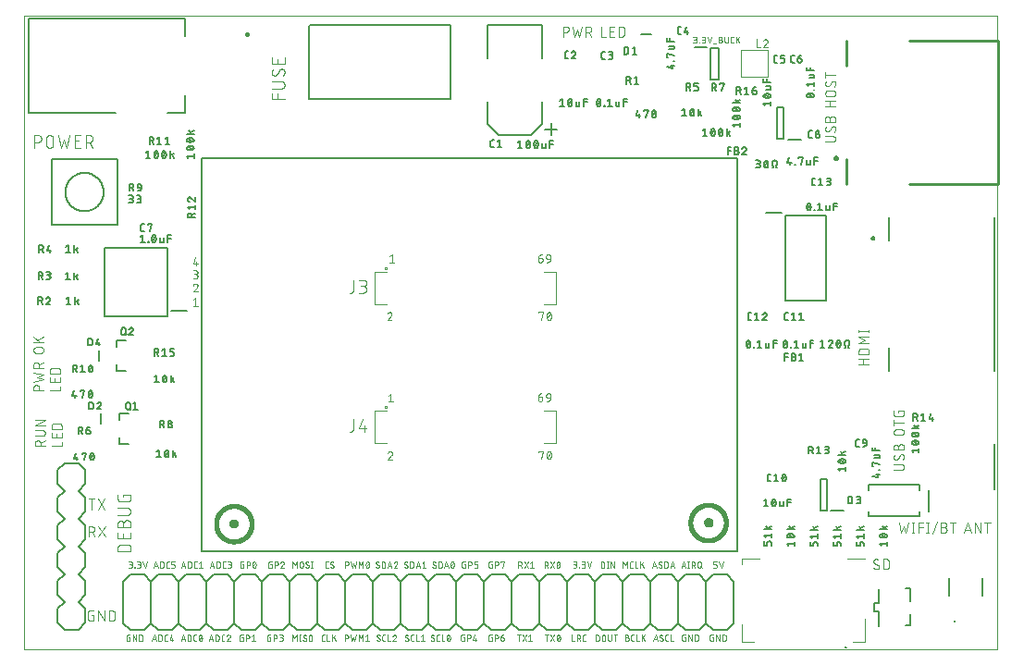
<source format=gto>
G04 EAGLE Gerber X2 export*
%TF.Part,Single*%
%TF.FileFunction,Other,Silk screen TOP*%
%TF.FilePolarity,Positive*%
%TF.GenerationSoftware,Autodesk,EAGLE,9.0.0*%
%TF.CreationDate,2019-03-06T05:58:58Z*%
G75*
%MOMM*%
%FSLAX34Y34*%
%LPD*%
%AMOC8*
5,1,8,0,0,1.08239X$1,22.5*%
G01*
%ADD10C,0.000000*%
%ADD11C,0.076200*%
%ADD12C,0.152400*%
%ADD13C,0.101600*%
%ADD14C,0.050800*%
%ADD15C,0.406400*%
%ADD16C,0.100081*%
%ADD17C,0.203200*%
%ADD18C,0.127000*%
%ADD19C,0.200000*%
%ADD20C,0.254000*%
%ADD21C,0.100000*%


D10*
X110000Y140000D02*
X1000000Y140000D01*
X1000000Y720000D01*
X110000Y720000D01*
X110000Y140000D01*
D11*
X444281Y499910D02*
X446327Y501547D01*
X446327Y494181D01*
X444281Y494181D02*
X448373Y494181D01*
X444362Y448562D02*
X444447Y448560D01*
X444532Y448554D01*
X444616Y448544D01*
X444700Y448531D01*
X444784Y448513D01*
X444866Y448492D01*
X444947Y448467D01*
X445027Y448438D01*
X445106Y448405D01*
X445183Y448369D01*
X445258Y448329D01*
X445332Y448286D01*
X445403Y448240D01*
X445472Y448190D01*
X445539Y448137D01*
X445603Y448081D01*
X445664Y448022D01*
X445723Y447961D01*
X445779Y447897D01*
X445832Y447830D01*
X445882Y447761D01*
X445928Y447690D01*
X445971Y447616D01*
X446011Y447541D01*
X446047Y447464D01*
X446080Y447385D01*
X446109Y447305D01*
X446134Y447224D01*
X446155Y447142D01*
X446173Y447058D01*
X446186Y446974D01*
X446196Y446890D01*
X446202Y446805D01*
X446204Y446720D01*
X444362Y448561D02*
X444266Y448559D01*
X444170Y448553D01*
X444075Y448543D01*
X443980Y448530D01*
X443885Y448512D01*
X443792Y448491D01*
X443699Y448466D01*
X443608Y448437D01*
X443517Y448405D01*
X443428Y448369D01*
X443341Y448329D01*
X443255Y448286D01*
X443171Y448240D01*
X443089Y448190D01*
X443009Y448136D01*
X442932Y448080D01*
X442857Y448020D01*
X442784Y447958D01*
X442714Y447892D01*
X442646Y447824D01*
X442581Y447753D01*
X442520Y447680D01*
X442461Y447604D01*
X442405Y447525D01*
X442353Y447445D01*
X442304Y447362D01*
X442258Y447278D01*
X442216Y447192D01*
X442178Y447104D01*
X442143Y447015D01*
X442111Y446924D01*
X445589Y445288D02*
X445649Y445347D01*
X445706Y445409D01*
X445761Y445473D01*
X445812Y445540D01*
X445861Y445609D01*
X445907Y445679D01*
X445950Y445752D01*
X445990Y445826D01*
X446026Y445902D01*
X446059Y445980D01*
X446089Y446059D01*
X446116Y446139D01*
X446139Y446220D01*
X446158Y446302D01*
X446174Y446384D01*
X446187Y446468D01*
X446196Y446552D01*
X446201Y446636D01*
X446203Y446720D01*
X445589Y445287D02*
X442111Y441195D01*
X446203Y441195D01*
X580181Y498173D02*
X582636Y498173D01*
X582714Y498171D01*
X582792Y498166D01*
X582869Y498156D01*
X582946Y498143D01*
X583022Y498127D01*
X583097Y498107D01*
X583171Y498083D01*
X583244Y498056D01*
X583316Y498025D01*
X583386Y497991D01*
X583455Y497954D01*
X583521Y497913D01*
X583586Y497869D01*
X583648Y497823D01*
X583708Y497773D01*
X583766Y497721D01*
X583821Y497666D01*
X583873Y497608D01*
X583923Y497548D01*
X583969Y497486D01*
X584013Y497421D01*
X584054Y497355D01*
X584091Y497286D01*
X584125Y497216D01*
X584156Y497144D01*
X584183Y497071D01*
X584207Y496997D01*
X584227Y496922D01*
X584243Y496846D01*
X584256Y496769D01*
X584266Y496692D01*
X584271Y496614D01*
X584273Y496536D01*
X584273Y496127D01*
X584271Y496038D01*
X584265Y495949D01*
X584255Y495860D01*
X584242Y495772D01*
X584225Y495684D01*
X584203Y495597D01*
X584178Y495512D01*
X584150Y495427D01*
X584117Y495344D01*
X584081Y495262D01*
X584042Y495182D01*
X583999Y495104D01*
X583953Y495028D01*
X583903Y494953D01*
X583850Y494881D01*
X583794Y494812D01*
X583735Y494745D01*
X583674Y494680D01*
X583609Y494619D01*
X583542Y494560D01*
X583473Y494504D01*
X583401Y494451D01*
X583326Y494401D01*
X583250Y494355D01*
X583172Y494312D01*
X583092Y494273D01*
X583010Y494237D01*
X582927Y494204D01*
X582842Y494176D01*
X582757Y494151D01*
X582670Y494129D01*
X582582Y494112D01*
X582494Y494099D01*
X582405Y494089D01*
X582316Y494083D01*
X582227Y494081D01*
X582138Y494083D01*
X582049Y494089D01*
X581960Y494099D01*
X581872Y494112D01*
X581784Y494129D01*
X581697Y494151D01*
X581612Y494176D01*
X581527Y494204D01*
X581444Y494237D01*
X581362Y494273D01*
X581282Y494312D01*
X581204Y494355D01*
X581128Y494401D01*
X581053Y494451D01*
X580981Y494504D01*
X580912Y494560D01*
X580845Y494619D01*
X580780Y494680D01*
X580719Y494745D01*
X580660Y494812D01*
X580604Y494881D01*
X580551Y494953D01*
X580501Y495028D01*
X580455Y495104D01*
X580412Y495182D01*
X580373Y495262D01*
X580337Y495344D01*
X580304Y495427D01*
X580276Y495512D01*
X580251Y495597D01*
X580229Y495684D01*
X580212Y495772D01*
X580199Y495860D01*
X580189Y495949D01*
X580183Y496038D01*
X580181Y496127D01*
X580181Y498173D01*
X580183Y498287D01*
X580189Y498401D01*
X580199Y498515D01*
X580213Y498629D01*
X580231Y498742D01*
X580253Y498854D01*
X580278Y498965D01*
X580308Y499075D01*
X580341Y499185D01*
X580378Y499293D01*
X580419Y499399D01*
X580464Y499505D01*
X580512Y499608D01*
X580564Y499710D01*
X580620Y499810D01*
X580678Y499908D01*
X580741Y500004D01*
X580806Y500097D01*
X580875Y500189D01*
X580947Y500277D01*
X581022Y500364D01*
X581100Y500447D01*
X581181Y500528D01*
X581264Y500606D01*
X581351Y500681D01*
X581439Y500753D01*
X581531Y500822D01*
X581624Y500887D01*
X581720Y500949D01*
X581818Y501008D01*
X581918Y501064D01*
X582020Y501116D01*
X582123Y501164D01*
X582229Y501209D01*
X582335Y501250D01*
X582443Y501287D01*
X582553Y501320D01*
X582663Y501350D01*
X582774Y501375D01*
X582886Y501397D01*
X582999Y501415D01*
X583113Y501429D01*
X583227Y501439D01*
X583341Y501445D01*
X583455Y501447D01*
X589133Y497355D02*
X591588Y497355D01*
X589133Y497355D02*
X589055Y497357D01*
X588977Y497362D01*
X588900Y497372D01*
X588823Y497385D01*
X588747Y497401D01*
X588672Y497421D01*
X588598Y497445D01*
X588525Y497472D01*
X588453Y497503D01*
X588383Y497537D01*
X588314Y497574D01*
X588248Y497615D01*
X588183Y497659D01*
X588121Y497705D01*
X588061Y497755D01*
X588003Y497807D01*
X587948Y497862D01*
X587896Y497920D01*
X587846Y497980D01*
X587800Y498042D01*
X587756Y498107D01*
X587715Y498174D01*
X587678Y498242D01*
X587644Y498312D01*
X587613Y498384D01*
X587586Y498457D01*
X587562Y498531D01*
X587542Y498606D01*
X587526Y498682D01*
X587513Y498759D01*
X587503Y498836D01*
X587498Y498914D01*
X587496Y498992D01*
X587496Y499401D01*
X587498Y499490D01*
X587504Y499579D01*
X587514Y499668D01*
X587527Y499756D01*
X587544Y499844D01*
X587566Y499931D01*
X587591Y500016D01*
X587619Y500101D01*
X587652Y500184D01*
X587688Y500266D01*
X587727Y500346D01*
X587770Y500424D01*
X587816Y500500D01*
X587866Y500575D01*
X587919Y500647D01*
X587975Y500716D01*
X588034Y500783D01*
X588095Y500848D01*
X588160Y500909D01*
X588227Y500968D01*
X588296Y501024D01*
X588368Y501077D01*
X588443Y501127D01*
X588519Y501173D01*
X588597Y501216D01*
X588677Y501255D01*
X588759Y501291D01*
X588842Y501324D01*
X588927Y501352D01*
X589012Y501377D01*
X589099Y501399D01*
X589187Y501416D01*
X589275Y501429D01*
X589364Y501439D01*
X589453Y501445D01*
X589542Y501447D01*
X589631Y501445D01*
X589720Y501439D01*
X589809Y501429D01*
X589897Y501416D01*
X589985Y501399D01*
X590072Y501377D01*
X590157Y501352D01*
X590242Y501324D01*
X590325Y501291D01*
X590407Y501255D01*
X590487Y501216D01*
X590565Y501173D01*
X590641Y501127D01*
X590716Y501077D01*
X590788Y501024D01*
X590857Y500968D01*
X590924Y500909D01*
X590989Y500848D01*
X591050Y500783D01*
X591109Y500716D01*
X591165Y500647D01*
X591218Y500575D01*
X591268Y500500D01*
X591314Y500424D01*
X591357Y500346D01*
X591396Y500266D01*
X591432Y500184D01*
X591465Y500101D01*
X591493Y500016D01*
X591518Y499931D01*
X591540Y499844D01*
X591557Y499756D01*
X591570Y499668D01*
X591580Y499579D01*
X591586Y499490D01*
X591588Y499401D01*
X591588Y497355D01*
X591589Y497355D02*
X591587Y497243D01*
X591581Y497132D01*
X591572Y497020D01*
X591559Y496909D01*
X591541Y496799D01*
X591521Y496689D01*
X591496Y496580D01*
X591468Y496472D01*
X591436Y496365D01*
X591400Y496259D01*
X591361Y496154D01*
X591318Y496051D01*
X591272Y495949D01*
X591222Y495849D01*
X591169Y495750D01*
X591112Y495654D01*
X591053Y495559D01*
X590990Y495467D01*
X590924Y495377D01*
X590855Y495289D01*
X590783Y495203D01*
X590708Y495120D01*
X590630Y495040D01*
X590550Y494962D01*
X590467Y494887D01*
X590381Y494815D01*
X590293Y494746D01*
X590203Y494680D01*
X590111Y494617D01*
X590016Y494558D01*
X589920Y494501D01*
X589821Y494448D01*
X589721Y494398D01*
X589619Y494352D01*
X589516Y494309D01*
X589411Y494270D01*
X589305Y494234D01*
X589198Y494202D01*
X589090Y494174D01*
X588981Y494149D01*
X588871Y494129D01*
X588761Y494111D01*
X588650Y494098D01*
X588538Y494089D01*
X588427Y494083D01*
X588315Y494081D01*
X580681Y448547D02*
X580681Y447729D01*
X580681Y448547D02*
X584773Y448547D01*
X582727Y441181D01*
X587997Y444864D02*
X587999Y445017D01*
X588005Y445170D01*
X588014Y445322D01*
X588028Y445475D01*
X588045Y445627D01*
X588066Y445778D01*
X588091Y445929D01*
X588120Y446079D01*
X588152Y446229D01*
X588189Y446377D01*
X588229Y446525D01*
X588272Y446672D01*
X588320Y446817D01*
X588371Y446961D01*
X588425Y447104D01*
X588484Y447246D01*
X588545Y447385D01*
X588611Y447524D01*
X588610Y447524D02*
X588636Y447594D01*
X588666Y447664D01*
X588699Y447731D01*
X588735Y447797D01*
X588774Y447861D01*
X588817Y447923D01*
X588863Y447982D01*
X588911Y448040D01*
X588962Y448094D01*
X589016Y448147D01*
X589073Y448196D01*
X589132Y448243D01*
X589193Y448286D01*
X589256Y448327D01*
X589321Y448364D01*
X589388Y448399D01*
X589457Y448429D01*
X589527Y448457D01*
X589598Y448480D01*
X589670Y448501D01*
X589743Y448517D01*
X589817Y448530D01*
X589892Y448540D01*
X589967Y448545D01*
X590042Y448547D01*
X590117Y448545D01*
X590192Y448540D01*
X590267Y448530D01*
X590341Y448517D01*
X590414Y448501D01*
X590486Y448480D01*
X590557Y448457D01*
X590627Y448429D01*
X590696Y448399D01*
X590763Y448364D01*
X590828Y448327D01*
X590891Y448286D01*
X590952Y448243D01*
X591011Y448196D01*
X591068Y448147D01*
X591122Y448094D01*
X591173Y448040D01*
X591222Y447982D01*
X591267Y447923D01*
X591310Y447861D01*
X591349Y447797D01*
X591386Y447731D01*
X591418Y447663D01*
X591448Y447594D01*
X591474Y447524D01*
X591539Y447386D01*
X591601Y447246D01*
X591659Y447104D01*
X591714Y446961D01*
X591765Y446817D01*
X591813Y446672D01*
X591856Y446525D01*
X591896Y446378D01*
X591933Y446229D01*
X591965Y446079D01*
X591994Y445929D01*
X592019Y445778D01*
X592040Y445627D01*
X592057Y445475D01*
X592071Y445322D01*
X592080Y445170D01*
X592086Y445017D01*
X592088Y444864D01*
X587996Y444864D02*
X587998Y444711D01*
X588004Y444558D01*
X588013Y444405D01*
X588027Y444253D01*
X588044Y444101D01*
X588065Y443950D01*
X588090Y443799D01*
X588119Y443648D01*
X588151Y443499D01*
X588188Y443350D01*
X588228Y443203D01*
X588271Y443056D01*
X588319Y442911D01*
X588370Y442766D01*
X588425Y442624D01*
X588483Y442482D01*
X588545Y442342D01*
X588610Y442204D01*
X588636Y442133D01*
X588666Y442064D01*
X588699Y441997D01*
X588735Y441931D01*
X588774Y441867D01*
X588817Y441805D01*
X588863Y441746D01*
X588911Y441688D01*
X588962Y441634D01*
X589016Y441581D01*
X589073Y441532D01*
X589132Y441485D01*
X589193Y441442D01*
X589256Y441401D01*
X589321Y441364D01*
X589388Y441329D01*
X589457Y441299D01*
X589527Y441271D01*
X589598Y441248D01*
X589670Y441227D01*
X589743Y441211D01*
X589817Y441198D01*
X589892Y441188D01*
X589967Y441183D01*
X590042Y441181D01*
X591474Y442204D02*
X591539Y442342D01*
X591601Y442482D01*
X591659Y442624D01*
X591714Y442767D01*
X591765Y442911D01*
X591813Y443056D01*
X591856Y443203D01*
X591896Y443351D01*
X591933Y443499D01*
X591965Y443649D01*
X591994Y443799D01*
X592019Y443950D01*
X592040Y444101D01*
X592057Y444253D01*
X592071Y444406D01*
X592080Y444558D01*
X592086Y444711D01*
X592088Y444864D01*
X591474Y442204D02*
X591448Y442134D01*
X591418Y442064D01*
X591386Y441997D01*
X591349Y441931D01*
X591310Y441867D01*
X591267Y441805D01*
X591221Y441746D01*
X591173Y441688D01*
X591122Y441634D01*
X591068Y441581D01*
X591011Y441532D01*
X590952Y441485D01*
X590891Y441442D01*
X590828Y441401D01*
X590763Y441364D01*
X590696Y441329D01*
X590627Y441299D01*
X590557Y441271D01*
X590486Y441248D01*
X590414Y441227D01*
X590341Y441211D01*
X590267Y441198D01*
X590192Y441188D01*
X590117Y441183D01*
X590042Y441181D01*
X588405Y442818D02*
X591679Y446910D01*
X445127Y373747D02*
X443081Y372110D01*
X445127Y373747D02*
X445127Y366381D01*
X443081Y366381D02*
X447173Y366381D01*
X444932Y321048D02*
X445017Y321046D01*
X445102Y321040D01*
X445186Y321030D01*
X445270Y321017D01*
X445354Y320999D01*
X445436Y320978D01*
X445517Y320953D01*
X445597Y320924D01*
X445676Y320891D01*
X445753Y320855D01*
X445828Y320815D01*
X445902Y320772D01*
X445973Y320726D01*
X446042Y320676D01*
X446109Y320623D01*
X446173Y320567D01*
X446234Y320508D01*
X446293Y320447D01*
X446349Y320383D01*
X446402Y320316D01*
X446452Y320247D01*
X446498Y320176D01*
X446541Y320102D01*
X446581Y320027D01*
X446617Y319950D01*
X446650Y319871D01*
X446679Y319791D01*
X446704Y319710D01*
X446725Y319628D01*
X446743Y319544D01*
X446756Y319460D01*
X446766Y319376D01*
X446772Y319291D01*
X446774Y319206D01*
X444932Y321047D02*
X444836Y321045D01*
X444740Y321039D01*
X444645Y321029D01*
X444550Y321016D01*
X444455Y320998D01*
X444362Y320977D01*
X444269Y320952D01*
X444178Y320923D01*
X444087Y320891D01*
X443998Y320855D01*
X443911Y320815D01*
X443825Y320772D01*
X443741Y320726D01*
X443659Y320676D01*
X443579Y320622D01*
X443502Y320566D01*
X443427Y320506D01*
X443354Y320444D01*
X443284Y320378D01*
X443216Y320310D01*
X443151Y320239D01*
X443090Y320166D01*
X443031Y320090D01*
X442975Y320011D01*
X442923Y319931D01*
X442874Y319848D01*
X442828Y319764D01*
X442786Y319678D01*
X442748Y319590D01*
X442713Y319501D01*
X442681Y319410D01*
X446159Y317774D02*
X446219Y317833D01*
X446276Y317895D01*
X446331Y317959D01*
X446382Y318026D01*
X446431Y318095D01*
X446477Y318165D01*
X446520Y318238D01*
X446560Y318312D01*
X446596Y318388D01*
X446629Y318466D01*
X446659Y318545D01*
X446686Y318625D01*
X446709Y318706D01*
X446728Y318788D01*
X446744Y318870D01*
X446757Y318954D01*
X446766Y319038D01*
X446771Y319122D01*
X446773Y319206D01*
X446159Y317773D02*
X442681Y313681D01*
X446773Y313681D01*
X580081Y370873D02*
X582536Y370873D01*
X582614Y370871D01*
X582692Y370866D01*
X582769Y370856D01*
X582846Y370843D01*
X582922Y370827D01*
X582997Y370807D01*
X583071Y370783D01*
X583144Y370756D01*
X583216Y370725D01*
X583286Y370691D01*
X583355Y370654D01*
X583421Y370613D01*
X583486Y370569D01*
X583548Y370523D01*
X583608Y370473D01*
X583666Y370421D01*
X583721Y370366D01*
X583773Y370308D01*
X583823Y370248D01*
X583869Y370186D01*
X583913Y370121D01*
X583954Y370055D01*
X583991Y369986D01*
X584025Y369916D01*
X584056Y369844D01*
X584083Y369771D01*
X584107Y369697D01*
X584127Y369622D01*
X584143Y369546D01*
X584156Y369469D01*
X584166Y369392D01*
X584171Y369314D01*
X584173Y369236D01*
X584173Y368827D01*
X584171Y368738D01*
X584165Y368649D01*
X584155Y368560D01*
X584142Y368472D01*
X584125Y368384D01*
X584103Y368297D01*
X584078Y368212D01*
X584050Y368127D01*
X584017Y368044D01*
X583981Y367962D01*
X583942Y367882D01*
X583899Y367804D01*
X583853Y367728D01*
X583803Y367653D01*
X583750Y367581D01*
X583694Y367512D01*
X583635Y367445D01*
X583574Y367380D01*
X583509Y367319D01*
X583442Y367260D01*
X583373Y367204D01*
X583301Y367151D01*
X583226Y367101D01*
X583150Y367055D01*
X583072Y367012D01*
X582992Y366973D01*
X582910Y366937D01*
X582827Y366904D01*
X582742Y366876D01*
X582657Y366851D01*
X582570Y366829D01*
X582482Y366812D01*
X582394Y366799D01*
X582305Y366789D01*
X582216Y366783D01*
X582127Y366781D01*
X582038Y366783D01*
X581949Y366789D01*
X581860Y366799D01*
X581772Y366812D01*
X581684Y366829D01*
X581597Y366851D01*
X581512Y366876D01*
X581427Y366904D01*
X581344Y366937D01*
X581262Y366973D01*
X581182Y367012D01*
X581104Y367055D01*
X581028Y367101D01*
X580953Y367151D01*
X580881Y367204D01*
X580812Y367260D01*
X580745Y367319D01*
X580680Y367380D01*
X580619Y367445D01*
X580560Y367512D01*
X580504Y367581D01*
X580451Y367653D01*
X580401Y367728D01*
X580355Y367804D01*
X580312Y367882D01*
X580273Y367962D01*
X580237Y368044D01*
X580204Y368127D01*
X580176Y368212D01*
X580151Y368297D01*
X580129Y368384D01*
X580112Y368472D01*
X580099Y368560D01*
X580089Y368649D01*
X580083Y368738D01*
X580081Y368827D01*
X580081Y370873D01*
X580083Y370987D01*
X580089Y371101D01*
X580099Y371215D01*
X580113Y371329D01*
X580131Y371442D01*
X580153Y371554D01*
X580178Y371665D01*
X580208Y371775D01*
X580241Y371885D01*
X580278Y371993D01*
X580319Y372099D01*
X580364Y372205D01*
X580412Y372308D01*
X580464Y372410D01*
X580520Y372510D01*
X580578Y372608D01*
X580641Y372704D01*
X580706Y372797D01*
X580775Y372889D01*
X580847Y372977D01*
X580922Y373064D01*
X581000Y373147D01*
X581081Y373228D01*
X581164Y373306D01*
X581251Y373381D01*
X581339Y373453D01*
X581431Y373522D01*
X581524Y373587D01*
X581620Y373649D01*
X581718Y373708D01*
X581818Y373764D01*
X581920Y373816D01*
X582023Y373864D01*
X582129Y373909D01*
X582235Y373950D01*
X582343Y373987D01*
X582453Y374020D01*
X582563Y374050D01*
X582674Y374075D01*
X582786Y374097D01*
X582899Y374115D01*
X583013Y374129D01*
X583127Y374139D01*
X583241Y374145D01*
X583355Y374147D01*
X589033Y370055D02*
X591488Y370055D01*
X589033Y370055D02*
X588955Y370057D01*
X588877Y370062D01*
X588800Y370072D01*
X588723Y370085D01*
X588647Y370101D01*
X588572Y370121D01*
X588498Y370145D01*
X588425Y370172D01*
X588353Y370203D01*
X588283Y370237D01*
X588214Y370274D01*
X588148Y370315D01*
X588083Y370359D01*
X588021Y370405D01*
X587961Y370455D01*
X587903Y370507D01*
X587848Y370562D01*
X587796Y370620D01*
X587746Y370680D01*
X587700Y370742D01*
X587656Y370807D01*
X587615Y370874D01*
X587578Y370942D01*
X587544Y371012D01*
X587513Y371084D01*
X587486Y371157D01*
X587462Y371231D01*
X587442Y371306D01*
X587426Y371382D01*
X587413Y371459D01*
X587403Y371536D01*
X587398Y371614D01*
X587396Y371692D01*
X587396Y372101D01*
X587398Y372190D01*
X587404Y372279D01*
X587414Y372368D01*
X587427Y372456D01*
X587444Y372544D01*
X587466Y372631D01*
X587491Y372716D01*
X587519Y372801D01*
X587552Y372884D01*
X587588Y372966D01*
X587627Y373046D01*
X587670Y373124D01*
X587716Y373200D01*
X587766Y373275D01*
X587819Y373347D01*
X587875Y373416D01*
X587934Y373483D01*
X587995Y373548D01*
X588060Y373609D01*
X588127Y373668D01*
X588196Y373724D01*
X588268Y373777D01*
X588343Y373827D01*
X588419Y373873D01*
X588497Y373916D01*
X588577Y373955D01*
X588659Y373991D01*
X588742Y374024D01*
X588827Y374052D01*
X588912Y374077D01*
X588999Y374099D01*
X589087Y374116D01*
X589175Y374129D01*
X589264Y374139D01*
X589353Y374145D01*
X589442Y374147D01*
X589531Y374145D01*
X589620Y374139D01*
X589709Y374129D01*
X589797Y374116D01*
X589885Y374099D01*
X589972Y374077D01*
X590057Y374052D01*
X590142Y374024D01*
X590225Y373991D01*
X590307Y373955D01*
X590387Y373916D01*
X590465Y373873D01*
X590541Y373827D01*
X590616Y373777D01*
X590688Y373724D01*
X590757Y373668D01*
X590824Y373609D01*
X590889Y373548D01*
X590950Y373483D01*
X591009Y373416D01*
X591065Y373347D01*
X591118Y373275D01*
X591168Y373200D01*
X591214Y373124D01*
X591257Y373046D01*
X591296Y372966D01*
X591332Y372884D01*
X591365Y372801D01*
X591393Y372716D01*
X591418Y372631D01*
X591440Y372544D01*
X591457Y372456D01*
X591470Y372368D01*
X591480Y372279D01*
X591486Y372190D01*
X591488Y372101D01*
X591488Y370055D01*
X591489Y370055D02*
X591487Y369943D01*
X591481Y369832D01*
X591472Y369720D01*
X591459Y369609D01*
X591441Y369499D01*
X591421Y369389D01*
X591396Y369280D01*
X591368Y369172D01*
X591336Y369065D01*
X591300Y368959D01*
X591261Y368854D01*
X591218Y368751D01*
X591172Y368649D01*
X591122Y368549D01*
X591069Y368450D01*
X591012Y368354D01*
X590953Y368259D01*
X590890Y368167D01*
X590824Y368077D01*
X590755Y367989D01*
X590683Y367903D01*
X590608Y367820D01*
X590530Y367740D01*
X590450Y367662D01*
X590367Y367587D01*
X590281Y367515D01*
X590193Y367446D01*
X590103Y367380D01*
X590011Y367317D01*
X589916Y367258D01*
X589820Y367201D01*
X589721Y367148D01*
X589621Y367098D01*
X589519Y367052D01*
X589416Y367009D01*
X589311Y366970D01*
X589205Y366934D01*
X589098Y366902D01*
X588990Y366874D01*
X588881Y366849D01*
X588771Y366829D01*
X588661Y366811D01*
X588550Y366798D01*
X588438Y366789D01*
X588327Y366783D01*
X588215Y366781D01*
X580781Y321347D02*
X580781Y320529D01*
X580781Y321347D02*
X584873Y321347D01*
X582827Y313981D01*
X588097Y317664D02*
X588099Y317817D01*
X588105Y317970D01*
X588114Y318122D01*
X588128Y318275D01*
X588145Y318427D01*
X588166Y318578D01*
X588191Y318729D01*
X588220Y318879D01*
X588252Y319029D01*
X588289Y319177D01*
X588329Y319325D01*
X588372Y319472D01*
X588420Y319617D01*
X588471Y319761D01*
X588525Y319904D01*
X588584Y320046D01*
X588645Y320185D01*
X588711Y320324D01*
X588710Y320324D02*
X588736Y320394D01*
X588766Y320464D01*
X588799Y320531D01*
X588835Y320597D01*
X588874Y320661D01*
X588917Y320723D01*
X588963Y320782D01*
X589011Y320840D01*
X589062Y320894D01*
X589116Y320947D01*
X589173Y320996D01*
X589232Y321043D01*
X589293Y321086D01*
X589356Y321127D01*
X589421Y321164D01*
X589488Y321199D01*
X589557Y321229D01*
X589627Y321257D01*
X589698Y321280D01*
X589770Y321301D01*
X589843Y321317D01*
X589917Y321330D01*
X589992Y321340D01*
X590067Y321345D01*
X590142Y321347D01*
X590217Y321345D01*
X590292Y321340D01*
X590367Y321330D01*
X590441Y321317D01*
X590514Y321301D01*
X590586Y321280D01*
X590657Y321257D01*
X590727Y321229D01*
X590796Y321199D01*
X590863Y321164D01*
X590928Y321127D01*
X590991Y321086D01*
X591052Y321043D01*
X591111Y320996D01*
X591168Y320947D01*
X591222Y320894D01*
X591273Y320840D01*
X591322Y320782D01*
X591367Y320723D01*
X591410Y320661D01*
X591449Y320597D01*
X591486Y320531D01*
X591518Y320463D01*
X591548Y320394D01*
X591574Y320324D01*
X591639Y320186D01*
X591701Y320046D01*
X591759Y319904D01*
X591814Y319761D01*
X591865Y319617D01*
X591913Y319472D01*
X591956Y319325D01*
X591996Y319178D01*
X592033Y319029D01*
X592065Y318879D01*
X592094Y318729D01*
X592119Y318578D01*
X592140Y318427D01*
X592157Y318275D01*
X592171Y318122D01*
X592180Y317970D01*
X592186Y317817D01*
X592188Y317664D01*
X588096Y317664D02*
X588098Y317511D01*
X588104Y317358D01*
X588113Y317205D01*
X588127Y317053D01*
X588144Y316901D01*
X588165Y316750D01*
X588190Y316599D01*
X588219Y316448D01*
X588251Y316299D01*
X588288Y316150D01*
X588328Y316003D01*
X588371Y315856D01*
X588419Y315711D01*
X588470Y315566D01*
X588525Y315424D01*
X588583Y315282D01*
X588645Y315142D01*
X588710Y315004D01*
X588736Y314933D01*
X588766Y314864D01*
X588799Y314797D01*
X588835Y314731D01*
X588874Y314667D01*
X588917Y314605D01*
X588963Y314546D01*
X589011Y314488D01*
X589062Y314434D01*
X589116Y314381D01*
X589173Y314332D01*
X589232Y314285D01*
X589293Y314242D01*
X589356Y314201D01*
X589421Y314164D01*
X589488Y314129D01*
X589557Y314099D01*
X589627Y314071D01*
X589698Y314048D01*
X589770Y314027D01*
X589843Y314011D01*
X589917Y313998D01*
X589992Y313988D01*
X590067Y313983D01*
X590142Y313981D01*
X591574Y315004D02*
X591639Y315142D01*
X591701Y315282D01*
X591759Y315424D01*
X591814Y315567D01*
X591865Y315711D01*
X591913Y315856D01*
X591956Y316003D01*
X591996Y316151D01*
X592033Y316299D01*
X592065Y316449D01*
X592094Y316599D01*
X592119Y316750D01*
X592140Y316901D01*
X592157Y317053D01*
X592171Y317206D01*
X592180Y317358D01*
X592186Y317511D01*
X592188Y317664D01*
X591574Y315004D02*
X591548Y314934D01*
X591518Y314864D01*
X591486Y314797D01*
X591449Y314731D01*
X591410Y314667D01*
X591367Y314605D01*
X591321Y314546D01*
X591273Y314488D01*
X591222Y314434D01*
X591168Y314381D01*
X591111Y314332D01*
X591052Y314285D01*
X590991Y314242D01*
X590928Y314201D01*
X590863Y314164D01*
X590796Y314129D01*
X590727Y314099D01*
X590657Y314071D01*
X590586Y314048D01*
X590514Y314027D01*
X590441Y314011D01*
X590367Y313998D01*
X590292Y313988D01*
X590217Y313983D01*
X590142Y313981D01*
X588505Y315618D02*
X591779Y319710D01*
D12*
X272300Y229500D02*
X272300Y589300D01*
X762200Y589300D02*
X762200Y229500D01*
X762200Y589300D02*
X272300Y589300D01*
X272300Y229500D02*
X762200Y229500D01*
D13*
X348174Y643382D02*
X336490Y643382D01*
X336490Y648575D01*
X341683Y648575D02*
X341683Y643382D01*
X344928Y653265D02*
X336490Y653265D01*
X344928Y653265D02*
X345041Y653267D01*
X345154Y653273D01*
X345267Y653283D01*
X345380Y653297D01*
X345492Y653314D01*
X345603Y653336D01*
X345713Y653361D01*
X345823Y653391D01*
X345931Y653424D01*
X346038Y653461D01*
X346144Y653501D01*
X346248Y653546D01*
X346351Y653594D01*
X346452Y653645D01*
X346551Y653700D01*
X346648Y653758D01*
X346743Y653820D01*
X346836Y653885D01*
X346926Y653953D01*
X347014Y654024D01*
X347100Y654099D01*
X347183Y654176D01*
X347263Y654256D01*
X347340Y654339D01*
X347415Y654425D01*
X347486Y654513D01*
X347554Y654603D01*
X347619Y654696D01*
X347681Y654791D01*
X347739Y654888D01*
X347794Y654987D01*
X347845Y655088D01*
X347893Y655191D01*
X347938Y655295D01*
X347978Y655401D01*
X348015Y655508D01*
X348048Y655616D01*
X348078Y655726D01*
X348103Y655836D01*
X348125Y655947D01*
X348142Y656059D01*
X348156Y656172D01*
X348166Y656285D01*
X348172Y656398D01*
X348174Y656511D01*
X348172Y656624D01*
X348166Y656737D01*
X348156Y656850D01*
X348142Y656963D01*
X348125Y657075D01*
X348103Y657186D01*
X348078Y657296D01*
X348048Y657406D01*
X348015Y657514D01*
X347978Y657621D01*
X347938Y657727D01*
X347893Y657831D01*
X347845Y657934D01*
X347794Y658035D01*
X347739Y658134D01*
X347681Y658231D01*
X347619Y658326D01*
X347554Y658419D01*
X347486Y658509D01*
X347415Y658597D01*
X347340Y658683D01*
X347263Y658766D01*
X347183Y658846D01*
X347100Y658923D01*
X347014Y658998D01*
X346926Y659069D01*
X346836Y659137D01*
X346743Y659202D01*
X346648Y659264D01*
X346551Y659322D01*
X346452Y659377D01*
X346351Y659428D01*
X346248Y659476D01*
X346144Y659521D01*
X346038Y659561D01*
X345931Y659598D01*
X345823Y659631D01*
X345713Y659661D01*
X345603Y659686D01*
X345492Y659708D01*
X345380Y659725D01*
X345267Y659739D01*
X345154Y659749D01*
X345041Y659755D01*
X344928Y659757D01*
X336490Y659757D01*
X345578Y671186D02*
X345677Y671184D01*
X345777Y671178D01*
X345876Y671169D01*
X345974Y671156D01*
X346072Y671139D01*
X346170Y671118D01*
X346266Y671093D01*
X346361Y671065D01*
X346455Y671033D01*
X346548Y670998D01*
X346640Y670959D01*
X346730Y670916D01*
X346818Y670871D01*
X346905Y670821D01*
X346989Y670769D01*
X347072Y670713D01*
X347152Y670655D01*
X347230Y670593D01*
X347305Y670528D01*
X347378Y670460D01*
X347448Y670390D01*
X347516Y670317D01*
X347581Y670242D01*
X347643Y670164D01*
X347701Y670084D01*
X347757Y670001D01*
X347809Y669917D01*
X347859Y669830D01*
X347904Y669742D01*
X347947Y669652D01*
X347986Y669560D01*
X348021Y669467D01*
X348053Y669373D01*
X348081Y669278D01*
X348106Y669182D01*
X348127Y669084D01*
X348144Y668986D01*
X348157Y668888D01*
X348166Y668789D01*
X348172Y668689D01*
X348174Y668590D01*
X348172Y668446D01*
X348166Y668301D01*
X348157Y668157D01*
X348144Y668014D01*
X348127Y667870D01*
X348106Y667727D01*
X348081Y667585D01*
X348053Y667444D01*
X348021Y667303D01*
X347985Y667163D01*
X347946Y667024D01*
X347903Y666886D01*
X347856Y666750D01*
X347806Y666614D01*
X347752Y666480D01*
X347695Y666348D01*
X347634Y666217D01*
X347570Y666088D01*
X347502Y665960D01*
X347432Y665834D01*
X347357Y665710D01*
X347280Y665589D01*
X347199Y665469D01*
X347116Y665351D01*
X347029Y665236D01*
X346939Y665123D01*
X346846Y665012D01*
X346751Y664904D01*
X346652Y664798D01*
X346551Y664695D01*
X339086Y665020D02*
X338987Y665022D01*
X338887Y665028D01*
X338788Y665037D01*
X338690Y665050D01*
X338592Y665067D01*
X338494Y665088D01*
X338398Y665113D01*
X338303Y665141D01*
X338209Y665173D01*
X338116Y665208D01*
X338024Y665247D01*
X337934Y665290D01*
X337846Y665335D01*
X337759Y665385D01*
X337675Y665437D01*
X337592Y665493D01*
X337512Y665551D01*
X337434Y665613D01*
X337359Y665678D01*
X337286Y665746D01*
X337216Y665816D01*
X337148Y665889D01*
X337083Y665964D01*
X337021Y666042D01*
X336963Y666122D01*
X336907Y666205D01*
X336855Y666289D01*
X336805Y666376D01*
X336760Y666464D01*
X336717Y666554D01*
X336678Y666646D01*
X336643Y666739D01*
X336611Y666833D01*
X336583Y666928D01*
X336558Y667024D01*
X336537Y667122D01*
X336520Y667220D01*
X336507Y667318D01*
X336498Y667417D01*
X336492Y667517D01*
X336490Y667616D01*
X336492Y667752D01*
X336498Y667888D01*
X336507Y668024D01*
X336520Y668160D01*
X336538Y668295D01*
X336558Y668429D01*
X336583Y668563D01*
X336611Y668697D01*
X336644Y668829D01*
X336679Y668960D01*
X336719Y669091D01*
X336762Y669220D01*
X336808Y669348D01*
X336859Y669474D01*
X336912Y669600D01*
X336970Y669723D01*
X337030Y669845D01*
X337094Y669965D01*
X337162Y670084D01*
X337232Y670200D01*
X337306Y670314D01*
X337383Y670427D01*
X337464Y670537D01*
X341358Y666318D02*
X341305Y666232D01*
X341248Y666148D01*
X341189Y666066D01*
X341126Y665986D01*
X341060Y665909D01*
X340992Y665834D01*
X340920Y665762D01*
X340846Y665693D01*
X340769Y665627D01*
X340690Y665564D01*
X340608Y665504D01*
X340524Y665447D01*
X340438Y665393D01*
X340350Y665343D01*
X340260Y665296D01*
X340169Y665252D01*
X340075Y665213D01*
X339981Y665176D01*
X339885Y665144D01*
X339787Y665115D01*
X339689Y665090D01*
X339590Y665069D01*
X339490Y665051D01*
X339390Y665038D01*
X339289Y665028D01*
X339187Y665022D01*
X339086Y665020D01*
X343306Y669888D02*
X343359Y669974D01*
X343416Y670058D01*
X343475Y670140D01*
X343538Y670220D01*
X343604Y670297D01*
X343672Y670372D01*
X343744Y670444D01*
X343818Y670513D01*
X343895Y670579D01*
X343974Y670642D01*
X344056Y670702D01*
X344140Y670759D01*
X344226Y670813D01*
X344314Y670863D01*
X344404Y670910D01*
X344495Y670954D01*
X344589Y670993D01*
X344683Y671030D01*
X344779Y671062D01*
X344877Y671091D01*
X344975Y671116D01*
X345074Y671137D01*
X345174Y671155D01*
X345274Y671168D01*
X345375Y671178D01*
X345477Y671184D01*
X345578Y671186D01*
X343306Y669888D02*
X341358Y666318D01*
X348174Y676148D02*
X348174Y681341D01*
X348174Y676148D02*
X336490Y676148D01*
X336490Y681341D01*
X341683Y680043D02*
X341683Y676148D01*
D11*
X171676Y277541D02*
X171676Y268143D01*
X169065Y277541D02*
X174286Y277541D01*
X183343Y277541D02*
X177077Y268143D01*
X183343Y268143D02*
X177077Y277541D01*
X169065Y252303D02*
X169065Y242905D01*
X169065Y252303D02*
X171676Y252303D01*
X171777Y252301D01*
X171878Y252295D01*
X171979Y252285D01*
X172079Y252272D01*
X172179Y252254D01*
X172278Y252233D01*
X172376Y252207D01*
X172473Y252178D01*
X172569Y252146D01*
X172663Y252109D01*
X172756Y252069D01*
X172848Y252025D01*
X172937Y251978D01*
X173025Y251927D01*
X173111Y251873D01*
X173194Y251816D01*
X173276Y251756D01*
X173354Y251692D01*
X173431Y251626D01*
X173504Y251556D01*
X173575Y251484D01*
X173643Y251409D01*
X173708Y251331D01*
X173770Y251251D01*
X173829Y251169D01*
X173885Y251084D01*
X173937Y250997D01*
X173986Y250909D01*
X174032Y250818D01*
X174073Y250726D01*
X174112Y250632D01*
X174146Y250537D01*
X174177Y250441D01*
X174204Y250343D01*
X174228Y250245D01*
X174247Y250145D01*
X174263Y250045D01*
X174275Y249945D01*
X174283Y249844D01*
X174287Y249743D01*
X174287Y249641D01*
X174283Y249540D01*
X174275Y249439D01*
X174263Y249339D01*
X174247Y249239D01*
X174228Y249139D01*
X174204Y249041D01*
X174177Y248943D01*
X174146Y248847D01*
X174112Y248752D01*
X174073Y248658D01*
X174032Y248566D01*
X173986Y248475D01*
X173937Y248386D01*
X173885Y248300D01*
X173829Y248215D01*
X173770Y248133D01*
X173708Y248053D01*
X173643Y247975D01*
X173575Y247900D01*
X173504Y247828D01*
X173431Y247758D01*
X173354Y247692D01*
X173276Y247628D01*
X173194Y247568D01*
X173111Y247511D01*
X173025Y247457D01*
X172937Y247406D01*
X172848Y247359D01*
X172756Y247315D01*
X172663Y247275D01*
X172569Y247238D01*
X172473Y247206D01*
X172376Y247177D01*
X172278Y247151D01*
X172179Y247130D01*
X172079Y247112D01*
X171979Y247099D01*
X171878Y247089D01*
X171777Y247083D01*
X171676Y247081D01*
X171676Y247082D02*
X169065Y247082D01*
X172198Y247082D02*
X174286Y242905D01*
X177630Y242905D02*
X183895Y252303D01*
X177630Y252303D02*
X183895Y242905D01*
X173286Y171110D02*
X171720Y171110D01*
X173286Y171110D02*
X173286Y165889D01*
X170153Y165889D01*
X170064Y165891D01*
X169976Y165897D01*
X169888Y165906D01*
X169800Y165919D01*
X169713Y165936D01*
X169627Y165956D01*
X169542Y165981D01*
X169457Y166008D01*
X169374Y166040D01*
X169293Y166074D01*
X169213Y166113D01*
X169135Y166154D01*
X169058Y166199D01*
X168984Y166247D01*
X168911Y166298D01*
X168841Y166352D01*
X168774Y166410D01*
X168708Y166470D01*
X168646Y166532D01*
X168586Y166598D01*
X168528Y166665D01*
X168474Y166735D01*
X168423Y166808D01*
X168375Y166882D01*
X168330Y166959D01*
X168289Y167037D01*
X168250Y167117D01*
X168216Y167198D01*
X168184Y167281D01*
X168157Y167366D01*
X168132Y167451D01*
X168112Y167537D01*
X168095Y167624D01*
X168082Y167712D01*
X168073Y167800D01*
X168067Y167888D01*
X168065Y167977D01*
X168065Y173199D01*
X168067Y173290D01*
X168073Y173381D01*
X168083Y173472D01*
X168097Y173562D01*
X168114Y173651D01*
X168136Y173739D01*
X168162Y173827D01*
X168191Y173913D01*
X168224Y173998D01*
X168261Y174081D01*
X168301Y174163D01*
X168345Y174243D01*
X168392Y174321D01*
X168443Y174397D01*
X168496Y174470D01*
X168553Y174541D01*
X168614Y174610D01*
X168677Y174675D01*
X168742Y174738D01*
X168811Y174798D01*
X168882Y174856D01*
X168955Y174909D01*
X169031Y174960D01*
X169109Y175007D01*
X169189Y175051D01*
X169271Y175091D01*
X169354Y175128D01*
X169439Y175161D01*
X169525Y175190D01*
X169613Y175216D01*
X169701Y175238D01*
X169790Y175255D01*
X169880Y175269D01*
X169971Y175279D01*
X170062Y175285D01*
X170153Y175287D01*
X173286Y175287D01*
X177819Y175287D02*
X177819Y165889D01*
X183040Y165889D02*
X177819Y175287D01*
X183040Y175287D02*
X183040Y165889D01*
X187572Y165889D02*
X187572Y175287D01*
X190183Y175287D01*
X190283Y175285D01*
X190383Y175279D01*
X190482Y175270D01*
X190582Y175256D01*
X190680Y175239D01*
X190778Y175218D01*
X190875Y175194D01*
X190971Y175165D01*
X191066Y175133D01*
X191159Y175098D01*
X191251Y175059D01*
X191342Y175016D01*
X191430Y174970D01*
X191517Y174920D01*
X191602Y174868D01*
X191685Y174812D01*
X191766Y174753D01*
X191844Y174690D01*
X191920Y174625D01*
X191994Y174557D01*
X192064Y174487D01*
X192132Y174413D01*
X192197Y174337D01*
X192260Y174259D01*
X192319Y174178D01*
X192375Y174095D01*
X192427Y174010D01*
X192477Y173923D01*
X192523Y173835D01*
X192566Y173744D01*
X192605Y173652D01*
X192640Y173559D01*
X192672Y173464D01*
X192701Y173368D01*
X192725Y173271D01*
X192746Y173173D01*
X192763Y173075D01*
X192777Y172975D01*
X192786Y172876D01*
X192792Y172776D01*
X192794Y172676D01*
X192793Y172676D02*
X192793Y168500D01*
X192794Y168500D02*
X192792Y168400D01*
X192786Y168300D01*
X192777Y168201D01*
X192763Y168101D01*
X192746Y168003D01*
X192725Y167905D01*
X192701Y167808D01*
X192672Y167712D01*
X192640Y167617D01*
X192605Y167524D01*
X192566Y167432D01*
X192523Y167341D01*
X192477Y167253D01*
X192427Y167166D01*
X192375Y167081D01*
X192319Y166998D01*
X192260Y166917D01*
X192197Y166839D01*
X192132Y166763D01*
X192064Y166689D01*
X191994Y166619D01*
X191920Y166551D01*
X191844Y166486D01*
X191766Y166423D01*
X191685Y166364D01*
X191602Y166308D01*
X191517Y166256D01*
X191430Y166206D01*
X191342Y166160D01*
X191251Y166117D01*
X191159Y166078D01*
X191066Y166043D01*
X190971Y166011D01*
X190875Y165982D01*
X190778Y165958D01*
X190680Y165937D01*
X190582Y165920D01*
X190482Y165906D01*
X190383Y165897D01*
X190283Y165891D01*
X190183Y165889D01*
X187572Y165889D01*
D13*
X118982Y598892D02*
X118982Y610576D01*
X122228Y610576D01*
X122341Y610574D01*
X122454Y610568D01*
X122567Y610558D01*
X122680Y610544D01*
X122792Y610527D01*
X122903Y610505D01*
X123013Y610480D01*
X123123Y610450D01*
X123231Y610417D01*
X123338Y610380D01*
X123444Y610340D01*
X123548Y610295D01*
X123651Y610247D01*
X123752Y610196D01*
X123851Y610141D01*
X123948Y610083D01*
X124043Y610021D01*
X124136Y609956D01*
X124226Y609888D01*
X124314Y609817D01*
X124400Y609742D01*
X124483Y609665D01*
X124563Y609585D01*
X124640Y609502D01*
X124715Y609416D01*
X124786Y609328D01*
X124854Y609238D01*
X124919Y609145D01*
X124981Y609050D01*
X125039Y608953D01*
X125094Y608854D01*
X125145Y608753D01*
X125193Y608650D01*
X125238Y608546D01*
X125278Y608440D01*
X125315Y608333D01*
X125348Y608225D01*
X125378Y608115D01*
X125403Y608005D01*
X125425Y607894D01*
X125442Y607782D01*
X125456Y607669D01*
X125466Y607556D01*
X125472Y607443D01*
X125474Y607330D01*
X125472Y607217D01*
X125466Y607104D01*
X125456Y606991D01*
X125442Y606878D01*
X125425Y606766D01*
X125403Y606655D01*
X125378Y606545D01*
X125348Y606435D01*
X125315Y606327D01*
X125278Y606220D01*
X125238Y606114D01*
X125193Y606010D01*
X125145Y605907D01*
X125094Y605806D01*
X125039Y605707D01*
X124981Y605610D01*
X124919Y605515D01*
X124854Y605422D01*
X124786Y605332D01*
X124715Y605244D01*
X124640Y605158D01*
X124563Y605075D01*
X124483Y604995D01*
X124400Y604918D01*
X124314Y604843D01*
X124226Y604772D01*
X124136Y604704D01*
X124043Y604639D01*
X123948Y604577D01*
X123851Y604519D01*
X123752Y604464D01*
X123651Y604413D01*
X123548Y604365D01*
X123444Y604320D01*
X123338Y604280D01*
X123231Y604243D01*
X123123Y604210D01*
X123013Y604180D01*
X122903Y604155D01*
X122792Y604133D01*
X122680Y604116D01*
X122567Y604102D01*
X122454Y604092D01*
X122341Y604086D01*
X122228Y604084D01*
X122228Y604085D02*
X118982Y604085D01*
X129862Y602138D02*
X129862Y607330D01*
X129861Y607330D02*
X129863Y607443D01*
X129869Y607556D01*
X129879Y607669D01*
X129893Y607782D01*
X129910Y607894D01*
X129932Y608005D01*
X129957Y608115D01*
X129987Y608225D01*
X130020Y608333D01*
X130057Y608440D01*
X130097Y608546D01*
X130142Y608650D01*
X130190Y608753D01*
X130241Y608854D01*
X130296Y608953D01*
X130354Y609050D01*
X130416Y609145D01*
X130481Y609238D01*
X130549Y609328D01*
X130620Y609416D01*
X130695Y609502D01*
X130772Y609585D01*
X130852Y609665D01*
X130935Y609742D01*
X131021Y609817D01*
X131109Y609888D01*
X131199Y609956D01*
X131292Y610021D01*
X131387Y610083D01*
X131484Y610141D01*
X131583Y610196D01*
X131684Y610247D01*
X131787Y610295D01*
X131891Y610340D01*
X131997Y610380D01*
X132104Y610417D01*
X132212Y610450D01*
X132322Y610480D01*
X132432Y610505D01*
X132543Y610527D01*
X132655Y610544D01*
X132768Y610558D01*
X132881Y610568D01*
X132994Y610574D01*
X133107Y610576D01*
X133220Y610574D01*
X133333Y610568D01*
X133446Y610558D01*
X133559Y610544D01*
X133671Y610527D01*
X133782Y610505D01*
X133892Y610480D01*
X134002Y610450D01*
X134110Y610417D01*
X134217Y610380D01*
X134323Y610340D01*
X134427Y610295D01*
X134530Y610247D01*
X134631Y610196D01*
X134730Y610141D01*
X134827Y610083D01*
X134922Y610021D01*
X135015Y609956D01*
X135105Y609888D01*
X135193Y609817D01*
X135279Y609742D01*
X135362Y609665D01*
X135442Y609585D01*
X135519Y609502D01*
X135594Y609416D01*
X135665Y609328D01*
X135733Y609238D01*
X135798Y609145D01*
X135860Y609050D01*
X135918Y608953D01*
X135973Y608854D01*
X136024Y608753D01*
X136072Y608650D01*
X136117Y608546D01*
X136157Y608440D01*
X136194Y608333D01*
X136227Y608225D01*
X136257Y608115D01*
X136282Y608005D01*
X136304Y607894D01*
X136321Y607782D01*
X136335Y607669D01*
X136345Y607556D01*
X136351Y607443D01*
X136353Y607330D01*
X136353Y602138D01*
X136351Y602025D01*
X136345Y601912D01*
X136335Y601799D01*
X136321Y601686D01*
X136304Y601574D01*
X136282Y601463D01*
X136257Y601353D01*
X136227Y601243D01*
X136194Y601135D01*
X136157Y601028D01*
X136117Y600922D01*
X136072Y600818D01*
X136024Y600715D01*
X135973Y600614D01*
X135918Y600515D01*
X135860Y600418D01*
X135798Y600323D01*
X135733Y600230D01*
X135665Y600140D01*
X135594Y600052D01*
X135519Y599966D01*
X135442Y599883D01*
X135362Y599803D01*
X135279Y599726D01*
X135193Y599651D01*
X135105Y599580D01*
X135015Y599512D01*
X134922Y599447D01*
X134827Y599385D01*
X134730Y599327D01*
X134631Y599272D01*
X134530Y599221D01*
X134427Y599173D01*
X134323Y599128D01*
X134217Y599088D01*
X134110Y599051D01*
X134002Y599018D01*
X133892Y598988D01*
X133782Y598963D01*
X133671Y598941D01*
X133559Y598924D01*
X133446Y598910D01*
X133333Y598900D01*
X133220Y598894D01*
X133107Y598892D01*
X132994Y598894D01*
X132881Y598900D01*
X132768Y598910D01*
X132655Y598924D01*
X132543Y598941D01*
X132432Y598963D01*
X132322Y598988D01*
X132212Y599018D01*
X132104Y599051D01*
X131997Y599088D01*
X131891Y599128D01*
X131787Y599173D01*
X131684Y599221D01*
X131583Y599272D01*
X131484Y599327D01*
X131387Y599385D01*
X131292Y599447D01*
X131199Y599512D01*
X131109Y599580D01*
X131021Y599651D01*
X130935Y599726D01*
X130852Y599803D01*
X130772Y599883D01*
X130695Y599966D01*
X130620Y600052D01*
X130549Y600140D01*
X130481Y600230D01*
X130416Y600323D01*
X130354Y600418D01*
X130296Y600515D01*
X130241Y600614D01*
X130190Y600715D01*
X130142Y600818D01*
X130097Y600922D01*
X130057Y601028D01*
X130020Y601135D01*
X129987Y601243D01*
X129957Y601353D01*
X129932Y601463D01*
X129910Y601574D01*
X129893Y601686D01*
X129879Y601799D01*
X129869Y601912D01*
X129863Y602025D01*
X129861Y602138D01*
X140868Y610576D02*
X143465Y598892D01*
X146061Y606681D01*
X148658Y598892D01*
X151254Y610576D01*
X156173Y598892D02*
X161366Y598892D01*
X156173Y598892D02*
X156173Y610576D01*
X161366Y610576D01*
X160068Y605383D02*
X156173Y605383D01*
X166130Y610576D02*
X166130Y598892D01*
X166130Y610576D02*
X169376Y610576D01*
X169489Y610574D01*
X169602Y610568D01*
X169715Y610558D01*
X169828Y610544D01*
X169940Y610527D01*
X170051Y610505D01*
X170161Y610480D01*
X170271Y610450D01*
X170379Y610417D01*
X170486Y610380D01*
X170592Y610340D01*
X170696Y610295D01*
X170799Y610247D01*
X170900Y610196D01*
X170999Y610141D01*
X171096Y610083D01*
X171191Y610021D01*
X171284Y609956D01*
X171374Y609888D01*
X171462Y609817D01*
X171548Y609742D01*
X171631Y609665D01*
X171711Y609585D01*
X171788Y609502D01*
X171863Y609416D01*
X171934Y609328D01*
X172002Y609238D01*
X172067Y609145D01*
X172129Y609050D01*
X172187Y608953D01*
X172242Y608854D01*
X172293Y608753D01*
X172341Y608650D01*
X172386Y608546D01*
X172426Y608440D01*
X172463Y608333D01*
X172496Y608225D01*
X172526Y608115D01*
X172551Y608005D01*
X172573Y607894D01*
X172590Y607782D01*
X172604Y607669D01*
X172614Y607556D01*
X172620Y607443D01*
X172622Y607330D01*
X172620Y607217D01*
X172614Y607104D01*
X172604Y606991D01*
X172590Y606878D01*
X172573Y606766D01*
X172551Y606655D01*
X172526Y606545D01*
X172496Y606435D01*
X172463Y606327D01*
X172426Y606220D01*
X172386Y606114D01*
X172341Y606010D01*
X172293Y605907D01*
X172242Y605806D01*
X172187Y605707D01*
X172129Y605610D01*
X172067Y605515D01*
X172002Y605422D01*
X171934Y605332D01*
X171863Y605244D01*
X171788Y605158D01*
X171711Y605075D01*
X171631Y604995D01*
X171548Y604918D01*
X171462Y604843D01*
X171374Y604772D01*
X171284Y604704D01*
X171191Y604639D01*
X171096Y604577D01*
X170999Y604519D01*
X170900Y604464D01*
X170799Y604413D01*
X170696Y604365D01*
X170592Y604320D01*
X170486Y604280D01*
X170379Y604243D01*
X170271Y604210D01*
X170161Y604180D01*
X170051Y604155D01*
X169940Y604133D01*
X169828Y604116D01*
X169715Y604102D01*
X169602Y604092D01*
X169489Y604086D01*
X169376Y604084D01*
X169376Y604085D02*
X166130Y604085D01*
X170025Y604085D02*
X172621Y598892D01*
X195460Y229336D02*
X207144Y229336D01*
X195460Y229336D02*
X195460Y232582D01*
X195462Y232695D01*
X195468Y232808D01*
X195478Y232921D01*
X195492Y233034D01*
X195509Y233146D01*
X195531Y233257D01*
X195556Y233367D01*
X195586Y233477D01*
X195619Y233585D01*
X195656Y233692D01*
X195696Y233798D01*
X195741Y233902D01*
X195789Y234005D01*
X195840Y234106D01*
X195895Y234205D01*
X195953Y234302D01*
X196015Y234397D01*
X196080Y234490D01*
X196148Y234580D01*
X196219Y234668D01*
X196294Y234754D01*
X196371Y234837D01*
X196451Y234917D01*
X196534Y234994D01*
X196620Y235069D01*
X196708Y235140D01*
X196798Y235208D01*
X196891Y235273D01*
X196986Y235335D01*
X197083Y235393D01*
X197182Y235448D01*
X197283Y235499D01*
X197386Y235547D01*
X197490Y235592D01*
X197596Y235632D01*
X197703Y235669D01*
X197811Y235702D01*
X197921Y235732D01*
X198031Y235757D01*
X198142Y235779D01*
X198254Y235796D01*
X198367Y235810D01*
X198480Y235820D01*
X198593Y235826D01*
X198706Y235828D01*
X198706Y235827D02*
X203898Y235827D01*
X203898Y235828D02*
X204011Y235826D01*
X204124Y235820D01*
X204237Y235810D01*
X204350Y235796D01*
X204462Y235779D01*
X204573Y235757D01*
X204683Y235732D01*
X204793Y235702D01*
X204901Y235669D01*
X205008Y235632D01*
X205114Y235592D01*
X205218Y235547D01*
X205321Y235499D01*
X205422Y235448D01*
X205521Y235393D01*
X205618Y235335D01*
X205713Y235273D01*
X205806Y235208D01*
X205896Y235140D01*
X205984Y235069D01*
X206070Y234994D01*
X206153Y234917D01*
X206233Y234837D01*
X206310Y234754D01*
X206385Y234668D01*
X206456Y234580D01*
X206524Y234490D01*
X206589Y234397D01*
X206651Y234302D01*
X206709Y234205D01*
X206764Y234106D01*
X206815Y234005D01*
X206863Y233902D01*
X206908Y233798D01*
X206948Y233692D01*
X206985Y233585D01*
X207018Y233477D01*
X207048Y233367D01*
X207073Y233257D01*
X207095Y233146D01*
X207112Y233034D01*
X207126Y232921D01*
X207136Y232808D01*
X207142Y232695D01*
X207144Y232582D01*
X207144Y229336D01*
X207144Y241551D02*
X207144Y246743D01*
X207144Y241551D02*
X195460Y241551D01*
X195460Y246743D01*
X200653Y245445D02*
X200653Y241551D01*
X200653Y251603D02*
X200653Y254849D01*
X200652Y254849D02*
X200654Y254962D01*
X200660Y255075D01*
X200670Y255188D01*
X200684Y255301D01*
X200701Y255413D01*
X200723Y255524D01*
X200748Y255634D01*
X200778Y255744D01*
X200811Y255852D01*
X200848Y255959D01*
X200888Y256065D01*
X200933Y256169D01*
X200981Y256272D01*
X201032Y256373D01*
X201087Y256472D01*
X201145Y256569D01*
X201207Y256664D01*
X201272Y256757D01*
X201340Y256847D01*
X201411Y256935D01*
X201486Y257021D01*
X201563Y257104D01*
X201643Y257184D01*
X201726Y257261D01*
X201812Y257336D01*
X201900Y257407D01*
X201990Y257475D01*
X202083Y257540D01*
X202178Y257602D01*
X202275Y257660D01*
X202374Y257715D01*
X202475Y257766D01*
X202578Y257814D01*
X202682Y257859D01*
X202788Y257899D01*
X202895Y257936D01*
X203003Y257969D01*
X203113Y257999D01*
X203223Y258024D01*
X203334Y258046D01*
X203446Y258063D01*
X203559Y258077D01*
X203672Y258087D01*
X203785Y258093D01*
X203898Y258095D01*
X204011Y258093D01*
X204124Y258087D01*
X204237Y258077D01*
X204350Y258063D01*
X204462Y258046D01*
X204573Y258024D01*
X204683Y257999D01*
X204793Y257969D01*
X204901Y257936D01*
X205008Y257899D01*
X205114Y257859D01*
X205218Y257814D01*
X205321Y257766D01*
X205422Y257715D01*
X205521Y257660D01*
X205618Y257602D01*
X205713Y257540D01*
X205806Y257475D01*
X205896Y257407D01*
X205984Y257336D01*
X206070Y257261D01*
X206153Y257184D01*
X206233Y257104D01*
X206310Y257021D01*
X206385Y256935D01*
X206456Y256847D01*
X206524Y256757D01*
X206589Y256664D01*
X206651Y256569D01*
X206709Y256472D01*
X206764Y256373D01*
X206815Y256272D01*
X206863Y256169D01*
X206908Y256065D01*
X206948Y255959D01*
X206985Y255852D01*
X207018Y255744D01*
X207048Y255634D01*
X207073Y255524D01*
X207095Y255413D01*
X207112Y255301D01*
X207126Y255188D01*
X207136Y255075D01*
X207142Y254962D01*
X207144Y254849D01*
X207144Y251603D01*
X195460Y251603D01*
X195460Y254849D01*
X195462Y254950D01*
X195468Y255050D01*
X195478Y255150D01*
X195491Y255250D01*
X195509Y255349D01*
X195530Y255448D01*
X195555Y255545D01*
X195584Y255642D01*
X195617Y255737D01*
X195653Y255831D01*
X195693Y255923D01*
X195736Y256014D01*
X195783Y256103D01*
X195833Y256190D01*
X195887Y256276D01*
X195944Y256359D01*
X196004Y256439D01*
X196067Y256518D01*
X196134Y256594D01*
X196203Y256667D01*
X196275Y256737D01*
X196349Y256805D01*
X196426Y256870D01*
X196506Y256931D01*
X196588Y256990D01*
X196672Y257045D01*
X196758Y257097D01*
X196846Y257146D01*
X196936Y257191D01*
X197028Y257233D01*
X197121Y257271D01*
X197216Y257305D01*
X197311Y257336D01*
X197408Y257363D01*
X197506Y257386D01*
X197605Y257406D01*
X197705Y257421D01*
X197805Y257433D01*
X197905Y257441D01*
X198006Y257445D01*
X198106Y257445D01*
X198207Y257441D01*
X198307Y257433D01*
X198407Y257421D01*
X198507Y257406D01*
X198606Y257386D01*
X198704Y257363D01*
X198801Y257336D01*
X198896Y257305D01*
X198991Y257271D01*
X199084Y257233D01*
X199176Y257191D01*
X199266Y257146D01*
X199354Y257097D01*
X199440Y257045D01*
X199524Y256990D01*
X199606Y256931D01*
X199686Y256870D01*
X199763Y256805D01*
X199837Y256737D01*
X199909Y256667D01*
X199978Y256594D01*
X200045Y256518D01*
X200108Y256439D01*
X200168Y256359D01*
X200225Y256276D01*
X200279Y256190D01*
X200329Y256103D01*
X200376Y256014D01*
X200419Y255923D01*
X200459Y255831D01*
X200495Y255737D01*
X200528Y255642D01*
X200557Y255545D01*
X200582Y255448D01*
X200603Y255349D01*
X200621Y255250D01*
X200634Y255150D01*
X200644Y255050D01*
X200650Y254950D01*
X200652Y254849D01*
X203898Y262864D02*
X195460Y262864D01*
X203898Y262863D02*
X204011Y262865D01*
X204124Y262871D01*
X204237Y262881D01*
X204350Y262895D01*
X204462Y262912D01*
X204573Y262934D01*
X204683Y262959D01*
X204793Y262989D01*
X204901Y263022D01*
X205008Y263059D01*
X205114Y263099D01*
X205218Y263144D01*
X205321Y263192D01*
X205422Y263243D01*
X205521Y263298D01*
X205618Y263356D01*
X205713Y263418D01*
X205806Y263483D01*
X205896Y263551D01*
X205984Y263622D01*
X206070Y263697D01*
X206153Y263774D01*
X206233Y263854D01*
X206310Y263937D01*
X206385Y264023D01*
X206456Y264111D01*
X206524Y264201D01*
X206589Y264294D01*
X206651Y264389D01*
X206709Y264486D01*
X206764Y264585D01*
X206815Y264686D01*
X206863Y264789D01*
X206908Y264893D01*
X206948Y264999D01*
X206985Y265106D01*
X207018Y265214D01*
X207048Y265324D01*
X207073Y265434D01*
X207095Y265545D01*
X207112Y265657D01*
X207126Y265770D01*
X207136Y265883D01*
X207142Y265996D01*
X207144Y266109D01*
X207142Y266222D01*
X207136Y266335D01*
X207126Y266448D01*
X207112Y266561D01*
X207095Y266673D01*
X207073Y266784D01*
X207048Y266894D01*
X207018Y267004D01*
X206985Y267112D01*
X206948Y267219D01*
X206908Y267325D01*
X206863Y267429D01*
X206815Y267532D01*
X206764Y267633D01*
X206709Y267732D01*
X206651Y267829D01*
X206589Y267924D01*
X206524Y268017D01*
X206456Y268107D01*
X206385Y268195D01*
X206310Y268281D01*
X206233Y268364D01*
X206153Y268444D01*
X206070Y268521D01*
X205984Y268596D01*
X205896Y268667D01*
X205806Y268735D01*
X205713Y268800D01*
X205618Y268862D01*
X205521Y268920D01*
X205422Y268975D01*
X205321Y269026D01*
X205218Y269074D01*
X205114Y269119D01*
X205008Y269159D01*
X204901Y269196D01*
X204793Y269229D01*
X204683Y269259D01*
X204573Y269284D01*
X204462Y269306D01*
X204350Y269323D01*
X204237Y269337D01*
X204124Y269347D01*
X204011Y269353D01*
X203898Y269355D01*
X195460Y269355D01*
X200653Y279600D02*
X200653Y281547D01*
X207144Y281547D01*
X207144Y277652D01*
X207142Y277553D01*
X207136Y277453D01*
X207127Y277354D01*
X207114Y277256D01*
X207097Y277158D01*
X207076Y277060D01*
X207051Y276964D01*
X207023Y276869D01*
X206991Y276775D01*
X206956Y276682D01*
X206917Y276590D01*
X206874Y276500D01*
X206829Y276412D01*
X206779Y276325D01*
X206727Y276241D01*
X206671Y276158D01*
X206613Y276078D01*
X206551Y276000D01*
X206486Y275925D01*
X206418Y275852D01*
X206348Y275782D01*
X206275Y275714D01*
X206200Y275649D01*
X206122Y275587D01*
X206042Y275529D01*
X205959Y275473D01*
X205875Y275421D01*
X205788Y275371D01*
X205700Y275326D01*
X205610Y275283D01*
X205518Y275244D01*
X205425Y275209D01*
X205331Y275177D01*
X205236Y275149D01*
X205140Y275124D01*
X205042Y275103D01*
X204944Y275086D01*
X204846Y275073D01*
X204747Y275064D01*
X204647Y275058D01*
X204548Y275056D01*
X198056Y275056D01*
X198056Y275055D02*
X197957Y275057D01*
X197857Y275063D01*
X197758Y275072D01*
X197660Y275085D01*
X197562Y275103D01*
X197464Y275123D01*
X197368Y275148D01*
X197272Y275176D01*
X197178Y275208D01*
X197085Y275243D01*
X196994Y275282D01*
X196904Y275325D01*
X196815Y275370D01*
X196729Y275420D01*
X196644Y275472D01*
X196562Y275528D01*
X196482Y275587D01*
X196404Y275648D01*
X196328Y275713D01*
X196255Y275781D01*
X196185Y275851D01*
X196117Y275924D01*
X196052Y276000D01*
X195991Y276078D01*
X195932Y276158D01*
X195876Y276240D01*
X195824Y276325D01*
X195775Y276411D01*
X195729Y276500D01*
X195686Y276590D01*
X195647Y276681D01*
X195612Y276774D01*
X195580Y276868D01*
X195552Y276964D01*
X195527Y277060D01*
X195507Y277158D01*
X195489Y277256D01*
X195476Y277354D01*
X195467Y277453D01*
X195461Y277552D01*
X195459Y277652D01*
X195460Y277652D02*
X195460Y281547D01*
D11*
X873721Y400359D02*
X883119Y400359D01*
X877898Y400359D02*
X877898Y405580D01*
X873721Y405580D02*
X883119Y405580D01*
X883119Y410113D02*
X873721Y410113D01*
X873721Y412723D01*
X873723Y412823D01*
X873729Y412923D01*
X873738Y413022D01*
X873752Y413122D01*
X873769Y413220D01*
X873790Y413318D01*
X873814Y413415D01*
X873843Y413511D01*
X873875Y413606D01*
X873910Y413699D01*
X873949Y413791D01*
X873992Y413882D01*
X874038Y413970D01*
X874088Y414057D01*
X874140Y414142D01*
X874196Y414225D01*
X874255Y414306D01*
X874318Y414384D01*
X874383Y414460D01*
X874451Y414534D01*
X874521Y414604D01*
X874595Y414672D01*
X874671Y414737D01*
X874749Y414800D01*
X874830Y414859D01*
X874913Y414915D01*
X874998Y414967D01*
X875085Y415017D01*
X875173Y415063D01*
X875264Y415106D01*
X875356Y415145D01*
X875449Y415180D01*
X875544Y415212D01*
X875640Y415241D01*
X875737Y415265D01*
X875835Y415286D01*
X875933Y415303D01*
X876033Y415317D01*
X876132Y415326D01*
X876232Y415332D01*
X876332Y415334D01*
X880508Y415334D01*
X880608Y415332D01*
X880708Y415326D01*
X880807Y415317D01*
X880907Y415303D01*
X881005Y415286D01*
X881103Y415265D01*
X881200Y415241D01*
X881296Y415212D01*
X881391Y415180D01*
X881484Y415145D01*
X881576Y415106D01*
X881667Y415063D01*
X881755Y415017D01*
X881842Y414967D01*
X881927Y414915D01*
X882010Y414859D01*
X882091Y414800D01*
X882169Y414737D01*
X882245Y414672D01*
X882319Y414604D01*
X882389Y414534D01*
X882457Y414460D01*
X882522Y414384D01*
X882585Y414306D01*
X882644Y414225D01*
X882700Y414142D01*
X882752Y414057D01*
X882802Y413970D01*
X882848Y413882D01*
X882891Y413791D01*
X882930Y413699D01*
X882965Y413606D01*
X882997Y413511D01*
X883026Y413415D01*
X883050Y413318D01*
X883071Y413220D01*
X883088Y413122D01*
X883102Y413022D01*
X883111Y412923D01*
X883117Y412823D01*
X883119Y412723D01*
X883119Y410113D01*
X883119Y419954D02*
X873721Y419954D01*
X878942Y423086D01*
X873721Y426219D01*
X883119Y426219D01*
X883119Y431316D02*
X873721Y431316D01*
X883119Y430272D02*
X883119Y432360D01*
X873721Y432360D02*
X873721Y430272D01*
X905605Y303991D02*
X912392Y303991D01*
X912392Y303990D02*
X912493Y303992D01*
X912594Y303998D01*
X912695Y304008D01*
X912795Y304021D01*
X912895Y304039D01*
X912994Y304060D01*
X913092Y304086D01*
X913189Y304115D01*
X913285Y304147D01*
X913379Y304184D01*
X913472Y304224D01*
X913564Y304268D01*
X913653Y304315D01*
X913741Y304366D01*
X913827Y304420D01*
X913910Y304477D01*
X913992Y304537D01*
X914070Y304601D01*
X914147Y304667D01*
X914220Y304737D01*
X914291Y304809D01*
X914359Y304884D01*
X914424Y304962D01*
X914486Y305042D01*
X914545Y305124D01*
X914601Y305209D01*
X914653Y305296D01*
X914702Y305384D01*
X914748Y305475D01*
X914789Y305567D01*
X914828Y305661D01*
X914862Y305756D01*
X914893Y305852D01*
X914920Y305950D01*
X914944Y306048D01*
X914963Y306148D01*
X914979Y306248D01*
X914991Y306348D01*
X914999Y306449D01*
X915003Y306550D01*
X915003Y306652D01*
X914999Y306753D01*
X914991Y306854D01*
X914979Y306954D01*
X914963Y307054D01*
X914944Y307154D01*
X914920Y307252D01*
X914893Y307350D01*
X914862Y307446D01*
X914828Y307541D01*
X914789Y307635D01*
X914748Y307727D01*
X914702Y307818D01*
X914653Y307906D01*
X914601Y307993D01*
X914545Y308078D01*
X914486Y308160D01*
X914424Y308240D01*
X914359Y308318D01*
X914291Y308393D01*
X914220Y308465D01*
X914147Y308535D01*
X914070Y308601D01*
X913992Y308665D01*
X913910Y308725D01*
X913827Y308782D01*
X913741Y308836D01*
X913653Y308887D01*
X913564Y308934D01*
X913472Y308978D01*
X913379Y309018D01*
X913285Y309055D01*
X913189Y309087D01*
X913092Y309116D01*
X912994Y309142D01*
X912895Y309163D01*
X912795Y309181D01*
X912695Y309194D01*
X912594Y309204D01*
X912493Y309210D01*
X912392Y309212D01*
X905605Y309212D01*
X912915Y318355D02*
X913004Y318353D01*
X913092Y318347D01*
X913180Y318338D01*
X913268Y318325D01*
X913355Y318308D01*
X913441Y318288D01*
X913526Y318263D01*
X913611Y318236D01*
X913694Y318204D01*
X913775Y318170D01*
X913855Y318131D01*
X913933Y318090D01*
X914010Y318045D01*
X914084Y317997D01*
X914157Y317946D01*
X914227Y317892D01*
X914294Y317834D01*
X914360Y317774D01*
X914422Y317712D01*
X914482Y317646D01*
X914540Y317579D01*
X914594Y317509D01*
X914645Y317436D01*
X914693Y317362D01*
X914738Y317285D01*
X914779Y317207D01*
X914818Y317127D01*
X914852Y317046D01*
X914884Y316963D01*
X914911Y316878D01*
X914936Y316793D01*
X914956Y316707D01*
X914973Y316620D01*
X914986Y316532D01*
X914995Y316444D01*
X915001Y316356D01*
X915003Y316267D01*
X915001Y316138D01*
X914995Y316009D01*
X914986Y315880D01*
X914973Y315752D01*
X914956Y315624D01*
X914935Y315497D01*
X914911Y315370D01*
X914883Y315244D01*
X914851Y315119D01*
X914816Y314995D01*
X914777Y314872D01*
X914734Y314750D01*
X914688Y314630D01*
X914638Y314511D01*
X914585Y314393D01*
X914529Y314277D01*
X914469Y314163D01*
X914406Y314050D01*
X914339Y313940D01*
X914270Y313831D01*
X914197Y313725D01*
X914121Y313620D01*
X914042Y313518D01*
X913960Y313419D01*
X913876Y313321D01*
X913788Y313226D01*
X913698Y313134D01*
X907693Y313396D02*
X907604Y313398D01*
X907516Y313404D01*
X907428Y313413D01*
X907340Y313426D01*
X907253Y313443D01*
X907167Y313463D01*
X907082Y313488D01*
X906997Y313515D01*
X906914Y313547D01*
X906833Y313581D01*
X906753Y313620D01*
X906675Y313661D01*
X906598Y313706D01*
X906524Y313754D01*
X906451Y313805D01*
X906381Y313859D01*
X906314Y313917D01*
X906248Y313977D01*
X906186Y314039D01*
X906126Y314105D01*
X906068Y314172D01*
X906014Y314242D01*
X905963Y314315D01*
X905915Y314389D01*
X905870Y314466D01*
X905829Y314544D01*
X905790Y314624D01*
X905756Y314705D01*
X905724Y314788D01*
X905697Y314873D01*
X905672Y314958D01*
X905652Y315044D01*
X905635Y315131D01*
X905622Y315219D01*
X905613Y315307D01*
X905607Y315395D01*
X905605Y315484D01*
X905607Y315604D01*
X905612Y315724D01*
X905622Y315843D01*
X905634Y315963D01*
X905651Y316082D01*
X905671Y316200D01*
X905695Y316318D01*
X905722Y316434D01*
X905753Y316550D01*
X905787Y316665D01*
X905825Y316779D01*
X905867Y316892D01*
X905912Y317003D01*
X905960Y317113D01*
X906011Y317221D01*
X906066Y317328D01*
X906124Y317433D01*
X906186Y317536D01*
X906250Y317637D01*
X906318Y317737D01*
X906388Y317834D01*
X909520Y314440D02*
X909472Y314362D01*
X909420Y314286D01*
X909366Y314213D01*
X909308Y314142D01*
X909247Y314073D01*
X909183Y314007D01*
X909116Y313944D01*
X909047Y313884D01*
X908975Y313827D01*
X908901Y313773D01*
X908824Y313723D01*
X908745Y313675D01*
X908665Y313632D01*
X908582Y313591D01*
X908498Y313555D01*
X908413Y313522D01*
X908326Y313493D01*
X908237Y313467D01*
X908148Y313445D01*
X908058Y313428D01*
X907968Y313414D01*
X907876Y313404D01*
X907785Y313398D01*
X907693Y313396D01*
X911088Y317312D02*
X911136Y317390D01*
X911188Y317466D01*
X911242Y317539D01*
X911300Y317610D01*
X911361Y317679D01*
X911425Y317745D01*
X911492Y317808D01*
X911561Y317868D01*
X911633Y317925D01*
X911707Y317979D01*
X911784Y318029D01*
X911863Y318077D01*
X911943Y318120D01*
X912026Y318161D01*
X912110Y318197D01*
X912195Y318230D01*
X912282Y318259D01*
X912371Y318285D01*
X912460Y318307D01*
X912550Y318324D01*
X912640Y318338D01*
X912732Y318348D01*
X912823Y318354D01*
X912915Y318356D01*
X911087Y317311D02*
X909521Y314440D01*
X909782Y322410D02*
X909782Y325020D01*
X909781Y325020D02*
X909783Y325121D01*
X909789Y325222D01*
X909799Y325323D01*
X909812Y325423D01*
X909830Y325523D01*
X909851Y325622D01*
X909877Y325720D01*
X909906Y325817D01*
X909938Y325913D01*
X909975Y326007D01*
X910015Y326100D01*
X910059Y326192D01*
X910106Y326281D01*
X910157Y326369D01*
X910211Y326455D01*
X910268Y326538D01*
X910328Y326620D01*
X910392Y326698D01*
X910458Y326775D01*
X910528Y326848D01*
X910600Y326919D01*
X910675Y326987D01*
X910753Y327052D01*
X910833Y327114D01*
X910915Y327173D01*
X911000Y327229D01*
X911087Y327281D01*
X911175Y327330D01*
X911266Y327376D01*
X911358Y327417D01*
X911452Y327456D01*
X911547Y327490D01*
X911643Y327521D01*
X911741Y327548D01*
X911839Y327572D01*
X911939Y327591D01*
X912039Y327607D01*
X912139Y327619D01*
X912240Y327627D01*
X912341Y327631D01*
X912443Y327631D01*
X912544Y327627D01*
X912645Y327619D01*
X912745Y327607D01*
X912845Y327591D01*
X912945Y327572D01*
X913043Y327548D01*
X913141Y327521D01*
X913237Y327490D01*
X913332Y327456D01*
X913426Y327417D01*
X913518Y327376D01*
X913609Y327330D01*
X913698Y327281D01*
X913784Y327229D01*
X913869Y327173D01*
X913951Y327114D01*
X914031Y327052D01*
X914109Y326987D01*
X914184Y326919D01*
X914256Y326848D01*
X914326Y326775D01*
X914392Y326698D01*
X914456Y326620D01*
X914516Y326538D01*
X914573Y326455D01*
X914627Y326369D01*
X914678Y326281D01*
X914725Y326192D01*
X914769Y326100D01*
X914809Y326007D01*
X914846Y325913D01*
X914878Y325817D01*
X914907Y325720D01*
X914933Y325622D01*
X914954Y325523D01*
X914972Y325423D01*
X914985Y325323D01*
X914995Y325222D01*
X915001Y325121D01*
X915003Y325020D01*
X915003Y322410D01*
X905605Y322410D01*
X905605Y325020D01*
X905607Y325110D01*
X905613Y325199D01*
X905622Y325289D01*
X905636Y325378D01*
X905653Y325466D01*
X905674Y325553D01*
X905699Y325640D01*
X905728Y325725D01*
X905760Y325809D01*
X905795Y325891D01*
X905835Y325972D01*
X905877Y326051D01*
X905923Y326128D01*
X905973Y326203D01*
X906025Y326276D01*
X906081Y326347D01*
X906139Y326415D01*
X906201Y326480D01*
X906265Y326543D01*
X906332Y326603D01*
X906401Y326660D01*
X906473Y326714D01*
X906547Y326765D01*
X906623Y326813D01*
X906701Y326857D01*
X906781Y326898D01*
X906863Y326936D01*
X906946Y326970D01*
X907031Y327000D01*
X907117Y327027D01*
X907203Y327050D01*
X907291Y327069D01*
X907380Y327084D01*
X907469Y327096D01*
X907558Y327104D01*
X907648Y327108D01*
X907738Y327108D01*
X907828Y327104D01*
X907917Y327096D01*
X908006Y327084D01*
X908095Y327069D01*
X908183Y327050D01*
X908269Y327027D01*
X908355Y327000D01*
X908440Y326970D01*
X908523Y326936D01*
X908605Y326898D01*
X908685Y326857D01*
X908763Y326813D01*
X908839Y326765D01*
X908913Y326714D01*
X908985Y326660D01*
X909054Y326603D01*
X909121Y326543D01*
X909185Y326480D01*
X909247Y326415D01*
X909305Y326347D01*
X909361Y326276D01*
X909413Y326203D01*
X909463Y326128D01*
X909509Y326051D01*
X909551Y325972D01*
X909591Y325891D01*
X909626Y325809D01*
X909658Y325725D01*
X909687Y325640D01*
X909712Y325553D01*
X909733Y325466D01*
X909750Y325378D01*
X909764Y325289D01*
X909773Y325199D01*
X909779Y325110D01*
X909781Y325020D01*
X908216Y335994D02*
X912392Y335994D01*
X908216Y335994D02*
X908115Y335996D01*
X908014Y336002D01*
X907913Y336012D01*
X907813Y336025D01*
X907713Y336043D01*
X907614Y336064D01*
X907516Y336090D01*
X907419Y336119D01*
X907323Y336151D01*
X907229Y336188D01*
X907136Y336228D01*
X907044Y336272D01*
X906955Y336319D01*
X906867Y336370D01*
X906781Y336424D01*
X906698Y336481D01*
X906616Y336541D01*
X906538Y336605D01*
X906461Y336671D01*
X906388Y336741D01*
X906317Y336813D01*
X906249Y336888D01*
X906184Y336966D01*
X906122Y337046D01*
X906063Y337128D01*
X906007Y337213D01*
X905955Y337300D01*
X905906Y337388D01*
X905860Y337479D01*
X905819Y337571D01*
X905780Y337665D01*
X905746Y337760D01*
X905715Y337856D01*
X905688Y337954D01*
X905664Y338052D01*
X905645Y338152D01*
X905629Y338252D01*
X905617Y338352D01*
X905609Y338453D01*
X905605Y338554D01*
X905605Y338656D01*
X905609Y338757D01*
X905617Y338858D01*
X905629Y338958D01*
X905645Y339058D01*
X905664Y339158D01*
X905688Y339256D01*
X905715Y339354D01*
X905746Y339450D01*
X905780Y339545D01*
X905819Y339639D01*
X905860Y339731D01*
X905906Y339822D01*
X905955Y339911D01*
X906007Y339997D01*
X906063Y340082D01*
X906122Y340164D01*
X906184Y340244D01*
X906249Y340322D01*
X906317Y340397D01*
X906388Y340469D01*
X906461Y340539D01*
X906538Y340605D01*
X906616Y340669D01*
X906698Y340729D01*
X906781Y340786D01*
X906867Y340840D01*
X906955Y340891D01*
X907044Y340938D01*
X907136Y340982D01*
X907229Y341022D01*
X907323Y341059D01*
X907419Y341091D01*
X907516Y341120D01*
X907614Y341146D01*
X907713Y341167D01*
X907813Y341185D01*
X907913Y341198D01*
X908014Y341208D01*
X908115Y341214D01*
X908216Y341216D01*
X908216Y341215D02*
X912392Y341215D01*
X912392Y341216D02*
X912493Y341214D01*
X912594Y341208D01*
X912695Y341198D01*
X912795Y341185D01*
X912895Y341167D01*
X912994Y341146D01*
X913092Y341120D01*
X913189Y341091D01*
X913285Y341059D01*
X913379Y341022D01*
X913472Y340982D01*
X913564Y340938D01*
X913653Y340891D01*
X913741Y340840D01*
X913827Y340786D01*
X913910Y340729D01*
X913992Y340669D01*
X914070Y340605D01*
X914147Y340539D01*
X914220Y340469D01*
X914291Y340397D01*
X914359Y340322D01*
X914424Y340244D01*
X914486Y340164D01*
X914545Y340082D01*
X914601Y339997D01*
X914653Y339910D01*
X914702Y339822D01*
X914748Y339731D01*
X914789Y339639D01*
X914828Y339545D01*
X914862Y339450D01*
X914893Y339354D01*
X914920Y339256D01*
X914944Y339158D01*
X914963Y339058D01*
X914979Y338958D01*
X914991Y338858D01*
X914999Y338757D01*
X915003Y338656D01*
X915003Y338554D01*
X914999Y338453D01*
X914991Y338352D01*
X914979Y338252D01*
X914963Y338152D01*
X914944Y338052D01*
X914920Y337954D01*
X914893Y337856D01*
X914862Y337760D01*
X914828Y337665D01*
X914789Y337571D01*
X914748Y337479D01*
X914702Y337388D01*
X914653Y337300D01*
X914601Y337213D01*
X914545Y337128D01*
X914486Y337046D01*
X914424Y336966D01*
X914359Y336888D01*
X914291Y336813D01*
X914220Y336741D01*
X914147Y336671D01*
X914070Y336605D01*
X913992Y336541D01*
X913910Y336481D01*
X913827Y336424D01*
X913741Y336370D01*
X913653Y336319D01*
X913564Y336272D01*
X913472Y336228D01*
X913379Y336188D01*
X913285Y336151D01*
X913189Y336119D01*
X913092Y336090D01*
X912994Y336064D01*
X912895Y336043D01*
X912795Y336025D01*
X912695Y336012D01*
X912594Y336002D01*
X912493Y335996D01*
X912392Y335994D01*
X915003Y347139D02*
X905605Y347139D01*
X905605Y344529D02*
X905605Y349750D01*
X909782Y357023D02*
X909782Y358589D01*
X915003Y358589D01*
X915003Y355456D01*
X915001Y355367D01*
X914995Y355279D01*
X914986Y355191D01*
X914973Y355103D01*
X914956Y355016D01*
X914936Y354930D01*
X914911Y354845D01*
X914884Y354760D01*
X914852Y354677D01*
X914818Y354596D01*
X914779Y354516D01*
X914738Y354438D01*
X914693Y354361D01*
X914645Y354287D01*
X914594Y354214D01*
X914540Y354144D01*
X914482Y354077D01*
X914422Y354011D01*
X914360Y353949D01*
X914294Y353889D01*
X914227Y353831D01*
X914157Y353777D01*
X914084Y353726D01*
X914010Y353678D01*
X913933Y353633D01*
X913855Y353592D01*
X913775Y353553D01*
X913694Y353519D01*
X913611Y353487D01*
X913526Y353460D01*
X913441Y353435D01*
X913355Y353415D01*
X913268Y353398D01*
X913180Y353385D01*
X913092Y353376D01*
X913004Y353370D01*
X912915Y353368D01*
X907693Y353368D01*
X907693Y353367D02*
X907602Y353369D01*
X907511Y353375D01*
X907420Y353385D01*
X907330Y353399D01*
X907241Y353417D01*
X907152Y353438D01*
X907065Y353464D01*
X906979Y353493D01*
X906894Y353526D01*
X906810Y353563D01*
X906728Y353603D01*
X906649Y353647D01*
X906571Y353694D01*
X906495Y353745D01*
X906421Y353799D01*
X906350Y353856D01*
X906282Y353916D01*
X906216Y353979D01*
X906153Y354045D01*
X906093Y354113D01*
X906036Y354184D01*
X905982Y354258D01*
X905931Y354334D01*
X905884Y354411D01*
X905840Y354491D01*
X905800Y354573D01*
X905763Y354657D01*
X905730Y354741D01*
X905701Y354828D01*
X905675Y354915D01*
X905654Y355004D01*
X905636Y355093D01*
X905622Y355183D01*
X905612Y355274D01*
X905606Y355365D01*
X905604Y355456D01*
X905605Y355456D02*
X905605Y358589D01*
D14*
X230233Y220096D02*
X228370Y214508D01*
X232095Y214508D02*
X230233Y220096D01*
X231630Y215905D02*
X228836Y215905D01*
X234350Y214508D02*
X234350Y220096D01*
X235902Y220096D01*
X235978Y220094D01*
X236054Y220089D01*
X236130Y220079D01*
X236205Y220066D01*
X236279Y220049D01*
X236353Y220029D01*
X236425Y220005D01*
X236496Y219978D01*
X236566Y219947D01*
X236634Y219913D01*
X236700Y219875D01*
X236764Y219834D01*
X236827Y219791D01*
X236887Y219744D01*
X236944Y219694D01*
X236999Y219641D01*
X237052Y219586D01*
X237102Y219529D01*
X237149Y219469D01*
X237192Y219406D01*
X237233Y219342D01*
X237271Y219276D01*
X237305Y219208D01*
X237336Y219138D01*
X237363Y219067D01*
X237387Y218994D01*
X237407Y218921D01*
X237424Y218847D01*
X237437Y218772D01*
X237447Y218696D01*
X237452Y218620D01*
X237454Y218544D01*
X237454Y216060D01*
X237452Y215981D01*
X237446Y215903D01*
X237436Y215825D01*
X237422Y215748D01*
X237404Y215671D01*
X237383Y215595D01*
X237357Y215521D01*
X237328Y215448D01*
X237295Y215377D01*
X237259Y215307D01*
X237219Y215239D01*
X237176Y215173D01*
X237129Y215110D01*
X237080Y215049D01*
X237027Y214991D01*
X236971Y214935D01*
X236913Y214882D01*
X236852Y214833D01*
X236789Y214786D01*
X236723Y214743D01*
X236655Y214703D01*
X236586Y214667D01*
X236514Y214634D01*
X236441Y214605D01*
X236367Y214579D01*
X236291Y214558D01*
X236214Y214540D01*
X236137Y214526D01*
X236059Y214516D01*
X235981Y214510D01*
X235902Y214508D01*
X234350Y214508D01*
X241244Y214508D02*
X242486Y214508D01*
X241244Y214508D02*
X241174Y214510D01*
X241105Y214516D01*
X241036Y214526D01*
X240968Y214539D01*
X240900Y214557D01*
X240834Y214578D01*
X240769Y214603D01*
X240705Y214631D01*
X240643Y214663D01*
X240583Y214698D01*
X240525Y214737D01*
X240470Y214779D01*
X240416Y214824D01*
X240366Y214872D01*
X240318Y214922D01*
X240273Y214976D01*
X240231Y215031D01*
X240192Y215089D01*
X240157Y215149D01*
X240125Y215211D01*
X240097Y215275D01*
X240072Y215340D01*
X240051Y215406D01*
X240033Y215474D01*
X240020Y215542D01*
X240010Y215611D01*
X240004Y215680D01*
X240002Y215750D01*
X240003Y215750D02*
X240003Y218854D01*
X240002Y218854D02*
X240004Y218924D01*
X240010Y218993D01*
X240020Y219062D01*
X240033Y219130D01*
X240051Y219198D01*
X240072Y219264D01*
X240097Y219329D01*
X240125Y219393D01*
X240157Y219455D01*
X240192Y219515D01*
X240231Y219573D01*
X240273Y219628D01*
X240318Y219682D01*
X240366Y219732D01*
X240416Y219780D01*
X240470Y219825D01*
X240525Y219867D01*
X240583Y219906D01*
X240643Y219941D01*
X240705Y219973D01*
X240769Y220001D01*
X240834Y220026D01*
X240900Y220047D01*
X240968Y220065D01*
X241036Y220078D01*
X241105Y220088D01*
X241174Y220094D01*
X241244Y220096D01*
X242486Y220096D01*
X244591Y214508D02*
X246454Y214508D01*
X246524Y214510D01*
X246593Y214516D01*
X246662Y214526D01*
X246730Y214539D01*
X246798Y214557D01*
X246864Y214578D01*
X246929Y214603D01*
X246993Y214631D01*
X247055Y214663D01*
X247115Y214698D01*
X247173Y214737D01*
X247228Y214779D01*
X247282Y214824D01*
X247332Y214872D01*
X247380Y214922D01*
X247425Y214976D01*
X247467Y215031D01*
X247506Y215089D01*
X247541Y215149D01*
X247573Y215211D01*
X247601Y215275D01*
X247626Y215340D01*
X247647Y215406D01*
X247665Y215474D01*
X247678Y215542D01*
X247688Y215611D01*
X247694Y215680D01*
X247696Y215750D01*
X247695Y215750D02*
X247695Y216371D01*
X247696Y216371D02*
X247694Y216441D01*
X247688Y216510D01*
X247678Y216579D01*
X247665Y216647D01*
X247647Y216715D01*
X247626Y216781D01*
X247601Y216846D01*
X247573Y216910D01*
X247541Y216972D01*
X247506Y217032D01*
X247467Y217090D01*
X247425Y217145D01*
X247380Y217199D01*
X247332Y217249D01*
X247282Y217297D01*
X247228Y217342D01*
X247173Y217384D01*
X247115Y217423D01*
X247055Y217458D01*
X246993Y217490D01*
X246929Y217518D01*
X246864Y217543D01*
X246798Y217564D01*
X246730Y217582D01*
X246662Y217595D01*
X246593Y217605D01*
X246524Y217611D01*
X246454Y217613D01*
X246454Y217612D02*
X244591Y217612D01*
X244591Y220096D01*
X247695Y220096D01*
X255471Y220096D02*
X253608Y214508D01*
X257333Y214508D02*
X255471Y220096D01*
X256868Y215905D02*
X254074Y215905D01*
X259588Y214508D02*
X259588Y220096D01*
X261140Y220096D01*
X261216Y220094D01*
X261292Y220089D01*
X261368Y220079D01*
X261443Y220066D01*
X261517Y220049D01*
X261591Y220029D01*
X261663Y220005D01*
X261734Y219978D01*
X261804Y219947D01*
X261872Y219913D01*
X261938Y219875D01*
X262002Y219834D01*
X262065Y219791D01*
X262125Y219744D01*
X262182Y219694D01*
X262237Y219641D01*
X262290Y219586D01*
X262340Y219529D01*
X262387Y219469D01*
X262430Y219406D01*
X262471Y219342D01*
X262509Y219276D01*
X262543Y219208D01*
X262574Y219138D01*
X262601Y219067D01*
X262625Y218994D01*
X262645Y218921D01*
X262662Y218847D01*
X262675Y218772D01*
X262685Y218696D01*
X262690Y218620D01*
X262692Y218544D01*
X262692Y216060D01*
X262690Y215981D01*
X262684Y215903D01*
X262674Y215825D01*
X262660Y215748D01*
X262642Y215671D01*
X262621Y215595D01*
X262595Y215521D01*
X262566Y215448D01*
X262533Y215377D01*
X262497Y215307D01*
X262457Y215239D01*
X262414Y215173D01*
X262367Y215110D01*
X262318Y215049D01*
X262265Y214991D01*
X262209Y214935D01*
X262151Y214882D01*
X262090Y214833D01*
X262027Y214786D01*
X261961Y214743D01*
X261893Y214703D01*
X261824Y214667D01*
X261752Y214634D01*
X261679Y214605D01*
X261605Y214579D01*
X261529Y214558D01*
X261452Y214540D01*
X261375Y214526D01*
X261297Y214516D01*
X261219Y214510D01*
X261140Y214508D01*
X259588Y214508D01*
X266482Y214508D02*
X267724Y214508D01*
X266482Y214508D02*
X266412Y214510D01*
X266343Y214516D01*
X266274Y214526D01*
X266206Y214539D01*
X266138Y214557D01*
X266072Y214578D01*
X266007Y214603D01*
X265943Y214631D01*
X265881Y214663D01*
X265821Y214698D01*
X265763Y214737D01*
X265708Y214779D01*
X265654Y214824D01*
X265604Y214872D01*
X265556Y214922D01*
X265511Y214976D01*
X265469Y215031D01*
X265430Y215089D01*
X265395Y215149D01*
X265363Y215211D01*
X265335Y215275D01*
X265310Y215340D01*
X265289Y215406D01*
X265271Y215474D01*
X265258Y215542D01*
X265248Y215611D01*
X265242Y215680D01*
X265240Y215750D01*
X265241Y215750D02*
X265241Y218854D01*
X265240Y218854D02*
X265242Y218924D01*
X265248Y218993D01*
X265258Y219062D01*
X265271Y219130D01*
X265289Y219198D01*
X265310Y219264D01*
X265335Y219329D01*
X265363Y219393D01*
X265395Y219455D01*
X265430Y219515D01*
X265469Y219573D01*
X265511Y219628D01*
X265556Y219682D01*
X265604Y219732D01*
X265654Y219780D01*
X265708Y219825D01*
X265763Y219867D01*
X265821Y219906D01*
X265881Y219941D01*
X265943Y219973D01*
X266007Y220001D01*
X266072Y220026D01*
X266138Y220047D01*
X266206Y220065D01*
X266274Y220078D01*
X266343Y220088D01*
X266412Y220094D01*
X266482Y220096D01*
X267724Y220096D01*
X269829Y218854D02*
X271381Y220096D01*
X271381Y214508D01*
X269829Y214508D02*
X272933Y214508D01*
X279862Y214508D02*
X281725Y220096D01*
X283587Y214508D01*
X283122Y215905D02*
X280328Y215905D01*
X285842Y214508D02*
X285842Y220096D01*
X287394Y220096D01*
X287470Y220094D01*
X287546Y220089D01*
X287622Y220079D01*
X287697Y220066D01*
X287771Y220049D01*
X287845Y220029D01*
X287917Y220005D01*
X287988Y219978D01*
X288058Y219947D01*
X288126Y219913D01*
X288192Y219875D01*
X288256Y219834D01*
X288319Y219791D01*
X288379Y219744D01*
X288436Y219694D01*
X288491Y219641D01*
X288544Y219586D01*
X288594Y219529D01*
X288641Y219469D01*
X288684Y219406D01*
X288725Y219342D01*
X288763Y219276D01*
X288797Y219208D01*
X288828Y219138D01*
X288855Y219067D01*
X288879Y218994D01*
X288899Y218921D01*
X288916Y218847D01*
X288929Y218772D01*
X288939Y218696D01*
X288944Y218620D01*
X288946Y218544D01*
X288946Y216060D01*
X288944Y215981D01*
X288938Y215903D01*
X288928Y215825D01*
X288914Y215748D01*
X288896Y215671D01*
X288875Y215595D01*
X288849Y215521D01*
X288820Y215448D01*
X288787Y215377D01*
X288751Y215307D01*
X288711Y215239D01*
X288668Y215173D01*
X288621Y215110D01*
X288572Y215049D01*
X288519Y214991D01*
X288463Y214935D01*
X288405Y214882D01*
X288344Y214833D01*
X288281Y214786D01*
X288215Y214743D01*
X288147Y214703D01*
X288078Y214667D01*
X288006Y214634D01*
X287933Y214605D01*
X287859Y214579D01*
X287783Y214558D01*
X287706Y214540D01*
X287629Y214526D01*
X287551Y214516D01*
X287473Y214510D01*
X287394Y214508D01*
X285842Y214508D01*
X292736Y214508D02*
X293978Y214508D01*
X292736Y214508D02*
X292666Y214510D01*
X292597Y214516D01*
X292528Y214526D01*
X292460Y214539D01*
X292392Y214557D01*
X292326Y214578D01*
X292261Y214603D01*
X292197Y214631D01*
X292135Y214663D01*
X292075Y214698D01*
X292017Y214737D01*
X291962Y214779D01*
X291908Y214824D01*
X291858Y214872D01*
X291810Y214922D01*
X291765Y214976D01*
X291723Y215031D01*
X291684Y215089D01*
X291649Y215149D01*
X291617Y215211D01*
X291589Y215275D01*
X291564Y215340D01*
X291543Y215406D01*
X291525Y215474D01*
X291512Y215542D01*
X291502Y215611D01*
X291496Y215680D01*
X291494Y215750D01*
X291495Y215750D02*
X291495Y218854D01*
X291494Y218854D02*
X291496Y218924D01*
X291502Y218993D01*
X291512Y219062D01*
X291525Y219130D01*
X291543Y219198D01*
X291564Y219264D01*
X291589Y219329D01*
X291617Y219393D01*
X291649Y219455D01*
X291684Y219515D01*
X291723Y219573D01*
X291765Y219628D01*
X291810Y219682D01*
X291858Y219732D01*
X291908Y219780D01*
X291962Y219825D01*
X292017Y219867D01*
X292075Y219906D01*
X292135Y219941D01*
X292197Y219973D01*
X292261Y220001D01*
X292326Y220026D01*
X292392Y220047D01*
X292460Y220065D01*
X292528Y220078D01*
X292597Y220088D01*
X292666Y220094D01*
X292736Y220096D01*
X293978Y220096D01*
X296083Y214508D02*
X297635Y214508D01*
X297712Y214510D01*
X297790Y214516D01*
X297866Y214525D01*
X297943Y214539D01*
X298018Y214556D01*
X298092Y214577D01*
X298166Y214602D01*
X298238Y214630D01*
X298308Y214662D01*
X298377Y214697D01*
X298444Y214736D01*
X298509Y214778D01*
X298572Y214823D01*
X298633Y214871D01*
X298691Y214922D01*
X298746Y214976D01*
X298799Y215033D01*
X298848Y215092D01*
X298895Y215154D01*
X298939Y215218D01*
X298979Y215284D01*
X299016Y215352D01*
X299050Y215422D01*
X299080Y215493D01*
X299106Y215566D01*
X299129Y215640D01*
X299148Y215715D01*
X299163Y215790D01*
X299175Y215867D01*
X299183Y215944D01*
X299187Y216021D01*
X299187Y216099D01*
X299183Y216176D01*
X299175Y216253D01*
X299163Y216330D01*
X299148Y216405D01*
X299129Y216480D01*
X299106Y216554D01*
X299080Y216627D01*
X299050Y216698D01*
X299016Y216768D01*
X298979Y216836D01*
X298939Y216902D01*
X298895Y216966D01*
X298848Y217028D01*
X298799Y217087D01*
X298746Y217144D01*
X298691Y217198D01*
X298633Y217249D01*
X298572Y217297D01*
X298509Y217342D01*
X298444Y217384D01*
X298377Y217423D01*
X298308Y217458D01*
X298238Y217490D01*
X298166Y217518D01*
X298092Y217543D01*
X298018Y217564D01*
X297943Y217581D01*
X297866Y217595D01*
X297790Y217604D01*
X297712Y217610D01*
X297635Y217612D01*
X297946Y220096D02*
X296083Y220096D01*
X297946Y220096D02*
X298016Y220094D01*
X298085Y220088D01*
X298154Y220078D01*
X298222Y220065D01*
X298290Y220047D01*
X298356Y220026D01*
X298421Y220001D01*
X298485Y219973D01*
X298547Y219941D01*
X298607Y219906D01*
X298665Y219867D01*
X298720Y219825D01*
X298774Y219780D01*
X298824Y219732D01*
X298872Y219682D01*
X298917Y219628D01*
X298959Y219573D01*
X298998Y219515D01*
X299033Y219455D01*
X299065Y219393D01*
X299093Y219329D01*
X299118Y219264D01*
X299139Y219198D01*
X299157Y219130D01*
X299170Y219062D01*
X299180Y218993D01*
X299186Y218924D01*
X299188Y218854D01*
X299186Y218784D01*
X299180Y218715D01*
X299170Y218646D01*
X299157Y218578D01*
X299139Y218510D01*
X299118Y218444D01*
X299093Y218379D01*
X299065Y218315D01*
X299033Y218253D01*
X298998Y218193D01*
X298959Y218135D01*
X298917Y218080D01*
X298872Y218026D01*
X298824Y217976D01*
X298774Y217928D01*
X298720Y217883D01*
X298665Y217841D01*
X298607Y217802D01*
X298547Y217767D01*
X298485Y217735D01*
X298421Y217707D01*
X298356Y217682D01*
X298290Y217661D01*
X298222Y217643D01*
X298154Y217630D01*
X298085Y217620D01*
X298016Y217614D01*
X297946Y217612D01*
X296704Y217612D01*
X309781Y217612D02*
X310712Y217612D01*
X310712Y214508D01*
X308850Y214508D01*
X308780Y214510D01*
X308711Y214516D01*
X308642Y214526D01*
X308574Y214539D01*
X308506Y214557D01*
X308440Y214578D01*
X308375Y214603D01*
X308311Y214631D01*
X308249Y214663D01*
X308189Y214698D01*
X308131Y214737D01*
X308076Y214779D01*
X308022Y214824D01*
X307972Y214872D01*
X307924Y214922D01*
X307879Y214976D01*
X307837Y215031D01*
X307798Y215089D01*
X307763Y215149D01*
X307731Y215211D01*
X307703Y215275D01*
X307678Y215340D01*
X307657Y215406D01*
X307639Y215474D01*
X307626Y215542D01*
X307616Y215611D01*
X307610Y215680D01*
X307608Y215750D01*
X307608Y218854D01*
X307610Y218924D01*
X307616Y218993D01*
X307626Y219062D01*
X307639Y219130D01*
X307657Y219198D01*
X307678Y219264D01*
X307703Y219329D01*
X307731Y219393D01*
X307763Y219455D01*
X307798Y219515D01*
X307837Y219573D01*
X307879Y219628D01*
X307924Y219682D01*
X307972Y219732D01*
X308022Y219780D01*
X308076Y219825D01*
X308131Y219867D01*
X308189Y219906D01*
X308249Y219941D01*
X308311Y219973D01*
X308375Y220001D01*
X308440Y220026D01*
X308506Y220047D01*
X308574Y220065D01*
X308642Y220078D01*
X308711Y220088D01*
X308780Y220094D01*
X308850Y220096D01*
X310712Y220096D01*
X313543Y220096D02*
X313543Y214508D01*
X313543Y220096D02*
X315095Y220096D01*
X315172Y220094D01*
X315250Y220088D01*
X315326Y220079D01*
X315403Y220065D01*
X315478Y220048D01*
X315552Y220027D01*
X315626Y220002D01*
X315698Y219974D01*
X315768Y219942D01*
X315837Y219907D01*
X315904Y219868D01*
X315969Y219826D01*
X316032Y219781D01*
X316093Y219733D01*
X316151Y219682D01*
X316206Y219628D01*
X316259Y219571D01*
X316308Y219512D01*
X316355Y219450D01*
X316399Y219386D01*
X316439Y219320D01*
X316476Y219252D01*
X316510Y219182D01*
X316540Y219111D01*
X316566Y219038D01*
X316589Y218964D01*
X316608Y218889D01*
X316623Y218814D01*
X316635Y218737D01*
X316643Y218660D01*
X316647Y218583D01*
X316647Y218505D01*
X316643Y218428D01*
X316635Y218351D01*
X316623Y218274D01*
X316608Y218199D01*
X316589Y218124D01*
X316566Y218050D01*
X316540Y217977D01*
X316510Y217906D01*
X316476Y217836D01*
X316439Y217768D01*
X316399Y217702D01*
X316355Y217638D01*
X316308Y217576D01*
X316259Y217517D01*
X316206Y217460D01*
X316151Y217406D01*
X316093Y217355D01*
X316032Y217307D01*
X315969Y217262D01*
X315904Y217220D01*
X315837Y217181D01*
X315768Y217146D01*
X315698Y217114D01*
X315626Y217086D01*
X315552Y217061D01*
X315478Y217040D01*
X315403Y217023D01*
X315326Y217009D01*
X315250Y217000D01*
X315172Y216994D01*
X315095Y216992D01*
X313543Y216992D01*
X318764Y217302D02*
X318766Y217433D01*
X318771Y217563D01*
X318781Y217693D01*
X318794Y217823D01*
X318810Y217953D01*
X318830Y218082D01*
X318854Y218210D01*
X318882Y218337D01*
X318913Y218464D01*
X318948Y218590D01*
X318986Y218715D01*
X319028Y218839D01*
X319073Y218961D01*
X319122Y219082D01*
X319174Y219202D01*
X319230Y219320D01*
X319229Y219320D02*
X319252Y219380D01*
X319278Y219440D01*
X319307Y219497D01*
X319340Y219553D01*
X319376Y219607D01*
X319414Y219659D01*
X319456Y219709D01*
X319500Y219756D01*
X319547Y219801D01*
X319597Y219843D01*
X319648Y219882D01*
X319702Y219918D01*
X319758Y219951D01*
X319815Y219981D01*
X319874Y220008D01*
X319935Y220031D01*
X319996Y220051D01*
X320059Y220067D01*
X320123Y220080D01*
X320187Y220089D01*
X320251Y220094D01*
X320316Y220096D01*
X320381Y220094D01*
X320445Y220089D01*
X320509Y220080D01*
X320573Y220067D01*
X320636Y220051D01*
X320697Y220031D01*
X320758Y220008D01*
X320817Y219981D01*
X320874Y219951D01*
X320930Y219918D01*
X320984Y219882D01*
X321035Y219843D01*
X321085Y219801D01*
X321132Y219756D01*
X321176Y219709D01*
X321218Y219659D01*
X321256Y219607D01*
X321292Y219553D01*
X321325Y219497D01*
X321354Y219440D01*
X321380Y219380D01*
X321403Y219320D01*
X321402Y219320D02*
X321458Y219202D01*
X321510Y219082D01*
X321559Y218961D01*
X321604Y218839D01*
X321646Y218715D01*
X321684Y218590D01*
X321719Y218464D01*
X321750Y218338D01*
X321778Y218210D01*
X321802Y218082D01*
X321822Y217953D01*
X321838Y217823D01*
X321851Y217693D01*
X321861Y217563D01*
X321866Y217433D01*
X321868Y217302D01*
X318764Y217302D02*
X318766Y217171D01*
X318771Y217041D01*
X318781Y216911D01*
X318794Y216781D01*
X318810Y216651D01*
X318830Y216522D01*
X318854Y216394D01*
X318882Y216267D01*
X318913Y216140D01*
X318948Y216014D01*
X318986Y215889D01*
X319028Y215765D01*
X319073Y215643D01*
X319122Y215522D01*
X319174Y215402D01*
X319230Y215284D01*
X319229Y215284D02*
X319252Y215224D01*
X319278Y215164D01*
X319307Y215107D01*
X319340Y215051D01*
X319376Y214997D01*
X319414Y214945D01*
X319456Y214895D01*
X319500Y214848D01*
X319547Y214803D01*
X319597Y214761D01*
X319648Y214722D01*
X319702Y214686D01*
X319758Y214653D01*
X319815Y214623D01*
X319874Y214596D01*
X319935Y214573D01*
X319996Y214553D01*
X320059Y214537D01*
X320123Y214524D01*
X320187Y214515D01*
X320251Y214510D01*
X320316Y214508D01*
X321402Y215284D02*
X321458Y215402D01*
X321510Y215522D01*
X321559Y215643D01*
X321604Y215765D01*
X321646Y215889D01*
X321684Y216014D01*
X321719Y216140D01*
X321750Y216266D01*
X321778Y216394D01*
X321802Y216522D01*
X321822Y216651D01*
X321838Y216781D01*
X321851Y216911D01*
X321861Y217041D01*
X321866Y217171D01*
X321868Y217302D01*
X321403Y215284D02*
X321380Y215224D01*
X321354Y215164D01*
X321325Y215107D01*
X321292Y215051D01*
X321256Y214997D01*
X321218Y214945D01*
X321176Y214895D01*
X321132Y214848D01*
X321085Y214803D01*
X321035Y214761D01*
X320984Y214722D01*
X320930Y214686D01*
X320874Y214653D01*
X320817Y214623D01*
X320758Y214596D01*
X320697Y214573D01*
X320636Y214553D01*
X320573Y214537D01*
X320509Y214524D01*
X320445Y214515D01*
X320381Y214510D01*
X320316Y214508D01*
X319074Y215750D02*
X321558Y218854D01*
X335305Y217612D02*
X336236Y217612D01*
X336236Y214508D01*
X334374Y214508D01*
X334304Y214510D01*
X334235Y214516D01*
X334166Y214526D01*
X334098Y214539D01*
X334030Y214557D01*
X333964Y214578D01*
X333899Y214603D01*
X333835Y214631D01*
X333773Y214663D01*
X333713Y214698D01*
X333655Y214737D01*
X333600Y214779D01*
X333546Y214824D01*
X333496Y214872D01*
X333448Y214922D01*
X333403Y214976D01*
X333361Y215031D01*
X333322Y215089D01*
X333287Y215149D01*
X333255Y215211D01*
X333227Y215275D01*
X333202Y215340D01*
X333181Y215406D01*
X333163Y215474D01*
X333150Y215542D01*
X333140Y215611D01*
X333134Y215680D01*
X333132Y215750D01*
X333132Y218854D01*
X333134Y218924D01*
X333140Y218993D01*
X333150Y219062D01*
X333163Y219130D01*
X333181Y219198D01*
X333202Y219264D01*
X333227Y219329D01*
X333255Y219393D01*
X333287Y219455D01*
X333322Y219515D01*
X333361Y219573D01*
X333403Y219628D01*
X333448Y219682D01*
X333496Y219732D01*
X333546Y219780D01*
X333600Y219825D01*
X333655Y219867D01*
X333713Y219906D01*
X333773Y219941D01*
X333835Y219973D01*
X333899Y220001D01*
X333964Y220026D01*
X334030Y220047D01*
X334098Y220065D01*
X334166Y220078D01*
X334235Y220088D01*
X334304Y220094D01*
X334374Y220096D01*
X336236Y220096D01*
X339067Y220096D02*
X339067Y214508D01*
X339067Y220096D02*
X340619Y220096D01*
X340696Y220094D01*
X340774Y220088D01*
X340850Y220079D01*
X340927Y220065D01*
X341002Y220048D01*
X341076Y220027D01*
X341150Y220002D01*
X341222Y219974D01*
X341292Y219942D01*
X341361Y219907D01*
X341428Y219868D01*
X341493Y219826D01*
X341556Y219781D01*
X341617Y219733D01*
X341675Y219682D01*
X341730Y219628D01*
X341783Y219571D01*
X341832Y219512D01*
X341879Y219450D01*
X341923Y219386D01*
X341963Y219320D01*
X342000Y219252D01*
X342034Y219182D01*
X342064Y219111D01*
X342090Y219038D01*
X342113Y218964D01*
X342132Y218889D01*
X342147Y218814D01*
X342159Y218737D01*
X342167Y218660D01*
X342171Y218583D01*
X342171Y218505D01*
X342167Y218428D01*
X342159Y218351D01*
X342147Y218274D01*
X342132Y218199D01*
X342113Y218124D01*
X342090Y218050D01*
X342064Y217977D01*
X342034Y217906D01*
X342000Y217836D01*
X341963Y217768D01*
X341923Y217702D01*
X341879Y217638D01*
X341832Y217576D01*
X341783Y217517D01*
X341730Y217460D01*
X341675Y217406D01*
X341617Y217355D01*
X341556Y217307D01*
X341493Y217262D01*
X341428Y217220D01*
X341361Y217181D01*
X341292Y217146D01*
X341222Y217114D01*
X341150Y217086D01*
X341076Y217061D01*
X341002Y217040D01*
X340927Y217023D01*
X340850Y217009D01*
X340774Y217000D01*
X340696Y216994D01*
X340619Y216992D01*
X339067Y216992D01*
X345995Y220096D02*
X346068Y220094D01*
X346141Y220088D01*
X346214Y220079D01*
X346285Y220065D01*
X346357Y220048D01*
X346427Y220028D01*
X346496Y220003D01*
X346563Y219975D01*
X346629Y219944D01*
X346694Y219909D01*
X346756Y219871D01*
X346816Y219829D01*
X346874Y219785D01*
X346930Y219737D01*
X346983Y219687D01*
X347033Y219634D01*
X347081Y219578D01*
X347125Y219520D01*
X347167Y219460D01*
X347205Y219398D01*
X347240Y219333D01*
X347271Y219267D01*
X347299Y219200D01*
X347324Y219131D01*
X347344Y219061D01*
X347361Y218989D01*
X347375Y218918D01*
X347384Y218845D01*
X347390Y218772D01*
X347392Y218699D01*
X345995Y220096D02*
X345911Y220094D01*
X345828Y220088D01*
X345745Y220079D01*
X345663Y220065D01*
X345581Y220048D01*
X345500Y220026D01*
X345420Y220001D01*
X345342Y219973D01*
X345264Y219941D01*
X345189Y219905D01*
X345115Y219866D01*
X345043Y219823D01*
X344973Y219777D01*
X344906Y219728D01*
X344840Y219675D01*
X344778Y219620D01*
X344718Y219562D01*
X344660Y219501D01*
X344606Y219438D01*
X344554Y219372D01*
X344506Y219304D01*
X344461Y219233D01*
X344419Y219161D01*
X344381Y219086D01*
X344346Y219010D01*
X344315Y218933D01*
X344287Y218854D01*
X346926Y217613D02*
X346980Y217666D01*
X347031Y217723D01*
X347079Y217782D01*
X347124Y217843D01*
X347165Y217906D01*
X347204Y217972D01*
X347239Y218039D01*
X347271Y218108D01*
X347299Y218179D01*
X347323Y218250D01*
X347344Y218323D01*
X347361Y218397D01*
X347375Y218472D01*
X347384Y218547D01*
X347390Y218623D01*
X347392Y218699D01*
X346926Y217612D02*
X344288Y214508D01*
X347392Y214508D01*
X335296Y150612D02*
X334365Y150612D01*
X335296Y150612D02*
X335296Y147508D01*
X333434Y147508D01*
X333364Y147510D01*
X333295Y147516D01*
X333226Y147526D01*
X333158Y147539D01*
X333090Y147557D01*
X333024Y147578D01*
X332959Y147603D01*
X332895Y147631D01*
X332833Y147663D01*
X332773Y147698D01*
X332715Y147737D01*
X332660Y147779D01*
X332606Y147824D01*
X332556Y147872D01*
X332508Y147922D01*
X332463Y147976D01*
X332421Y148031D01*
X332382Y148089D01*
X332347Y148149D01*
X332315Y148211D01*
X332287Y148275D01*
X332262Y148340D01*
X332241Y148406D01*
X332223Y148474D01*
X332210Y148542D01*
X332200Y148611D01*
X332194Y148680D01*
X332192Y148750D01*
X332192Y151854D01*
X332194Y151924D01*
X332200Y151993D01*
X332210Y152062D01*
X332223Y152130D01*
X332241Y152198D01*
X332262Y152264D01*
X332287Y152329D01*
X332315Y152393D01*
X332347Y152455D01*
X332382Y152515D01*
X332421Y152573D01*
X332463Y152628D01*
X332508Y152682D01*
X332556Y152732D01*
X332606Y152780D01*
X332660Y152825D01*
X332715Y152867D01*
X332773Y152906D01*
X332833Y152941D01*
X332895Y152973D01*
X332959Y153001D01*
X333024Y153026D01*
X333090Y153047D01*
X333158Y153065D01*
X333226Y153078D01*
X333295Y153088D01*
X333364Y153094D01*
X333434Y153096D01*
X335296Y153096D01*
X338127Y153096D02*
X338127Y147508D01*
X338127Y153096D02*
X339679Y153096D01*
X339756Y153094D01*
X339834Y153088D01*
X339910Y153079D01*
X339987Y153065D01*
X340062Y153048D01*
X340136Y153027D01*
X340210Y153002D01*
X340282Y152974D01*
X340352Y152942D01*
X340421Y152907D01*
X340488Y152868D01*
X340553Y152826D01*
X340616Y152781D01*
X340677Y152733D01*
X340735Y152682D01*
X340790Y152628D01*
X340843Y152571D01*
X340892Y152512D01*
X340939Y152450D01*
X340983Y152386D01*
X341023Y152320D01*
X341060Y152252D01*
X341094Y152182D01*
X341124Y152111D01*
X341150Y152038D01*
X341173Y151964D01*
X341192Y151889D01*
X341207Y151814D01*
X341219Y151737D01*
X341227Y151660D01*
X341231Y151583D01*
X341231Y151505D01*
X341227Y151428D01*
X341219Y151351D01*
X341207Y151274D01*
X341192Y151199D01*
X341173Y151124D01*
X341150Y151050D01*
X341124Y150977D01*
X341094Y150906D01*
X341060Y150836D01*
X341023Y150768D01*
X340983Y150702D01*
X340939Y150638D01*
X340892Y150576D01*
X340843Y150517D01*
X340790Y150460D01*
X340735Y150406D01*
X340677Y150355D01*
X340616Y150307D01*
X340553Y150262D01*
X340488Y150220D01*
X340421Y150181D01*
X340352Y150146D01*
X340282Y150114D01*
X340210Y150086D01*
X340136Y150061D01*
X340062Y150040D01*
X339987Y150023D01*
X339910Y150009D01*
X339834Y150000D01*
X339756Y149994D01*
X339679Y149992D01*
X338127Y149992D01*
X343348Y147508D02*
X344900Y147508D01*
X344977Y147510D01*
X345055Y147516D01*
X345131Y147525D01*
X345208Y147539D01*
X345283Y147556D01*
X345357Y147577D01*
X345431Y147602D01*
X345503Y147630D01*
X345573Y147662D01*
X345642Y147697D01*
X345709Y147736D01*
X345774Y147778D01*
X345837Y147823D01*
X345898Y147871D01*
X345956Y147922D01*
X346011Y147976D01*
X346064Y148033D01*
X346113Y148092D01*
X346160Y148154D01*
X346204Y148218D01*
X346244Y148284D01*
X346281Y148352D01*
X346315Y148422D01*
X346345Y148493D01*
X346371Y148566D01*
X346394Y148640D01*
X346413Y148715D01*
X346428Y148790D01*
X346440Y148867D01*
X346448Y148944D01*
X346452Y149021D01*
X346452Y149099D01*
X346448Y149176D01*
X346440Y149253D01*
X346428Y149330D01*
X346413Y149405D01*
X346394Y149480D01*
X346371Y149554D01*
X346345Y149627D01*
X346315Y149698D01*
X346281Y149768D01*
X346244Y149836D01*
X346204Y149902D01*
X346160Y149966D01*
X346113Y150028D01*
X346064Y150087D01*
X346011Y150144D01*
X345956Y150198D01*
X345898Y150249D01*
X345837Y150297D01*
X345774Y150342D01*
X345709Y150384D01*
X345642Y150423D01*
X345573Y150458D01*
X345503Y150490D01*
X345431Y150518D01*
X345357Y150543D01*
X345283Y150564D01*
X345208Y150581D01*
X345131Y150595D01*
X345055Y150604D01*
X344977Y150610D01*
X344900Y150612D01*
X345210Y153096D02*
X343348Y153096D01*
X345210Y153096D02*
X345280Y153094D01*
X345349Y153088D01*
X345418Y153078D01*
X345486Y153065D01*
X345554Y153047D01*
X345620Y153026D01*
X345685Y153001D01*
X345749Y152973D01*
X345811Y152941D01*
X345871Y152906D01*
X345929Y152867D01*
X345984Y152825D01*
X346038Y152780D01*
X346088Y152732D01*
X346136Y152682D01*
X346181Y152628D01*
X346223Y152573D01*
X346262Y152515D01*
X346297Y152455D01*
X346329Y152393D01*
X346357Y152329D01*
X346382Y152264D01*
X346403Y152198D01*
X346421Y152130D01*
X346434Y152062D01*
X346444Y151993D01*
X346450Y151924D01*
X346452Y151854D01*
X346450Y151784D01*
X346444Y151715D01*
X346434Y151646D01*
X346421Y151578D01*
X346403Y151510D01*
X346382Y151444D01*
X346357Y151379D01*
X346329Y151315D01*
X346297Y151253D01*
X346262Y151193D01*
X346223Y151135D01*
X346181Y151080D01*
X346136Y151026D01*
X346088Y150976D01*
X346038Y150928D01*
X345984Y150883D01*
X345929Y150841D01*
X345871Y150802D01*
X345811Y150767D01*
X345749Y150735D01*
X345685Y150707D01*
X345620Y150682D01*
X345554Y150661D01*
X345486Y150643D01*
X345418Y150630D01*
X345349Y150620D01*
X345280Y150614D01*
X345210Y150612D01*
X343968Y150612D01*
X309950Y150612D02*
X309019Y150612D01*
X309950Y150612D02*
X309950Y147508D01*
X308088Y147508D01*
X308018Y147510D01*
X307949Y147516D01*
X307880Y147526D01*
X307812Y147539D01*
X307744Y147557D01*
X307678Y147578D01*
X307613Y147603D01*
X307549Y147631D01*
X307487Y147663D01*
X307427Y147698D01*
X307369Y147737D01*
X307314Y147779D01*
X307260Y147824D01*
X307210Y147872D01*
X307162Y147922D01*
X307117Y147976D01*
X307075Y148031D01*
X307036Y148089D01*
X307001Y148149D01*
X306969Y148211D01*
X306941Y148275D01*
X306916Y148340D01*
X306895Y148406D01*
X306877Y148474D01*
X306864Y148542D01*
X306854Y148611D01*
X306848Y148680D01*
X306846Y148750D01*
X306846Y151854D01*
X306848Y151924D01*
X306854Y151993D01*
X306864Y152062D01*
X306877Y152130D01*
X306895Y152198D01*
X306916Y152264D01*
X306941Y152329D01*
X306969Y152393D01*
X307001Y152455D01*
X307036Y152515D01*
X307075Y152573D01*
X307117Y152628D01*
X307162Y152682D01*
X307210Y152732D01*
X307260Y152780D01*
X307314Y152825D01*
X307369Y152867D01*
X307427Y152906D01*
X307487Y152941D01*
X307549Y152973D01*
X307613Y153001D01*
X307678Y153026D01*
X307744Y153047D01*
X307812Y153065D01*
X307880Y153078D01*
X307949Y153088D01*
X308018Y153094D01*
X308088Y153096D01*
X309950Y153096D01*
X312781Y153096D02*
X312781Y147508D01*
X312781Y153096D02*
X314333Y153096D01*
X314410Y153094D01*
X314488Y153088D01*
X314564Y153079D01*
X314641Y153065D01*
X314716Y153048D01*
X314790Y153027D01*
X314864Y153002D01*
X314936Y152974D01*
X315006Y152942D01*
X315075Y152907D01*
X315142Y152868D01*
X315207Y152826D01*
X315270Y152781D01*
X315331Y152733D01*
X315389Y152682D01*
X315444Y152628D01*
X315497Y152571D01*
X315546Y152512D01*
X315593Y152450D01*
X315637Y152386D01*
X315677Y152320D01*
X315714Y152252D01*
X315748Y152182D01*
X315778Y152111D01*
X315804Y152038D01*
X315827Y151964D01*
X315846Y151889D01*
X315861Y151814D01*
X315873Y151737D01*
X315881Y151660D01*
X315885Y151583D01*
X315885Y151505D01*
X315881Y151428D01*
X315873Y151351D01*
X315861Y151274D01*
X315846Y151199D01*
X315827Y151124D01*
X315804Y151050D01*
X315778Y150977D01*
X315748Y150906D01*
X315714Y150836D01*
X315677Y150768D01*
X315637Y150702D01*
X315593Y150638D01*
X315546Y150576D01*
X315497Y150517D01*
X315444Y150460D01*
X315389Y150406D01*
X315331Y150355D01*
X315270Y150307D01*
X315207Y150262D01*
X315142Y150220D01*
X315075Y150181D01*
X315006Y150146D01*
X314936Y150114D01*
X314864Y150086D01*
X314790Y150061D01*
X314716Y150040D01*
X314641Y150023D01*
X314564Y150009D01*
X314488Y150000D01*
X314410Y149994D01*
X314333Y149992D01*
X312781Y149992D01*
X318002Y151854D02*
X319554Y153096D01*
X319554Y147508D01*
X318002Y147508D02*
X321106Y147508D01*
X228693Y153096D02*
X226830Y147508D01*
X230555Y147508D02*
X228693Y153096D01*
X230090Y148905D02*
X227296Y148905D01*
X232810Y147508D02*
X232810Y153096D01*
X234362Y153096D01*
X234438Y153094D01*
X234514Y153089D01*
X234590Y153079D01*
X234665Y153066D01*
X234739Y153049D01*
X234813Y153029D01*
X234885Y153005D01*
X234956Y152978D01*
X235026Y152947D01*
X235094Y152913D01*
X235160Y152875D01*
X235224Y152834D01*
X235287Y152791D01*
X235347Y152744D01*
X235404Y152694D01*
X235459Y152641D01*
X235512Y152586D01*
X235562Y152529D01*
X235609Y152469D01*
X235652Y152406D01*
X235693Y152342D01*
X235731Y152276D01*
X235765Y152208D01*
X235796Y152138D01*
X235823Y152067D01*
X235847Y151994D01*
X235867Y151921D01*
X235884Y151847D01*
X235897Y151772D01*
X235907Y151696D01*
X235912Y151620D01*
X235914Y151544D01*
X235914Y149060D01*
X235912Y148981D01*
X235906Y148903D01*
X235896Y148825D01*
X235882Y148748D01*
X235864Y148671D01*
X235843Y148595D01*
X235817Y148521D01*
X235788Y148448D01*
X235755Y148377D01*
X235719Y148307D01*
X235679Y148239D01*
X235636Y148173D01*
X235589Y148110D01*
X235540Y148049D01*
X235487Y147991D01*
X235431Y147935D01*
X235373Y147882D01*
X235312Y147833D01*
X235249Y147786D01*
X235183Y147743D01*
X235115Y147703D01*
X235046Y147667D01*
X234974Y147634D01*
X234901Y147605D01*
X234827Y147579D01*
X234751Y147558D01*
X234674Y147540D01*
X234597Y147526D01*
X234519Y147516D01*
X234441Y147510D01*
X234362Y147508D01*
X232810Y147508D01*
X239704Y147508D02*
X240946Y147508D01*
X239704Y147508D02*
X239634Y147510D01*
X239565Y147516D01*
X239496Y147526D01*
X239428Y147539D01*
X239360Y147557D01*
X239294Y147578D01*
X239229Y147603D01*
X239165Y147631D01*
X239103Y147663D01*
X239043Y147698D01*
X238985Y147737D01*
X238930Y147779D01*
X238876Y147824D01*
X238826Y147872D01*
X238778Y147922D01*
X238733Y147976D01*
X238691Y148031D01*
X238652Y148089D01*
X238617Y148149D01*
X238585Y148211D01*
X238557Y148275D01*
X238532Y148340D01*
X238511Y148406D01*
X238493Y148474D01*
X238480Y148542D01*
X238470Y148611D01*
X238464Y148680D01*
X238462Y148750D01*
X238463Y148750D02*
X238463Y151854D01*
X238462Y151854D02*
X238464Y151924D01*
X238470Y151993D01*
X238480Y152062D01*
X238493Y152130D01*
X238511Y152198D01*
X238532Y152264D01*
X238557Y152329D01*
X238585Y152393D01*
X238617Y152455D01*
X238652Y152515D01*
X238691Y152573D01*
X238733Y152628D01*
X238778Y152682D01*
X238826Y152732D01*
X238876Y152780D01*
X238930Y152825D01*
X238985Y152867D01*
X239043Y152906D01*
X239103Y152941D01*
X239165Y152973D01*
X239229Y153001D01*
X239294Y153026D01*
X239360Y153047D01*
X239428Y153065D01*
X239496Y153078D01*
X239565Y153088D01*
X239634Y153094D01*
X239704Y153096D01*
X240946Y153096D01*
X244293Y153096D02*
X243051Y148750D01*
X246155Y148750D01*
X245224Y149992D02*
X245224Y147508D01*
X253354Y147508D02*
X255217Y153096D01*
X257079Y147508D01*
X256614Y148905D02*
X253820Y148905D01*
X259334Y147508D02*
X259334Y153096D01*
X260886Y153096D01*
X260962Y153094D01*
X261038Y153089D01*
X261114Y153079D01*
X261189Y153066D01*
X261263Y153049D01*
X261337Y153029D01*
X261409Y153005D01*
X261480Y152978D01*
X261550Y152947D01*
X261618Y152913D01*
X261684Y152875D01*
X261748Y152834D01*
X261811Y152791D01*
X261871Y152744D01*
X261928Y152694D01*
X261983Y152641D01*
X262036Y152586D01*
X262086Y152529D01*
X262133Y152469D01*
X262176Y152406D01*
X262217Y152342D01*
X262255Y152276D01*
X262289Y152208D01*
X262320Y152138D01*
X262347Y152067D01*
X262371Y151994D01*
X262391Y151921D01*
X262408Y151847D01*
X262421Y151772D01*
X262431Y151696D01*
X262436Y151620D01*
X262438Y151544D01*
X262438Y149060D01*
X262436Y148981D01*
X262430Y148903D01*
X262420Y148825D01*
X262406Y148748D01*
X262388Y148671D01*
X262367Y148595D01*
X262341Y148521D01*
X262312Y148448D01*
X262279Y148377D01*
X262243Y148307D01*
X262203Y148239D01*
X262160Y148173D01*
X262113Y148110D01*
X262064Y148049D01*
X262011Y147991D01*
X261955Y147935D01*
X261897Y147882D01*
X261836Y147833D01*
X261773Y147786D01*
X261707Y147743D01*
X261639Y147703D01*
X261570Y147667D01*
X261498Y147634D01*
X261425Y147605D01*
X261351Y147579D01*
X261275Y147558D01*
X261198Y147540D01*
X261121Y147526D01*
X261043Y147516D01*
X260965Y147510D01*
X260886Y147508D01*
X259334Y147508D01*
X266228Y147508D02*
X267470Y147508D01*
X266228Y147508D02*
X266158Y147510D01*
X266089Y147516D01*
X266020Y147526D01*
X265952Y147539D01*
X265884Y147557D01*
X265818Y147578D01*
X265753Y147603D01*
X265689Y147631D01*
X265627Y147663D01*
X265567Y147698D01*
X265509Y147737D01*
X265454Y147779D01*
X265400Y147824D01*
X265350Y147872D01*
X265302Y147922D01*
X265257Y147976D01*
X265215Y148031D01*
X265176Y148089D01*
X265141Y148149D01*
X265109Y148211D01*
X265081Y148275D01*
X265056Y148340D01*
X265035Y148406D01*
X265017Y148474D01*
X265004Y148542D01*
X264994Y148611D01*
X264988Y148680D01*
X264986Y148750D01*
X264987Y148750D02*
X264987Y151854D01*
X264986Y151854D02*
X264988Y151924D01*
X264994Y151993D01*
X265004Y152062D01*
X265017Y152130D01*
X265035Y152198D01*
X265056Y152264D01*
X265081Y152329D01*
X265109Y152393D01*
X265141Y152455D01*
X265176Y152515D01*
X265215Y152573D01*
X265257Y152628D01*
X265302Y152682D01*
X265350Y152732D01*
X265400Y152780D01*
X265454Y152825D01*
X265509Y152867D01*
X265567Y152906D01*
X265627Y152941D01*
X265689Y152973D01*
X265753Y153001D01*
X265818Y153026D01*
X265884Y153047D01*
X265952Y153065D01*
X266020Y153078D01*
X266089Y153088D01*
X266158Y153094D01*
X266228Y153096D01*
X267470Y153096D01*
X270041Y152320D02*
X269985Y152202D01*
X269933Y152082D01*
X269884Y151961D01*
X269839Y151839D01*
X269797Y151715D01*
X269759Y151590D01*
X269724Y151464D01*
X269693Y151337D01*
X269665Y151210D01*
X269641Y151082D01*
X269621Y150953D01*
X269605Y150823D01*
X269592Y150693D01*
X269582Y150563D01*
X269577Y150433D01*
X269575Y150302D01*
X270040Y152320D02*
X270063Y152380D01*
X270089Y152440D01*
X270118Y152497D01*
X270151Y152553D01*
X270187Y152607D01*
X270225Y152659D01*
X270267Y152709D01*
X270311Y152756D01*
X270358Y152801D01*
X270408Y152843D01*
X270459Y152882D01*
X270513Y152918D01*
X270569Y152951D01*
X270626Y152981D01*
X270685Y153008D01*
X270746Y153031D01*
X270807Y153051D01*
X270870Y153067D01*
X270934Y153080D01*
X270998Y153089D01*
X271062Y153094D01*
X271127Y153096D01*
X271192Y153094D01*
X271256Y153089D01*
X271320Y153080D01*
X271384Y153067D01*
X271447Y153051D01*
X271508Y153031D01*
X271569Y153008D01*
X271628Y152981D01*
X271685Y152951D01*
X271741Y152918D01*
X271795Y152882D01*
X271846Y152843D01*
X271896Y152801D01*
X271943Y152756D01*
X271987Y152709D01*
X272029Y152659D01*
X272067Y152607D01*
X272103Y152553D01*
X272136Y152497D01*
X272165Y152440D01*
X272191Y152380D01*
X272214Y152320D01*
X272270Y152202D01*
X272322Y152082D01*
X272371Y151961D01*
X272416Y151839D01*
X272458Y151715D01*
X272496Y151590D01*
X272531Y151464D01*
X272562Y151338D01*
X272590Y151210D01*
X272614Y151082D01*
X272634Y150953D01*
X272650Y150823D01*
X272663Y150693D01*
X272673Y150563D01*
X272678Y150433D01*
X272680Y150302D01*
X269575Y150302D02*
X269577Y150171D01*
X269582Y150041D01*
X269592Y149911D01*
X269605Y149781D01*
X269621Y149651D01*
X269641Y149522D01*
X269665Y149394D01*
X269693Y149267D01*
X269724Y149140D01*
X269759Y149014D01*
X269797Y148889D01*
X269839Y148765D01*
X269884Y148643D01*
X269933Y148522D01*
X269985Y148402D01*
X270041Y148284D01*
X270040Y148284D02*
X270063Y148224D01*
X270089Y148164D01*
X270118Y148107D01*
X270151Y148051D01*
X270187Y147997D01*
X270225Y147945D01*
X270267Y147895D01*
X270311Y147848D01*
X270358Y147803D01*
X270408Y147761D01*
X270459Y147722D01*
X270513Y147686D01*
X270569Y147653D01*
X270626Y147623D01*
X270685Y147596D01*
X270746Y147573D01*
X270807Y147553D01*
X270870Y147537D01*
X270934Y147524D01*
X270998Y147515D01*
X271062Y147510D01*
X271127Y147508D01*
X272213Y148284D02*
X272269Y148402D01*
X272321Y148522D01*
X272370Y148643D01*
X272415Y148765D01*
X272457Y148889D01*
X272495Y149014D01*
X272530Y149140D01*
X272561Y149266D01*
X272589Y149394D01*
X272613Y149522D01*
X272633Y149651D01*
X272649Y149781D01*
X272662Y149911D01*
X272672Y150041D01*
X272677Y150171D01*
X272679Y150302D01*
X272214Y148284D02*
X272191Y148224D01*
X272165Y148164D01*
X272136Y148107D01*
X272103Y148051D01*
X272067Y147997D01*
X272029Y147945D01*
X271987Y147895D01*
X271943Y147848D01*
X271896Y147803D01*
X271846Y147761D01*
X271795Y147722D01*
X271741Y147686D01*
X271685Y147653D01*
X271628Y147623D01*
X271569Y147596D01*
X271508Y147573D01*
X271447Y147553D01*
X271384Y147537D01*
X271320Y147524D01*
X271256Y147515D01*
X271192Y147510D01*
X271127Y147508D01*
X269885Y148750D02*
X272369Y151854D01*
X278846Y147508D02*
X280709Y153096D01*
X282571Y147508D01*
X282106Y148905D02*
X279312Y148905D01*
X284826Y147508D02*
X284826Y153096D01*
X286378Y153096D01*
X286454Y153094D01*
X286530Y153089D01*
X286606Y153079D01*
X286681Y153066D01*
X286755Y153049D01*
X286829Y153029D01*
X286901Y153005D01*
X286972Y152978D01*
X287042Y152947D01*
X287110Y152913D01*
X287176Y152875D01*
X287240Y152834D01*
X287303Y152791D01*
X287363Y152744D01*
X287420Y152694D01*
X287475Y152641D01*
X287528Y152586D01*
X287578Y152529D01*
X287625Y152469D01*
X287668Y152406D01*
X287709Y152342D01*
X287747Y152276D01*
X287781Y152208D01*
X287812Y152138D01*
X287839Y152067D01*
X287863Y151994D01*
X287883Y151921D01*
X287900Y151847D01*
X287913Y151772D01*
X287923Y151696D01*
X287928Y151620D01*
X287930Y151544D01*
X287930Y149060D01*
X287928Y148981D01*
X287922Y148903D01*
X287912Y148825D01*
X287898Y148748D01*
X287880Y148671D01*
X287859Y148595D01*
X287833Y148521D01*
X287804Y148448D01*
X287771Y148377D01*
X287735Y148307D01*
X287695Y148239D01*
X287652Y148173D01*
X287605Y148110D01*
X287556Y148049D01*
X287503Y147991D01*
X287447Y147935D01*
X287389Y147882D01*
X287328Y147833D01*
X287265Y147786D01*
X287199Y147743D01*
X287131Y147703D01*
X287062Y147667D01*
X286990Y147634D01*
X286917Y147605D01*
X286843Y147579D01*
X286767Y147558D01*
X286690Y147540D01*
X286613Y147526D01*
X286535Y147516D01*
X286457Y147510D01*
X286378Y147508D01*
X284826Y147508D01*
X291720Y147508D02*
X292962Y147508D01*
X291720Y147508D02*
X291650Y147510D01*
X291581Y147516D01*
X291512Y147526D01*
X291444Y147539D01*
X291376Y147557D01*
X291310Y147578D01*
X291245Y147603D01*
X291181Y147631D01*
X291119Y147663D01*
X291059Y147698D01*
X291001Y147737D01*
X290946Y147779D01*
X290892Y147824D01*
X290842Y147872D01*
X290794Y147922D01*
X290749Y147976D01*
X290707Y148031D01*
X290668Y148089D01*
X290633Y148149D01*
X290601Y148211D01*
X290573Y148275D01*
X290548Y148340D01*
X290527Y148406D01*
X290509Y148474D01*
X290496Y148542D01*
X290486Y148611D01*
X290480Y148680D01*
X290478Y148750D01*
X290479Y148750D02*
X290479Y151854D01*
X290478Y151854D02*
X290480Y151924D01*
X290486Y151993D01*
X290496Y152062D01*
X290509Y152130D01*
X290527Y152198D01*
X290548Y152264D01*
X290573Y152329D01*
X290601Y152393D01*
X290633Y152455D01*
X290668Y152515D01*
X290707Y152573D01*
X290749Y152628D01*
X290794Y152682D01*
X290842Y152732D01*
X290892Y152780D01*
X290946Y152825D01*
X291001Y152867D01*
X291059Y152906D01*
X291119Y152941D01*
X291181Y152973D01*
X291245Y153001D01*
X291310Y153026D01*
X291376Y153047D01*
X291444Y153065D01*
X291512Y153078D01*
X291581Y153088D01*
X291650Y153094D01*
X291720Y153096D01*
X292962Y153096D01*
X296774Y153096D02*
X296847Y153094D01*
X296920Y153088D01*
X296993Y153079D01*
X297064Y153065D01*
X297136Y153048D01*
X297206Y153028D01*
X297275Y153003D01*
X297342Y152975D01*
X297408Y152944D01*
X297473Y152909D01*
X297535Y152871D01*
X297595Y152829D01*
X297653Y152785D01*
X297709Y152737D01*
X297762Y152687D01*
X297812Y152634D01*
X297860Y152578D01*
X297904Y152520D01*
X297946Y152460D01*
X297984Y152398D01*
X298019Y152333D01*
X298050Y152267D01*
X298078Y152200D01*
X298103Y152131D01*
X298123Y152061D01*
X298140Y151989D01*
X298154Y151918D01*
X298163Y151845D01*
X298169Y151772D01*
X298171Y151699D01*
X296774Y153096D02*
X296690Y153094D01*
X296607Y153088D01*
X296524Y153079D01*
X296442Y153065D01*
X296360Y153048D01*
X296279Y153026D01*
X296199Y153001D01*
X296121Y152973D01*
X296043Y152941D01*
X295968Y152905D01*
X295894Y152866D01*
X295822Y152823D01*
X295752Y152777D01*
X295685Y152728D01*
X295619Y152675D01*
X295557Y152620D01*
X295497Y152562D01*
X295439Y152501D01*
X295385Y152438D01*
X295333Y152372D01*
X295285Y152304D01*
X295240Y152233D01*
X295198Y152161D01*
X295160Y152086D01*
X295125Y152010D01*
X295094Y151933D01*
X295066Y151854D01*
X297705Y150613D02*
X297759Y150666D01*
X297810Y150723D01*
X297858Y150782D01*
X297903Y150843D01*
X297944Y150906D01*
X297983Y150972D01*
X298018Y151039D01*
X298050Y151108D01*
X298078Y151179D01*
X298102Y151250D01*
X298123Y151323D01*
X298140Y151397D01*
X298154Y151472D01*
X298163Y151547D01*
X298169Y151623D01*
X298171Y151699D01*
X297706Y150612D02*
X295067Y147508D01*
X298171Y147508D01*
X355554Y214508D02*
X355554Y220096D01*
X357417Y216992D01*
X359279Y220096D01*
X359279Y214508D01*
X361899Y216060D02*
X361899Y218544D01*
X361900Y218544D02*
X361902Y218621D01*
X361908Y218699D01*
X361917Y218775D01*
X361931Y218852D01*
X361948Y218927D01*
X361969Y219001D01*
X361994Y219075D01*
X362022Y219147D01*
X362054Y219217D01*
X362089Y219286D01*
X362128Y219353D01*
X362170Y219418D01*
X362215Y219481D01*
X362263Y219542D01*
X362314Y219600D01*
X362368Y219655D01*
X362425Y219708D01*
X362484Y219757D01*
X362546Y219804D01*
X362610Y219848D01*
X362676Y219888D01*
X362744Y219925D01*
X362814Y219959D01*
X362885Y219989D01*
X362958Y220015D01*
X363032Y220038D01*
X363107Y220057D01*
X363182Y220072D01*
X363259Y220084D01*
X363336Y220092D01*
X363413Y220096D01*
X363491Y220096D01*
X363568Y220092D01*
X363645Y220084D01*
X363722Y220072D01*
X363797Y220057D01*
X363872Y220038D01*
X363946Y220015D01*
X364019Y219989D01*
X364090Y219959D01*
X364160Y219925D01*
X364228Y219888D01*
X364294Y219848D01*
X364358Y219804D01*
X364420Y219757D01*
X364479Y219708D01*
X364536Y219655D01*
X364590Y219600D01*
X364641Y219542D01*
X364689Y219481D01*
X364734Y219418D01*
X364776Y219353D01*
X364815Y219286D01*
X364850Y219217D01*
X364882Y219147D01*
X364910Y219075D01*
X364935Y219001D01*
X364956Y218927D01*
X364973Y218852D01*
X364987Y218775D01*
X364996Y218699D01*
X365002Y218621D01*
X365004Y218544D01*
X365004Y216060D01*
X365002Y215983D01*
X364996Y215905D01*
X364987Y215829D01*
X364973Y215752D01*
X364956Y215677D01*
X364935Y215603D01*
X364910Y215529D01*
X364882Y215457D01*
X364850Y215387D01*
X364815Y215318D01*
X364776Y215251D01*
X364734Y215186D01*
X364689Y215123D01*
X364641Y215062D01*
X364590Y215004D01*
X364536Y214949D01*
X364479Y214896D01*
X364420Y214847D01*
X364358Y214800D01*
X364294Y214756D01*
X364228Y214716D01*
X364160Y214679D01*
X364090Y214645D01*
X364019Y214615D01*
X363946Y214589D01*
X363872Y214566D01*
X363797Y214547D01*
X363722Y214532D01*
X363645Y214520D01*
X363568Y214512D01*
X363491Y214508D01*
X363413Y214508D01*
X363336Y214512D01*
X363259Y214520D01*
X363182Y214532D01*
X363107Y214547D01*
X363032Y214566D01*
X362958Y214589D01*
X362885Y214615D01*
X362814Y214645D01*
X362744Y214679D01*
X362676Y214716D01*
X362610Y214756D01*
X362546Y214800D01*
X362484Y214847D01*
X362425Y214896D01*
X362368Y214949D01*
X362314Y215004D01*
X362263Y215062D01*
X362215Y215123D01*
X362170Y215186D01*
X362128Y215251D01*
X362089Y215318D01*
X362054Y215387D01*
X362022Y215457D01*
X361994Y215529D01*
X361969Y215603D01*
X361948Y215677D01*
X361931Y215752D01*
X361917Y215829D01*
X361908Y215905D01*
X361902Y215983D01*
X361900Y216060D01*
X369066Y214508D02*
X369136Y214510D01*
X369205Y214516D01*
X369274Y214526D01*
X369342Y214539D01*
X369410Y214557D01*
X369476Y214578D01*
X369541Y214603D01*
X369605Y214631D01*
X369667Y214663D01*
X369727Y214698D01*
X369785Y214737D01*
X369840Y214779D01*
X369894Y214824D01*
X369944Y214872D01*
X369992Y214922D01*
X370037Y214976D01*
X370079Y215031D01*
X370118Y215089D01*
X370153Y215149D01*
X370185Y215211D01*
X370213Y215275D01*
X370238Y215340D01*
X370259Y215406D01*
X370277Y215474D01*
X370290Y215542D01*
X370300Y215611D01*
X370306Y215680D01*
X370308Y215750D01*
X369066Y214508D02*
X368967Y214510D01*
X368869Y214515D01*
X368771Y214525D01*
X368673Y214538D01*
X368576Y214554D01*
X368479Y214574D01*
X368384Y214598D01*
X368289Y214626D01*
X368195Y214657D01*
X368103Y214691D01*
X368012Y214729D01*
X367922Y214770D01*
X367834Y214815D01*
X367748Y214863D01*
X367664Y214914D01*
X367582Y214968D01*
X367501Y215026D01*
X367423Y215086D01*
X367348Y215149D01*
X367274Y215215D01*
X367204Y215284D01*
X367358Y218854D02*
X367360Y218924D01*
X367366Y218993D01*
X367376Y219062D01*
X367389Y219130D01*
X367407Y219198D01*
X367428Y219264D01*
X367453Y219329D01*
X367481Y219393D01*
X367513Y219455D01*
X367548Y219515D01*
X367587Y219573D01*
X367629Y219628D01*
X367674Y219682D01*
X367722Y219732D01*
X367772Y219780D01*
X367826Y219825D01*
X367881Y219867D01*
X367939Y219906D01*
X367999Y219941D01*
X368061Y219973D01*
X368125Y220001D01*
X368190Y220026D01*
X368256Y220047D01*
X368324Y220065D01*
X368392Y220078D01*
X368461Y220088D01*
X368530Y220094D01*
X368600Y220096D01*
X368694Y220094D01*
X368787Y220088D01*
X368880Y220079D01*
X368973Y220066D01*
X369065Y220049D01*
X369156Y220029D01*
X369247Y220004D01*
X369336Y219977D01*
X369424Y219945D01*
X369511Y219910D01*
X369597Y219872D01*
X369680Y219830D01*
X369762Y219785D01*
X369843Y219737D01*
X369921Y219685D01*
X369997Y219630D01*
X367979Y217768D02*
X367920Y217804D01*
X367864Y217844D01*
X367810Y217887D01*
X367758Y217932D01*
X367709Y217981D01*
X367663Y218032D01*
X367620Y218085D01*
X367579Y218141D01*
X367542Y218199D01*
X367507Y218259D01*
X367477Y218320D01*
X367449Y218383D01*
X367425Y218448D01*
X367405Y218514D01*
X367388Y218581D01*
X367375Y218648D01*
X367366Y218716D01*
X367360Y218785D01*
X367358Y218854D01*
X369686Y216836D02*
X369745Y216800D01*
X369801Y216760D01*
X369855Y216717D01*
X369907Y216672D01*
X369956Y216623D01*
X370002Y216572D01*
X370045Y216519D01*
X370086Y216463D01*
X370123Y216405D01*
X370158Y216345D01*
X370188Y216284D01*
X370216Y216221D01*
X370240Y216156D01*
X370260Y216090D01*
X370277Y216023D01*
X370290Y215956D01*
X370299Y215888D01*
X370305Y215819D01*
X370307Y215750D01*
X369687Y216836D02*
X367979Y217768D01*
X372961Y220096D02*
X372961Y214508D01*
X372341Y214508D02*
X373582Y214508D01*
X373582Y220096D02*
X372341Y220096D01*
X355446Y153096D02*
X355446Y147508D01*
X357309Y149992D02*
X355446Y153096D01*
X357309Y149992D02*
X359171Y153096D01*
X359171Y147508D01*
X362246Y147508D02*
X362246Y153096D01*
X361626Y147508D02*
X362867Y147508D01*
X362867Y153096D02*
X361626Y153096D01*
X366763Y147508D02*
X366833Y147510D01*
X366902Y147516D01*
X366971Y147526D01*
X367039Y147539D01*
X367107Y147557D01*
X367173Y147578D01*
X367238Y147603D01*
X367302Y147631D01*
X367364Y147663D01*
X367424Y147698D01*
X367482Y147737D01*
X367537Y147779D01*
X367591Y147824D01*
X367641Y147872D01*
X367689Y147922D01*
X367734Y147976D01*
X367776Y148031D01*
X367815Y148089D01*
X367850Y148149D01*
X367882Y148211D01*
X367910Y148275D01*
X367935Y148340D01*
X367956Y148406D01*
X367974Y148474D01*
X367987Y148542D01*
X367997Y148611D01*
X368003Y148680D01*
X368005Y148750D01*
X366763Y147508D02*
X366664Y147510D01*
X366566Y147515D01*
X366468Y147525D01*
X366370Y147538D01*
X366273Y147554D01*
X366176Y147574D01*
X366081Y147598D01*
X365986Y147626D01*
X365892Y147657D01*
X365800Y147691D01*
X365709Y147729D01*
X365619Y147770D01*
X365531Y147815D01*
X365445Y147863D01*
X365361Y147914D01*
X365279Y147968D01*
X365198Y148026D01*
X365120Y148086D01*
X365045Y148149D01*
X364971Y148215D01*
X364901Y148284D01*
X365055Y151854D02*
X365057Y151924D01*
X365063Y151993D01*
X365073Y152062D01*
X365086Y152130D01*
X365104Y152198D01*
X365125Y152264D01*
X365150Y152329D01*
X365178Y152393D01*
X365210Y152455D01*
X365245Y152515D01*
X365284Y152573D01*
X365326Y152628D01*
X365371Y152682D01*
X365419Y152732D01*
X365469Y152780D01*
X365523Y152825D01*
X365578Y152867D01*
X365636Y152906D01*
X365696Y152941D01*
X365758Y152973D01*
X365822Y153001D01*
X365887Y153026D01*
X365953Y153047D01*
X366021Y153065D01*
X366089Y153078D01*
X366158Y153088D01*
X366227Y153094D01*
X366297Y153096D01*
X366391Y153094D01*
X366484Y153088D01*
X366577Y153079D01*
X366670Y153066D01*
X366762Y153049D01*
X366853Y153029D01*
X366944Y153004D01*
X367033Y152977D01*
X367121Y152945D01*
X367208Y152910D01*
X367294Y152872D01*
X367377Y152830D01*
X367459Y152785D01*
X367540Y152737D01*
X367618Y152685D01*
X367694Y152630D01*
X365677Y150768D02*
X365618Y150804D01*
X365562Y150844D01*
X365508Y150887D01*
X365456Y150932D01*
X365407Y150981D01*
X365361Y151032D01*
X365318Y151085D01*
X365277Y151141D01*
X365240Y151199D01*
X365205Y151259D01*
X365175Y151320D01*
X365147Y151383D01*
X365123Y151448D01*
X365103Y151514D01*
X365086Y151581D01*
X365073Y151648D01*
X365064Y151716D01*
X365058Y151785D01*
X365056Y151854D01*
X367384Y149836D02*
X367443Y149800D01*
X367499Y149760D01*
X367553Y149717D01*
X367605Y149672D01*
X367654Y149623D01*
X367700Y149572D01*
X367743Y149519D01*
X367784Y149463D01*
X367821Y149405D01*
X367856Y149345D01*
X367886Y149284D01*
X367914Y149221D01*
X367938Y149156D01*
X367958Y149090D01*
X367975Y149023D01*
X367988Y148956D01*
X367997Y148888D01*
X368003Y148819D01*
X368005Y148750D01*
X367384Y149836D02*
X365677Y150768D01*
X370204Y151544D02*
X370204Y149060D01*
X370204Y151544D02*
X370206Y151621D01*
X370212Y151699D01*
X370221Y151775D01*
X370235Y151852D01*
X370252Y151927D01*
X370273Y152001D01*
X370298Y152075D01*
X370326Y152147D01*
X370358Y152217D01*
X370393Y152286D01*
X370432Y152353D01*
X370474Y152418D01*
X370519Y152481D01*
X370567Y152542D01*
X370618Y152600D01*
X370672Y152655D01*
X370729Y152708D01*
X370788Y152757D01*
X370850Y152804D01*
X370914Y152848D01*
X370980Y152888D01*
X371048Y152925D01*
X371118Y152959D01*
X371189Y152989D01*
X371262Y153015D01*
X371336Y153038D01*
X371411Y153057D01*
X371486Y153072D01*
X371563Y153084D01*
X371640Y153092D01*
X371717Y153096D01*
X371795Y153096D01*
X371872Y153092D01*
X371949Y153084D01*
X372026Y153072D01*
X372101Y153057D01*
X372176Y153038D01*
X372250Y153015D01*
X372323Y152989D01*
X372394Y152959D01*
X372464Y152925D01*
X372532Y152888D01*
X372598Y152848D01*
X372662Y152804D01*
X372724Y152757D01*
X372783Y152708D01*
X372840Y152655D01*
X372894Y152600D01*
X372945Y152542D01*
X372993Y152481D01*
X373038Y152418D01*
X373080Y152353D01*
X373119Y152286D01*
X373154Y152217D01*
X373186Y152147D01*
X373214Y152075D01*
X373239Y152001D01*
X373260Y151927D01*
X373277Y151852D01*
X373291Y151775D01*
X373300Y151699D01*
X373306Y151621D01*
X373308Y151544D01*
X373308Y149060D01*
X373306Y148983D01*
X373300Y148905D01*
X373291Y148829D01*
X373277Y148752D01*
X373260Y148677D01*
X373239Y148603D01*
X373214Y148529D01*
X373186Y148457D01*
X373154Y148387D01*
X373119Y148318D01*
X373080Y148251D01*
X373038Y148186D01*
X372993Y148123D01*
X372945Y148062D01*
X372894Y148004D01*
X372840Y147949D01*
X372783Y147896D01*
X372724Y147847D01*
X372662Y147800D01*
X372598Y147756D01*
X372532Y147716D01*
X372464Y147679D01*
X372394Y147645D01*
X372323Y147615D01*
X372250Y147589D01*
X372176Y147566D01*
X372101Y147547D01*
X372026Y147532D01*
X371949Y147520D01*
X371872Y147512D01*
X371795Y147508D01*
X371717Y147508D01*
X371640Y147512D01*
X371563Y147520D01*
X371486Y147532D01*
X371411Y147547D01*
X371336Y147566D01*
X371262Y147589D01*
X371189Y147615D01*
X371118Y147645D01*
X371048Y147679D01*
X370980Y147716D01*
X370914Y147756D01*
X370850Y147800D01*
X370788Y147847D01*
X370729Y147896D01*
X370672Y147949D01*
X370618Y148004D01*
X370567Y148062D01*
X370519Y148123D01*
X370474Y148186D01*
X370432Y148251D01*
X370393Y148318D01*
X370358Y148387D01*
X370326Y148457D01*
X370298Y148529D01*
X370273Y148603D01*
X370252Y148677D01*
X370235Y148752D01*
X370221Y148829D01*
X370212Y148905D01*
X370206Y148983D01*
X370204Y149060D01*
X383418Y147508D02*
X384660Y147508D01*
X383418Y147508D02*
X383348Y147510D01*
X383279Y147516D01*
X383210Y147526D01*
X383142Y147539D01*
X383074Y147557D01*
X383008Y147578D01*
X382943Y147603D01*
X382879Y147631D01*
X382817Y147663D01*
X382757Y147698D01*
X382699Y147737D01*
X382644Y147779D01*
X382590Y147824D01*
X382540Y147872D01*
X382492Y147922D01*
X382447Y147976D01*
X382405Y148031D01*
X382366Y148089D01*
X382331Y148149D01*
X382299Y148211D01*
X382271Y148275D01*
X382246Y148340D01*
X382225Y148406D01*
X382207Y148474D01*
X382194Y148542D01*
X382184Y148611D01*
X382178Y148680D01*
X382176Y148750D01*
X382176Y151854D01*
X382178Y151924D01*
X382184Y151993D01*
X382194Y152062D01*
X382207Y152130D01*
X382225Y152198D01*
X382246Y152264D01*
X382271Y152329D01*
X382299Y152393D01*
X382331Y152455D01*
X382366Y152515D01*
X382405Y152573D01*
X382447Y152628D01*
X382492Y152682D01*
X382540Y152732D01*
X382590Y152780D01*
X382644Y152825D01*
X382699Y152867D01*
X382757Y152906D01*
X382817Y152941D01*
X382879Y152973D01*
X382943Y153001D01*
X383008Y153026D01*
X383074Y153047D01*
X383142Y153065D01*
X383210Y153078D01*
X383279Y153088D01*
X383348Y153094D01*
X383418Y153096D01*
X384660Y153096D01*
X386958Y153096D02*
X386958Y147508D01*
X389442Y147508D01*
X391785Y147508D02*
X391785Y153096D01*
X394889Y153096D02*
X391785Y149681D01*
X393027Y150923D02*
X394889Y147508D01*
X387946Y214508D02*
X386704Y214508D01*
X386634Y214510D01*
X386565Y214516D01*
X386496Y214526D01*
X386428Y214539D01*
X386360Y214557D01*
X386294Y214578D01*
X386229Y214603D01*
X386165Y214631D01*
X386103Y214663D01*
X386043Y214698D01*
X385985Y214737D01*
X385930Y214779D01*
X385876Y214824D01*
X385826Y214872D01*
X385778Y214922D01*
X385733Y214976D01*
X385691Y215031D01*
X385652Y215089D01*
X385617Y215149D01*
X385585Y215211D01*
X385557Y215275D01*
X385532Y215340D01*
X385511Y215406D01*
X385493Y215474D01*
X385480Y215542D01*
X385470Y215611D01*
X385464Y215680D01*
X385462Y215750D01*
X385462Y218854D01*
X385464Y218924D01*
X385470Y218993D01*
X385480Y219062D01*
X385493Y219130D01*
X385511Y219198D01*
X385532Y219264D01*
X385557Y219329D01*
X385585Y219393D01*
X385617Y219455D01*
X385652Y219515D01*
X385691Y219573D01*
X385733Y219628D01*
X385778Y219682D01*
X385826Y219732D01*
X385876Y219780D01*
X385930Y219825D01*
X385985Y219867D01*
X386043Y219906D01*
X386103Y219941D01*
X386165Y219973D01*
X386229Y220001D01*
X386294Y220026D01*
X386360Y220047D01*
X386428Y220065D01*
X386496Y220078D01*
X386565Y220088D01*
X386634Y220094D01*
X386704Y220096D01*
X387946Y220096D01*
X392972Y215750D02*
X392970Y215680D01*
X392964Y215611D01*
X392954Y215542D01*
X392941Y215474D01*
X392923Y215406D01*
X392902Y215340D01*
X392877Y215275D01*
X392849Y215211D01*
X392817Y215149D01*
X392782Y215089D01*
X392743Y215031D01*
X392701Y214976D01*
X392656Y214922D01*
X392608Y214872D01*
X392558Y214824D01*
X392504Y214779D01*
X392449Y214737D01*
X392391Y214698D01*
X392331Y214663D01*
X392269Y214631D01*
X392205Y214603D01*
X392140Y214578D01*
X392074Y214557D01*
X392006Y214539D01*
X391938Y214526D01*
X391869Y214516D01*
X391800Y214510D01*
X391730Y214508D01*
X391631Y214510D01*
X391533Y214515D01*
X391435Y214525D01*
X391337Y214538D01*
X391240Y214554D01*
X391143Y214574D01*
X391048Y214598D01*
X390953Y214626D01*
X390859Y214657D01*
X390767Y214691D01*
X390676Y214729D01*
X390586Y214770D01*
X390498Y214815D01*
X390412Y214863D01*
X390328Y214914D01*
X390246Y214968D01*
X390165Y215026D01*
X390087Y215086D01*
X390012Y215149D01*
X389938Y215215D01*
X389868Y215284D01*
X390022Y218854D02*
X390024Y218924D01*
X390030Y218993D01*
X390040Y219062D01*
X390053Y219130D01*
X390071Y219198D01*
X390092Y219264D01*
X390117Y219329D01*
X390145Y219393D01*
X390177Y219455D01*
X390212Y219515D01*
X390251Y219573D01*
X390293Y219628D01*
X390338Y219682D01*
X390386Y219732D01*
X390436Y219780D01*
X390490Y219825D01*
X390545Y219867D01*
X390603Y219906D01*
X390663Y219941D01*
X390725Y219973D01*
X390789Y220001D01*
X390854Y220026D01*
X390920Y220047D01*
X390988Y220065D01*
X391056Y220078D01*
X391125Y220088D01*
X391194Y220094D01*
X391264Y220096D01*
X391358Y220094D01*
X391451Y220088D01*
X391544Y220079D01*
X391637Y220066D01*
X391729Y220049D01*
X391820Y220029D01*
X391911Y220004D01*
X392000Y219977D01*
X392088Y219945D01*
X392175Y219910D01*
X392261Y219872D01*
X392344Y219830D01*
X392426Y219785D01*
X392507Y219737D01*
X392585Y219685D01*
X392661Y219630D01*
X390644Y217768D02*
X390585Y217804D01*
X390529Y217844D01*
X390475Y217887D01*
X390423Y217932D01*
X390374Y217981D01*
X390328Y218032D01*
X390285Y218085D01*
X390244Y218141D01*
X390207Y218199D01*
X390172Y218259D01*
X390142Y218320D01*
X390114Y218383D01*
X390090Y218448D01*
X390070Y218514D01*
X390053Y218581D01*
X390040Y218648D01*
X390031Y218716D01*
X390025Y218785D01*
X390023Y218854D01*
X392351Y216836D02*
X392410Y216800D01*
X392466Y216760D01*
X392520Y216717D01*
X392572Y216672D01*
X392621Y216623D01*
X392667Y216572D01*
X392710Y216519D01*
X392751Y216463D01*
X392788Y216405D01*
X392823Y216345D01*
X392853Y216284D01*
X392881Y216221D01*
X392905Y216156D01*
X392925Y216090D01*
X392942Y216023D01*
X392955Y215956D01*
X392964Y215888D01*
X392970Y215819D01*
X392972Y215750D01*
X392351Y216836D02*
X390643Y217768D01*
X403700Y220096D02*
X403700Y214508D01*
X403700Y220096D02*
X405252Y220096D01*
X405329Y220094D01*
X405407Y220088D01*
X405483Y220079D01*
X405560Y220065D01*
X405635Y220048D01*
X405709Y220027D01*
X405783Y220002D01*
X405855Y219974D01*
X405925Y219942D01*
X405994Y219907D01*
X406061Y219868D01*
X406126Y219826D01*
X406189Y219781D01*
X406250Y219733D01*
X406308Y219682D01*
X406363Y219628D01*
X406416Y219571D01*
X406465Y219512D01*
X406512Y219450D01*
X406556Y219386D01*
X406596Y219320D01*
X406633Y219252D01*
X406667Y219182D01*
X406697Y219111D01*
X406723Y219038D01*
X406746Y218964D01*
X406765Y218889D01*
X406780Y218814D01*
X406792Y218737D01*
X406800Y218660D01*
X406804Y218583D01*
X406804Y218505D01*
X406800Y218428D01*
X406792Y218351D01*
X406780Y218274D01*
X406765Y218199D01*
X406746Y218124D01*
X406723Y218050D01*
X406697Y217977D01*
X406667Y217906D01*
X406633Y217836D01*
X406596Y217768D01*
X406556Y217702D01*
X406512Y217638D01*
X406465Y217576D01*
X406416Y217517D01*
X406363Y217460D01*
X406308Y217406D01*
X406250Y217355D01*
X406189Y217307D01*
X406126Y217262D01*
X406061Y217220D01*
X405994Y217181D01*
X405925Y217146D01*
X405855Y217114D01*
X405783Y217086D01*
X405709Y217061D01*
X405635Y217040D01*
X405560Y217023D01*
X405483Y217009D01*
X405407Y217000D01*
X405329Y216994D01*
X405252Y216992D01*
X403700Y216992D01*
X408721Y220096D02*
X409962Y214508D01*
X411204Y218233D01*
X412446Y214508D01*
X413688Y220096D01*
X416108Y220096D02*
X416108Y214508D01*
X417971Y216992D02*
X416108Y220096D01*
X417971Y216992D02*
X419833Y220096D01*
X419833Y214508D01*
X422454Y217302D02*
X422456Y217433D01*
X422461Y217563D01*
X422471Y217693D01*
X422484Y217823D01*
X422500Y217953D01*
X422520Y218082D01*
X422544Y218210D01*
X422572Y218337D01*
X422603Y218464D01*
X422638Y218590D01*
X422676Y218715D01*
X422718Y218839D01*
X422763Y218961D01*
X422812Y219082D01*
X422864Y219202D01*
X422920Y219320D01*
X422919Y219320D02*
X422942Y219380D01*
X422968Y219440D01*
X422997Y219497D01*
X423030Y219553D01*
X423066Y219607D01*
X423104Y219659D01*
X423146Y219709D01*
X423190Y219756D01*
X423237Y219801D01*
X423287Y219843D01*
X423338Y219882D01*
X423392Y219918D01*
X423448Y219951D01*
X423505Y219981D01*
X423564Y220008D01*
X423625Y220031D01*
X423686Y220051D01*
X423749Y220067D01*
X423813Y220080D01*
X423877Y220089D01*
X423941Y220094D01*
X424006Y220096D01*
X424071Y220094D01*
X424135Y220089D01*
X424199Y220080D01*
X424263Y220067D01*
X424326Y220051D01*
X424387Y220031D01*
X424448Y220008D01*
X424507Y219981D01*
X424564Y219951D01*
X424620Y219918D01*
X424674Y219882D01*
X424725Y219843D01*
X424775Y219801D01*
X424822Y219756D01*
X424866Y219709D01*
X424908Y219659D01*
X424946Y219607D01*
X424982Y219553D01*
X425015Y219497D01*
X425044Y219440D01*
X425070Y219380D01*
X425093Y219320D01*
X425092Y219320D02*
X425148Y219202D01*
X425200Y219082D01*
X425249Y218961D01*
X425294Y218839D01*
X425336Y218715D01*
X425374Y218590D01*
X425409Y218464D01*
X425440Y218338D01*
X425468Y218210D01*
X425492Y218082D01*
X425512Y217953D01*
X425528Y217823D01*
X425541Y217693D01*
X425551Y217563D01*
X425556Y217433D01*
X425558Y217302D01*
X422454Y217302D02*
X422456Y217171D01*
X422461Y217041D01*
X422471Y216911D01*
X422484Y216781D01*
X422500Y216651D01*
X422520Y216522D01*
X422544Y216394D01*
X422572Y216267D01*
X422603Y216140D01*
X422638Y216014D01*
X422676Y215889D01*
X422718Y215765D01*
X422763Y215643D01*
X422812Y215522D01*
X422864Y215402D01*
X422920Y215284D01*
X422919Y215284D02*
X422942Y215224D01*
X422968Y215164D01*
X422997Y215107D01*
X423030Y215051D01*
X423066Y214997D01*
X423104Y214945D01*
X423146Y214895D01*
X423190Y214848D01*
X423237Y214803D01*
X423287Y214761D01*
X423338Y214722D01*
X423392Y214686D01*
X423448Y214653D01*
X423505Y214623D01*
X423564Y214596D01*
X423625Y214573D01*
X423686Y214553D01*
X423749Y214537D01*
X423813Y214524D01*
X423877Y214515D01*
X423941Y214510D01*
X424006Y214508D01*
X425092Y215284D02*
X425148Y215402D01*
X425200Y215522D01*
X425249Y215643D01*
X425294Y215765D01*
X425336Y215889D01*
X425374Y216014D01*
X425409Y216140D01*
X425440Y216266D01*
X425468Y216394D01*
X425492Y216522D01*
X425512Y216651D01*
X425528Y216781D01*
X425541Y216911D01*
X425551Y217041D01*
X425556Y217171D01*
X425558Y217302D01*
X425093Y215284D02*
X425070Y215224D01*
X425044Y215164D01*
X425015Y215107D01*
X424982Y215051D01*
X424946Y214997D01*
X424908Y214945D01*
X424866Y214895D01*
X424822Y214848D01*
X424775Y214803D01*
X424725Y214761D01*
X424674Y214722D01*
X424620Y214686D01*
X424564Y214653D01*
X424507Y214623D01*
X424448Y214596D01*
X424387Y214573D01*
X424326Y214553D01*
X424263Y214537D01*
X424199Y214524D01*
X424135Y214515D01*
X424071Y214510D01*
X424006Y214508D01*
X422764Y215750D02*
X425248Y218854D01*
X403446Y153096D02*
X403446Y147508D01*
X403446Y153096D02*
X404998Y153096D01*
X405075Y153094D01*
X405153Y153088D01*
X405229Y153079D01*
X405306Y153065D01*
X405381Y153048D01*
X405455Y153027D01*
X405529Y153002D01*
X405601Y152974D01*
X405671Y152942D01*
X405740Y152907D01*
X405807Y152868D01*
X405872Y152826D01*
X405935Y152781D01*
X405996Y152733D01*
X406054Y152682D01*
X406109Y152628D01*
X406162Y152571D01*
X406211Y152512D01*
X406258Y152450D01*
X406302Y152386D01*
X406342Y152320D01*
X406379Y152252D01*
X406413Y152182D01*
X406443Y152111D01*
X406469Y152038D01*
X406492Y151964D01*
X406511Y151889D01*
X406526Y151814D01*
X406538Y151737D01*
X406546Y151660D01*
X406550Y151583D01*
X406550Y151505D01*
X406546Y151428D01*
X406538Y151351D01*
X406526Y151274D01*
X406511Y151199D01*
X406492Y151124D01*
X406469Y151050D01*
X406443Y150977D01*
X406413Y150906D01*
X406379Y150836D01*
X406342Y150768D01*
X406302Y150702D01*
X406258Y150638D01*
X406211Y150576D01*
X406162Y150517D01*
X406109Y150460D01*
X406054Y150406D01*
X405996Y150355D01*
X405935Y150307D01*
X405872Y150262D01*
X405807Y150220D01*
X405740Y150181D01*
X405671Y150146D01*
X405601Y150114D01*
X405529Y150086D01*
X405455Y150061D01*
X405381Y150040D01*
X405306Y150023D01*
X405229Y150009D01*
X405153Y150000D01*
X405075Y149994D01*
X404998Y149992D01*
X403446Y149992D01*
X408467Y153096D02*
X409708Y147508D01*
X410950Y151233D01*
X412192Y147508D01*
X413434Y153096D01*
X415854Y153096D02*
X415854Y147508D01*
X417717Y149992D02*
X415854Y153096D01*
X417717Y149992D02*
X419579Y153096D01*
X419579Y147508D01*
X422200Y151854D02*
X423752Y153096D01*
X423752Y147508D01*
X422200Y147508D02*
X425304Y147508D01*
X433417Y214508D02*
X433487Y214510D01*
X433556Y214516D01*
X433625Y214526D01*
X433693Y214539D01*
X433761Y214557D01*
X433827Y214578D01*
X433892Y214603D01*
X433956Y214631D01*
X434018Y214663D01*
X434078Y214698D01*
X434136Y214737D01*
X434191Y214779D01*
X434245Y214824D01*
X434295Y214872D01*
X434343Y214922D01*
X434388Y214976D01*
X434430Y215031D01*
X434469Y215089D01*
X434504Y215149D01*
X434536Y215211D01*
X434564Y215275D01*
X434589Y215340D01*
X434610Y215406D01*
X434628Y215474D01*
X434641Y215542D01*
X434651Y215611D01*
X434657Y215680D01*
X434659Y215750D01*
X433417Y214508D02*
X433318Y214510D01*
X433220Y214515D01*
X433122Y214525D01*
X433024Y214538D01*
X432927Y214554D01*
X432830Y214574D01*
X432735Y214598D01*
X432640Y214626D01*
X432546Y214657D01*
X432454Y214691D01*
X432363Y214729D01*
X432273Y214770D01*
X432185Y214815D01*
X432099Y214863D01*
X432015Y214914D01*
X431933Y214968D01*
X431852Y215026D01*
X431774Y215086D01*
X431699Y215149D01*
X431625Y215215D01*
X431555Y215284D01*
X431709Y218854D02*
X431711Y218924D01*
X431717Y218993D01*
X431727Y219062D01*
X431740Y219130D01*
X431758Y219198D01*
X431779Y219264D01*
X431804Y219329D01*
X431832Y219393D01*
X431864Y219455D01*
X431899Y219515D01*
X431938Y219573D01*
X431980Y219628D01*
X432025Y219682D01*
X432073Y219732D01*
X432123Y219780D01*
X432177Y219825D01*
X432232Y219867D01*
X432290Y219906D01*
X432350Y219941D01*
X432412Y219973D01*
X432476Y220001D01*
X432541Y220026D01*
X432607Y220047D01*
X432675Y220065D01*
X432743Y220078D01*
X432812Y220088D01*
X432881Y220094D01*
X432951Y220096D01*
X433045Y220094D01*
X433138Y220088D01*
X433231Y220079D01*
X433324Y220066D01*
X433416Y220049D01*
X433507Y220029D01*
X433598Y220004D01*
X433687Y219977D01*
X433775Y219945D01*
X433862Y219910D01*
X433948Y219872D01*
X434031Y219830D01*
X434113Y219785D01*
X434194Y219737D01*
X434272Y219685D01*
X434348Y219630D01*
X432330Y217768D02*
X432271Y217804D01*
X432215Y217844D01*
X432161Y217887D01*
X432109Y217932D01*
X432060Y217981D01*
X432014Y218032D01*
X431971Y218085D01*
X431930Y218141D01*
X431893Y218199D01*
X431858Y218259D01*
X431828Y218320D01*
X431800Y218383D01*
X431776Y218448D01*
X431756Y218514D01*
X431739Y218581D01*
X431726Y218648D01*
X431717Y218716D01*
X431711Y218785D01*
X431709Y218854D01*
X434037Y216836D02*
X434096Y216800D01*
X434152Y216760D01*
X434206Y216717D01*
X434258Y216672D01*
X434307Y216623D01*
X434353Y216572D01*
X434396Y216519D01*
X434437Y216463D01*
X434474Y216405D01*
X434509Y216345D01*
X434539Y216284D01*
X434567Y216221D01*
X434591Y216156D01*
X434611Y216090D01*
X434628Y216023D01*
X434641Y215956D01*
X434650Y215888D01*
X434656Y215819D01*
X434658Y215750D01*
X434038Y216836D02*
X432330Y217768D01*
X437040Y220096D02*
X437040Y214508D01*
X437040Y220096D02*
X438593Y220096D01*
X438669Y220094D01*
X438745Y220089D01*
X438821Y220079D01*
X438896Y220066D01*
X438970Y220049D01*
X439044Y220029D01*
X439116Y220005D01*
X439187Y219978D01*
X439257Y219947D01*
X439325Y219913D01*
X439391Y219875D01*
X439455Y219834D01*
X439518Y219791D01*
X439578Y219744D01*
X439635Y219694D01*
X439690Y219641D01*
X439743Y219586D01*
X439793Y219529D01*
X439840Y219469D01*
X439883Y219406D01*
X439924Y219342D01*
X439962Y219276D01*
X439996Y219208D01*
X440027Y219138D01*
X440054Y219067D01*
X440078Y218994D01*
X440098Y218921D01*
X440115Y218847D01*
X440128Y218772D01*
X440138Y218696D01*
X440143Y218620D01*
X440145Y218544D01*
X440145Y216060D01*
X440143Y215981D01*
X440137Y215903D01*
X440127Y215825D01*
X440113Y215748D01*
X440095Y215671D01*
X440074Y215595D01*
X440048Y215521D01*
X440019Y215448D01*
X439986Y215377D01*
X439950Y215307D01*
X439910Y215239D01*
X439867Y215173D01*
X439820Y215110D01*
X439771Y215049D01*
X439718Y214991D01*
X439662Y214935D01*
X439604Y214882D01*
X439543Y214833D01*
X439480Y214786D01*
X439414Y214743D01*
X439346Y214703D01*
X439277Y214667D01*
X439205Y214634D01*
X439132Y214605D01*
X439058Y214579D01*
X438982Y214558D01*
X438905Y214540D01*
X438828Y214526D01*
X438750Y214516D01*
X438672Y214510D01*
X438593Y214508D01*
X437040Y214508D01*
X442399Y214508D02*
X444262Y220096D01*
X446125Y214508D01*
X445659Y215905D02*
X442865Y215905D01*
X449903Y220096D02*
X449976Y220094D01*
X450049Y220088D01*
X450122Y220079D01*
X450193Y220065D01*
X450265Y220048D01*
X450335Y220028D01*
X450404Y220003D01*
X450471Y219975D01*
X450537Y219944D01*
X450602Y219909D01*
X450664Y219871D01*
X450724Y219829D01*
X450782Y219785D01*
X450838Y219737D01*
X450891Y219687D01*
X450941Y219634D01*
X450989Y219578D01*
X451033Y219520D01*
X451075Y219460D01*
X451113Y219398D01*
X451148Y219333D01*
X451179Y219267D01*
X451207Y219200D01*
X451232Y219131D01*
X451252Y219061D01*
X451269Y218989D01*
X451283Y218918D01*
X451292Y218845D01*
X451298Y218772D01*
X451300Y218699D01*
X449903Y220096D02*
X449819Y220094D01*
X449736Y220088D01*
X449653Y220079D01*
X449571Y220065D01*
X449489Y220048D01*
X449408Y220026D01*
X449328Y220001D01*
X449250Y219973D01*
X449172Y219941D01*
X449097Y219905D01*
X449023Y219866D01*
X448951Y219823D01*
X448881Y219777D01*
X448814Y219728D01*
X448748Y219675D01*
X448686Y219620D01*
X448626Y219562D01*
X448568Y219501D01*
X448514Y219438D01*
X448462Y219372D01*
X448414Y219304D01*
X448369Y219233D01*
X448327Y219161D01*
X448289Y219086D01*
X448254Y219010D01*
X448223Y218933D01*
X448195Y218854D01*
X450834Y217613D02*
X450888Y217666D01*
X450939Y217723D01*
X450987Y217782D01*
X451032Y217843D01*
X451073Y217906D01*
X451112Y217972D01*
X451147Y218039D01*
X451179Y218108D01*
X451207Y218179D01*
X451231Y218250D01*
X451252Y218323D01*
X451269Y218397D01*
X451283Y218472D01*
X451292Y218547D01*
X451298Y218623D01*
X451300Y218699D01*
X450835Y217612D02*
X448196Y214508D01*
X451300Y214508D01*
X459417Y214508D02*
X459487Y214510D01*
X459556Y214516D01*
X459625Y214526D01*
X459693Y214539D01*
X459761Y214557D01*
X459827Y214578D01*
X459892Y214603D01*
X459956Y214631D01*
X460018Y214663D01*
X460078Y214698D01*
X460136Y214737D01*
X460191Y214779D01*
X460245Y214824D01*
X460295Y214872D01*
X460343Y214922D01*
X460388Y214976D01*
X460430Y215031D01*
X460469Y215089D01*
X460504Y215149D01*
X460536Y215211D01*
X460564Y215275D01*
X460589Y215340D01*
X460610Y215406D01*
X460628Y215474D01*
X460641Y215542D01*
X460651Y215611D01*
X460657Y215680D01*
X460659Y215750D01*
X459417Y214508D02*
X459318Y214510D01*
X459220Y214515D01*
X459122Y214525D01*
X459024Y214538D01*
X458927Y214554D01*
X458830Y214574D01*
X458735Y214598D01*
X458640Y214626D01*
X458546Y214657D01*
X458454Y214691D01*
X458363Y214729D01*
X458273Y214770D01*
X458185Y214815D01*
X458099Y214863D01*
X458015Y214914D01*
X457933Y214968D01*
X457852Y215026D01*
X457774Y215086D01*
X457699Y215149D01*
X457625Y215215D01*
X457555Y215284D01*
X457709Y218854D02*
X457711Y218924D01*
X457717Y218993D01*
X457727Y219062D01*
X457740Y219130D01*
X457758Y219198D01*
X457779Y219264D01*
X457804Y219329D01*
X457832Y219393D01*
X457864Y219455D01*
X457899Y219515D01*
X457938Y219573D01*
X457980Y219628D01*
X458025Y219682D01*
X458073Y219732D01*
X458123Y219780D01*
X458177Y219825D01*
X458232Y219867D01*
X458290Y219906D01*
X458350Y219941D01*
X458412Y219973D01*
X458476Y220001D01*
X458541Y220026D01*
X458607Y220047D01*
X458675Y220065D01*
X458743Y220078D01*
X458812Y220088D01*
X458881Y220094D01*
X458951Y220096D01*
X459045Y220094D01*
X459138Y220088D01*
X459231Y220079D01*
X459324Y220066D01*
X459416Y220049D01*
X459507Y220029D01*
X459598Y220004D01*
X459687Y219977D01*
X459775Y219945D01*
X459862Y219910D01*
X459948Y219872D01*
X460031Y219830D01*
X460113Y219785D01*
X460194Y219737D01*
X460272Y219685D01*
X460348Y219630D01*
X458330Y217768D02*
X458271Y217804D01*
X458215Y217844D01*
X458161Y217887D01*
X458109Y217932D01*
X458060Y217981D01*
X458014Y218032D01*
X457971Y218085D01*
X457930Y218141D01*
X457893Y218199D01*
X457858Y218259D01*
X457828Y218320D01*
X457800Y218383D01*
X457776Y218448D01*
X457756Y218514D01*
X457739Y218581D01*
X457726Y218648D01*
X457717Y218716D01*
X457711Y218785D01*
X457709Y218854D01*
X460037Y216836D02*
X460096Y216800D01*
X460152Y216760D01*
X460206Y216717D01*
X460258Y216672D01*
X460307Y216623D01*
X460353Y216572D01*
X460396Y216519D01*
X460437Y216463D01*
X460474Y216405D01*
X460509Y216345D01*
X460539Y216284D01*
X460567Y216221D01*
X460591Y216156D01*
X460611Y216090D01*
X460628Y216023D01*
X460641Y215956D01*
X460650Y215888D01*
X460656Y215819D01*
X460658Y215750D01*
X460038Y216836D02*
X458330Y217768D01*
X463040Y220096D02*
X463040Y214508D01*
X463040Y220096D02*
X464593Y220096D01*
X464669Y220094D01*
X464745Y220089D01*
X464821Y220079D01*
X464896Y220066D01*
X464970Y220049D01*
X465044Y220029D01*
X465116Y220005D01*
X465187Y219978D01*
X465257Y219947D01*
X465325Y219913D01*
X465391Y219875D01*
X465455Y219834D01*
X465518Y219791D01*
X465578Y219744D01*
X465635Y219694D01*
X465690Y219641D01*
X465743Y219586D01*
X465793Y219529D01*
X465840Y219469D01*
X465883Y219406D01*
X465924Y219342D01*
X465962Y219276D01*
X465996Y219208D01*
X466027Y219138D01*
X466054Y219067D01*
X466078Y218994D01*
X466098Y218921D01*
X466115Y218847D01*
X466128Y218772D01*
X466138Y218696D01*
X466143Y218620D01*
X466145Y218544D01*
X466145Y216060D01*
X466143Y215981D01*
X466137Y215903D01*
X466127Y215825D01*
X466113Y215748D01*
X466095Y215671D01*
X466074Y215595D01*
X466048Y215521D01*
X466019Y215448D01*
X465986Y215377D01*
X465950Y215307D01*
X465910Y215239D01*
X465867Y215173D01*
X465820Y215110D01*
X465771Y215049D01*
X465718Y214991D01*
X465662Y214935D01*
X465604Y214882D01*
X465543Y214833D01*
X465480Y214786D01*
X465414Y214743D01*
X465346Y214703D01*
X465277Y214667D01*
X465205Y214634D01*
X465132Y214605D01*
X465058Y214579D01*
X464982Y214558D01*
X464905Y214540D01*
X464828Y214526D01*
X464750Y214516D01*
X464672Y214510D01*
X464593Y214508D01*
X463040Y214508D01*
X468399Y214508D02*
X470262Y220096D01*
X472125Y214508D01*
X471659Y215905D02*
X468865Y215905D01*
X474196Y218854D02*
X475748Y220096D01*
X475748Y214508D01*
X474196Y214508D02*
X477300Y214508D01*
X485325Y214508D02*
X485395Y214510D01*
X485464Y214516D01*
X485533Y214526D01*
X485601Y214539D01*
X485669Y214557D01*
X485735Y214578D01*
X485800Y214603D01*
X485864Y214631D01*
X485926Y214663D01*
X485986Y214698D01*
X486044Y214737D01*
X486099Y214779D01*
X486153Y214824D01*
X486203Y214872D01*
X486251Y214922D01*
X486296Y214976D01*
X486338Y215031D01*
X486377Y215089D01*
X486412Y215149D01*
X486444Y215211D01*
X486472Y215275D01*
X486497Y215340D01*
X486518Y215406D01*
X486536Y215474D01*
X486549Y215542D01*
X486559Y215611D01*
X486565Y215680D01*
X486567Y215750D01*
X485325Y214508D02*
X485226Y214510D01*
X485128Y214515D01*
X485030Y214525D01*
X484932Y214538D01*
X484835Y214554D01*
X484738Y214574D01*
X484643Y214598D01*
X484548Y214626D01*
X484454Y214657D01*
X484362Y214691D01*
X484271Y214729D01*
X484181Y214770D01*
X484093Y214815D01*
X484007Y214863D01*
X483923Y214914D01*
X483841Y214968D01*
X483760Y215026D01*
X483682Y215086D01*
X483607Y215149D01*
X483533Y215215D01*
X483463Y215284D01*
X483617Y218854D02*
X483619Y218924D01*
X483625Y218993D01*
X483635Y219062D01*
X483648Y219130D01*
X483666Y219198D01*
X483687Y219264D01*
X483712Y219329D01*
X483740Y219393D01*
X483772Y219455D01*
X483807Y219515D01*
X483846Y219573D01*
X483888Y219628D01*
X483933Y219682D01*
X483981Y219732D01*
X484031Y219780D01*
X484085Y219825D01*
X484140Y219867D01*
X484198Y219906D01*
X484258Y219941D01*
X484320Y219973D01*
X484384Y220001D01*
X484449Y220026D01*
X484515Y220047D01*
X484583Y220065D01*
X484651Y220078D01*
X484720Y220088D01*
X484789Y220094D01*
X484859Y220096D01*
X484953Y220094D01*
X485046Y220088D01*
X485139Y220079D01*
X485232Y220066D01*
X485324Y220049D01*
X485415Y220029D01*
X485506Y220004D01*
X485595Y219977D01*
X485683Y219945D01*
X485770Y219910D01*
X485856Y219872D01*
X485939Y219830D01*
X486021Y219785D01*
X486102Y219737D01*
X486180Y219685D01*
X486256Y219630D01*
X484238Y217768D02*
X484179Y217804D01*
X484123Y217844D01*
X484069Y217887D01*
X484017Y217932D01*
X483968Y217981D01*
X483922Y218032D01*
X483879Y218085D01*
X483838Y218141D01*
X483801Y218199D01*
X483766Y218259D01*
X483736Y218320D01*
X483708Y218383D01*
X483684Y218448D01*
X483664Y218514D01*
X483647Y218581D01*
X483634Y218648D01*
X483625Y218716D01*
X483619Y218785D01*
X483617Y218854D01*
X485945Y216836D02*
X486004Y216800D01*
X486060Y216760D01*
X486114Y216717D01*
X486166Y216672D01*
X486215Y216623D01*
X486261Y216572D01*
X486304Y216519D01*
X486345Y216463D01*
X486382Y216405D01*
X486417Y216345D01*
X486447Y216284D01*
X486475Y216221D01*
X486499Y216156D01*
X486519Y216090D01*
X486536Y216023D01*
X486549Y215956D01*
X486558Y215888D01*
X486564Y215819D01*
X486566Y215750D01*
X485946Y216836D02*
X484238Y217768D01*
X488948Y220096D02*
X488948Y214508D01*
X488948Y220096D02*
X490501Y220096D01*
X490577Y220094D01*
X490653Y220089D01*
X490729Y220079D01*
X490804Y220066D01*
X490878Y220049D01*
X490952Y220029D01*
X491024Y220005D01*
X491095Y219978D01*
X491165Y219947D01*
X491233Y219913D01*
X491299Y219875D01*
X491363Y219834D01*
X491426Y219791D01*
X491486Y219744D01*
X491543Y219694D01*
X491598Y219641D01*
X491651Y219586D01*
X491701Y219529D01*
X491748Y219469D01*
X491791Y219406D01*
X491832Y219342D01*
X491870Y219276D01*
X491904Y219208D01*
X491935Y219138D01*
X491962Y219067D01*
X491986Y218994D01*
X492006Y218921D01*
X492023Y218847D01*
X492036Y218772D01*
X492046Y218696D01*
X492051Y218620D01*
X492053Y218544D01*
X492053Y216060D01*
X492051Y215981D01*
X492045Y215903D01*
X492035Y215825D01*
X492021Y215748D01*
X492003Y215671D01*
X491982Y215595D01*
X491956Y215521D01*
X491927Y215448D01*
X491894Y215377D01*
X491858Y215307D01*
X491818Y215239D01*
X491775Y215173D01*
X491728Y215110D01*
X491679Y215049D01*
X491626Y214991D01*
X491570Y214935D01*
X491512Y214882D01*
X491451Y214833D01*
X491388Y214786D01*
X491322Y214743D01*
X491254Y214703D01*
X491185Y214667D01*
X491113Y214634D01*
X491040Y214605D01*
X490966Y214579D01*
X490890Y214558D01*
X490813Y214540D01*
X490736Y214526D01*
X490658Y214516D01*
X490580Y214510D01*
X490501Y214508D01*
X488948Y214508D01*
X494307Y214508D02*
X496170Y220096D01*
X498033Y214508D01*
X497567Y215905D02*
X494773Y215905D01*
X500104Y217302D02*
X500106Y217433D01*
X500111Y217563D01*
X500121Y217693D01*
X500134Y217823D01*
X500150Y217953D01*
X500170Y218082D01*
X500194Y218210D01*
X500222Y218337D01*
X500253Y218464D01*
X500288Y218590D01*
X500326Y218715D01*
X500368Y218839D01*
X500413Y218961D01*
X500462Y219082D01*
X500514Y219202D01*
X500570Y219320D01*
X500569Y219320D02*
X500592Y219380D01*
X500618Y219440D01*
X500647Y219497D01*
X500680Y219553D01*
X500716Y219607D01*
X500754Y219659D01*
X500796Y219709D01*
X500840Y219756D01*
X500887Y219801D01*
X500937Y219843D01*
X500988Y219882D01*
X501042Y219918D01*
X501098Y219951D01*
X501155Y219981D01*
X501214Y220008D01*
X501275Y220031D01*
X501336Y220051D01*
X501399Y220067D01*
X501463Y220080D01*
X501527Y220089D01*
X501591Y220094D01*
X501656Y220096D01*
X501721Y220094D01*
X501785Y220089D01*
X501849Y220080D01*
X501913Y220067D01*
X501976Y220051D01*
X502037Y220031D01*
X502098Y220008D01*
X502157Y219981D01*
X502214Y219951D01*
X502270Y219918D01*
X502324Y219882D01*
X502375Y219843D01*
X502425Y219801D01*
X502472Y219756D01*
X502516Y219709D01*
X502558Y219659D01*
X502596Y219607D01*
X502632Y219553D01*
X502665Y219497D01*
X502694Y219440D01*
X502720Y219380D01*
X502743Y219320D01*
X502799Y219202D01*
X502851Y219082D01*
X502900Y218961D01*
X502945Y218839D01*
X502987Y218715D01*
X503025Y218590D01*
X503060Y218464D01*
X503091Y218338D01*
X503119Y218210D01*
X503143Y218082D01*
X503163Y217953D01*
X503179Y217823D01*
X503192Y217693D01*
X503202Y217563D01*
X503207Y217433D01*
X503209Y217302D01*
X500104Y217302D02*
X500106Y217171D01*
X500111Y217041D01*
X500121Y216911D01*
X500134Y216781D01*
X500150Y216651D01*
X500170Y216522D01*
X500194Y216394D01*
X500222Y216267D01*
X500253Y216140D01*
X500288Y216014D01*
X500326Y215889D01*
X500368Y215765D01*
X500413Y215643D01*
X500462Y215522D01*
X500514Y215402D01*
X500570Y215284D01*
X500569Y215284D02*
X500592Y215224D01*
X500618Y215164D01*
X500647Y215107D01*
X500680Y215051D01*
X500716Y214997D01*
X500754Y214945D01*
X500796Y214895D01*
X500840Y214848D01*
X500887Y214803D01*
X500937Y214761D01*
X500988Y214722D01*
X501042Y214686D01*
X501098Y214653D01*
X501155Y214623D01*
X501214Y214596D01*
X501275Y214573D01*
X501336Y214553D01*
X501399Y214537D01*
X501463Y214524D01*
X501527Y214515D01*
X501591Y214510D01*
X501656Y214508D01*
X502743Y215284D02*
X502799Y215402D01*
X502851Y215522D01*
X502900Y215643D01*
X502945Y215765D01*
X502987Y215889D01*
X503025Y216014D01*
X503060Y216140D01*
X503091Y216266D01*
X503119Y216394D01*
X503143Y216522D01*
X503163Y216651D01*
X503179Y216781D01*
X503192Y216911D01*
X503202Y217041D01*
X503207Y217171D01*
X503209Y217302D01*
X502743Y215284D02*
X502720Y215224D01*
X502694Y215164D01*
X502665Y215107D01*
X502632Y215051D01*
X502596Y214997D01*
X502558Y214945D01*
X502516Y214895D01*
X502472Y214848D01*
X502425Y214803D01*
X502375Y214761D01*
X502324Y214722D01*
X502270Y214686D01*
X502214Y214653D01*
X502157Y214623D01*
X502098Y214596D01*
X502037Y214573D01*
X501976Y214553D01*
X501913Y214537D01*
X501849Y214524D01*
X501785Y214515D01*
X501721Y214510D01*
X501656Y214508D01*
X500414Y215750D02*
X502898Y218854D01*
X435551Y148750D02*
X435549Y148680D01*
X435543Y148611D01*
X435533Y148542D01*
X435520Y148474D01*
X435502Y148406D01*
X435481Y148340D01*
X435456Y148275D01*
X435428Y148211D01*
X435396Y148149D01*
X435361Y148089D01*
X435322Y148031D01*
X435280Y147976D01*
X435235Y147922D01*
X435187Y147872D01*
X435137Y147824D01*
X435083Y147779D01*
X435028Y147737D01*
X434970Y147698D01*
X434910Y147663D01*
X434848Y147631D01*
X434784Y147603D01*
X434719Y147578D01*
X434653Y147557D01*
X434585Y147539D01*
X434517Y147526D01*
X434448Y147516D01*
X434379Y147510D01*
X434309Y147508D01*
X434210Y147510D01*
X434112Y147515D01*
X434014Y147525D01*
X433916Y147538D01*
X433819Y147554D01*
X433722Y147574D01*
X433627Y147598D01*
X433532Y147626D01*
X433438Y147657D01*
X433346Y147691D01*
X433255Y147729D01*
X433165Y147770D01*
X433077Y147815D01*
X432991Y147863D01*
X432907Y147914D01*
X432825Y147968D01*
X432744Y148026D01*
X432666Y148086D01*
X432591Y148149D01*
X432517Y148215D01*
X432447Y148284D01*
X432601Y151854D02*
X432603Y151924D01*
X432609Y151993D01*
X432619Y152062D01*
X432632Y152130D01*
X432650Y152198D01*
X432671Y152264D01*
X432696Y152329D01*
X432724Y152393D01*
X432756Y152455D01*
X432791Y152515D01*
X432830Y152573D01*
X432872Y152628D01*
X432917Y152682D01*
X432965Y152732D01*
X433015Y152780D01*
X433069Y152825D01*
X433124Y152867D01*
X433182Y152906D01*
X433242Y152941D01*
X433304Y152973D01*
X433368Y153001D01*
X433433Y153026D01*
X433499Y153047D01*
X433567Y153065D01*
X433635Y153078D01*
X433704Y153088D01*
X433773Y153094D01*
X433843Y153096D01*
X433937Y153094D01*
X434030Y153088D01*
X434123Y153079D01*
X434216Y153066D01*
X434308Y153049D01*
X434399Y153029D01*
X434490Y153004D01*
X434579Y152977D01*
X434667Y152945D01*
X434754Y152910D01*
X434840Y152872D01*
X434923Y152830D01*
X435005Y152785D01*
X435086Y152737D01*
X435164Y152685D01*
X435240Y152630D01*
X433222Y150768D02*
X433163Y150804D01*
X433107Y150844D01*
X433053Y150887D01*
X433001Y150932D01*
X432952Y150981D01*
X432906Y151032D01*
X432863Y151085D01*
X432822Y151141D01*
X432785Y151199D01*
X432750Y151259D01*
X432720Y151320D01*
X432692Y151383D01*
X432668Y151448D01*
X432648Y151514D01*
X432631Y151581D01*
X432618Y151648D01*
X432609Y151716D01*
X432603Y151785D01*
X432601Y151854D01*
X434929Y149836D02*
X434988Y149800D01*
X435044Y149760D01*
X435098Y149717D01*
X435150Y149672D01*
X435199Y149623D01*
X435245Y149572D01*
X435288Y149519D01*
X435329Y149463D01*
X435366Y149405D01*
X435401Y149345D01*
X435431Y149284D01*
X435459Y149221D01*
X435483Y149156D01*
X435503Y149090D01*
X435520Y149023D01*
X435533Y148956D01*
X435542Y148888D01*
X435548Y148819D01*
X435550Y148750D01*
X434930Y149836D02*
X433222Y150768D01*
X438975Y147508D02*
X440217Y147508D01*
X438975Y147508D02*
X438905Y147510D01*
X438836Y147516D01*
X438767Y147526D01*
X438699Y147539D01*
X438631Y147557D01*
X438565Y147578D01*
X438500Y147603D01*
X438436Y147631D01*
X438374Y147663D01*
X438314Y147698D01*
X438256Y147737D01*
X438201Y147779D01*
X438147Y147824D01*
X438097Y147872D01*
X438049Y147922D01*
X438004Y147976D01*
X437962Y148031D01*
X437923Y148089D01*
X437888Y148149D01*
X437856Y148211D01*
X437828Y148275D01*
X437803Y148340D01*
X437782Y148406D01*
X437764Y148474D01*
X437751Y148542D01*
X437741Y148611D01*
X437735Y148680D01*
X437733Y148750D01*
X437733Y151854D01*
X437735Y151924D01*
X437741Y151993D01*
X437751Y152062D01*
X437764Y152130D01*
X437782Y152198D01*
X437803Y152264D01*
X437828Y152329D01*
X437856Y152393D01*
X437888Y152455D01*
X437923Y152515D01*
X437962Y152573D01*
X438004Y152628D01*
X438049Y152682D01*
X438097Y152732D01*
X438147Y152780D01*
X438201Y152825D01*
X438256Y152867D01*
X438314Y152906D01*
X438374Y152941D01*
X438436Y152973D01*
X438500Y153001D01*
X438565Y153026D01*
X438631Y153047D01*
X438699Y153065D01*
X438767Y153078D01*
X438836Y153088D01*
X438905Y153094D01*
X438975Y153096D01*
X440217Y153096D01*
X442515Y153096D02*
X442515Y147508D01*
X444999Y147508D01*
X450181Y151699D02*
X450179Y151772D01*
X450173Y151845D01*
X450164Y151918D01*
X450150Y151989D01*
X450133Y152061D01*
X450113Y152131D01*
X450088Y152200D01*
X450060Y152267D01*
X450029Y152333D01*
X449994Y152398D01*
X449956Y152460D01*
X449914Y152520D01*
X449870Y152578D01*
X449822Y152634D01*
X449772Y152687D01*
X449719Y152737D01*
X449663Y152785D01*
X449605Y152829D01*
X449545Y152871D01*
X449483Y152909D01*
X449418Y152944D01*
X449352Y152975D01*
X449285Y153003D01*
X449216Y153028D01*
X449146Y153048D01*
X449074Y153065D01*
X449003Y153079D01*
X448930Y153088D01*
X448857Y153094D01*
X448784Y153096D01*
X448700Y153094D01*
X448617Y153088D01*
X448534Y153079D01*
X448452Y153065D01*
X448370Y153048D01*
X448289Y153026D01*
X448209Y153001D01*
X448131Y152973D01*
X448053Y152941D01*
X447978Y152905D01*
X447904Y152866D01*
X447832Y152823D01*
X447762Y152777D01*
X447695Y152728D01*
X447629Y152675D01*
X447567Y152620D01*
X447507Y152562D01*
X447449Y152501D01*
X447395Y152438D01*
X447343Y152372D01*
X447295Y152304D01*
X447250Y152233D01*
X447208Y152161D01*
X447170Y152086D01*
X447135Y152010D01*
X447104Y151933D01*
X447076Y151854D01*
X449714Y150613D02*
X449768Y150666D01*
X449819Y150723D01*
X449867Y150782D01*
X449912Y150843D01*
X449953Y150906D01*
X449992Y150972D01*
X450027Y151039D01*
X450059Y151108D01*
X450087Y151179D01*
X450111Y151250D01*
X450132Y151323D01*
X450149Y151397D01*
X450163Y151472D01*
X450172Y151547D01*
X450178Y151623D01*
X450180Y151699D01*
X449715Y150612D02*
X447076Y147508D01*
X450181Y147508D01*
X460325Y147508D02*
X460395Y147510D01*
X460464Y147516D01*
X460533Y147526D01*
X460601Y147539D01*
X460669Y147557D01*
X460735Y147578D01*
X460800Y147603D01*
X460864Y147631D01*
X460926Y147663D01*
X460986Y147698D01*
X461044Y147737D01*
X461099Y147779D01*
X461153Y147824D01*
X461203Y147872D01*
X461251Y147922D01*
X461296Y147976D01*
X461338Y148031D01*
X461377Y148089D01*
X461412Y148149D01*
X461444Y148211D01*
X461472Y148275D01*
X461497Y148340D01*
X461518Y148406D01*
X461536Y148474D01*
X461549Y148542D01*
X461559Y148611D01*
X461565Y148680D01*
X461567Y148750D01*
X460325Y147508D02*
X460226Y147510D01*
X460128Y147515D01*
X460030Y147525D01*
X459932Y147538D01*
X459835Y147554D01*
X459738Y147574D01*
X459643Y147598D01*
X459548Y147626D01*
X459454Y147657D01*
X459362Y147691D01*
X459271Y147729D01*
X459181Y147770D01*
X459093Y147815D01*
X459007Y147863D01*
X458923Y147914D01*
X458841Y147968D01*
X458760Y148026D01*
X458682Y148086D01*
X458607Y148149D01*
X458533Y148215D01*
X458463Y148284D01*
X458617Y151854D02*
X458619Y151924D01*
X458625Y151993D01*
X458635Y152062D01*
X458648Y152130D01*
X458666Y152198D01*
X458687Y152264D01*
X458712Y152329D01*
X458740Y152393D01*
X458772Y152455D01*
X458807Y152515D01*
X458846Y152573D01*
X458888Y152628D01*
X458933Y152682D01*
X458981Y152732D01*
X459031Y152780D01*
X459085Y152825D01*
X459140Y152867D01*
X459198Y152906D01*
X459258Y152941D01*
X459320Y152973D01*
X459384Y153001D01*
X459449Y153026D01*
X459515Y153047D01*
X459583Y153065D01*
X459651Y153078D01*
X459720Y153088D01*
X459789Y153094D01*
X459859Y153096D01*
X459953Y153094D01*
X460046Y153088D01*
X460139Y153079D01*
X460232Y153066D01*
X460324Y153049D01*
X460415Y153029D01*
X460506Y153004D01*
X460595Y152977D01*
X460683Y152945D01*
X460770Y152910D01*
X460856Y152872D01*
X460939Y152830D01*
X461021Y152785D01*
X461102Y152737D01*
X461180Y152685D01*
X461256Y152630D01*
X459238Y150768D02*
X459179Y150804D01*
X459123Y150844D01*
X459069Y150887D01*
X459017Y150932D01*
X458968Y150981D01*
X458922Y151032D01*
X458879Y151085D01*
X458838Y151141D01*
X458801Y151199D01*
X458766Y151259D01*
X458736Y151320D01*
X458708Y151383D01*
X458684Y151448D01*
X458664Y151514D01*
X458647Y151581D01*
X458634Y151648D01*
X458625Y151716D01*
X458619Y151785D01*
X458617Y151854D01*
X460945Y149836D02*
X461004Y149800D01*
X461060Y149760D01*
X461114Y149717D01*
X461166Y149672D01*
X461215Y149623D01*
X461261Y149572D01*
X461304Y149519D01*
X461345Y149463D01*
X461382Y149405D01*
X461417Y149345D01*
X461447Y149284D01*
X461475Y149221D01*
X461499Y149156D01*
X461519Y149090D01*
X461536Y149023D01*
X461549Y148956D01*
X461558Y148888D01*
X461564Y148819D01*
X461566Y148750D01*
X460946Y149836D02*
X459238Y150768D01*
X464991Y147508D02*
X466233Y147508D01*
X464991Y147508D02*
X464921Y147510D01*
X464852Y147516D01*
X464783Y147526D01*
X464715Y147539D01*
X464647Y147557D01*
X464581Y147578D01*
X464516Y147603D01*
X464452Y147631D01*
X464390Y147663D01*
X464330Y147698D01*
X464272Y147737D01*
X464217Y147779D01*
X464163Y147824D01*
X464113Y147872D01*
X464065Y147922D01*
X464020Y147976D01*
X463978Y148031D01*
X463939Y148089D01*
X463904Y148149D01*
X463872Y148211D01*
X463844Y148275D01*
X463819Y148340D01*
X463798Y148406D01*
X463780Y148474D01*
X463767Y148542D01*
X463757Y148611D01*
X463751Y148680D01*
X463749Y148750D01*
X463749Y151854D01*
X463751Y151924D01*
X463757Y151993D01*
X463767Y152062D01*
X463780Y152130D01*
X463798Y152198D01*
X463819Y152264D01*
X463844Y152329D01*
X463872Y152393D01*
X463904Y152455D01*
X463939Y152515D01*
X463978Y152573D01*
X464020Y152628D01*
X464065Y152682D01*
X464113Y152732D01*
X464163Y152780D01*
X464217Y152825D01*
X464272Y152867D01*
X464330Y152906D01*
X464390Y152941D01*
X464452Y152973D01*
X464516Y153001D01*
X464581Y153026D01*
X464647Y153047D01*
X464715Y153065D01*
X464783Y153078D01*
X464852Y153088D01*
X464921Y153094D01*
X464991Y153096D01*
X466233Y153096D01*
X468531Y153096D02*
X468531Y147508D01*
X471015Y147508D01*
X473092Y151854D02*
X474644Y153096D01*
X474644Y147508D01*
X473092Y147508D02*
X476197Y147508D01*
X483801Y147508D02*
X483871Y147510D01*
X483940Y147516D01*
X484009Y147526D01*
X484077Y147539D01*
X484145Y147557D01*
X484211Y147578D01*
X484276Y147603D01*
X484340Y147631D01*
X484402Y147663D01*
X484462Y147698D01*
X484520Y147737D01*
X484575Y147779D01*
X484629Y147824D01*
X484679Y147872D01*
X484727Y147922D01*
X484772Y147976D01*
X484814Y148031D01*
X484853Y148089D01*
X484888Y148149D01*
X484920Y148211D01*
X484948Y148275D01*
X484973Y148340D01*
X484994Y148406D01*
X485012Y148474D01*
X485025Y148542D01*
X485035Y148611D01*
X485041Y148680D01*
X485043Y148750D01*
X483801Y147508D02*
X483702Y147510D01*
X483604Y147515D01*
X483506Y147525D01*
X483408Y147538D01*
X483311Y147554D01*
X483214Y147574D01*
X483119Y147598D01*
X483024Y147626D01*
X482930Y147657D01*
X482838Y147691D01*
X482747Y147729D01*
X482657Y147770D01*
X482569Y147815D01*
X482483Y147863D01*
X482399Y147914D01*
X482317Y147968D01*
X482236Y148026D01*
X482158Y148086D01*
X482083Y148149D01*
X482009Y148215D01*
X481939Y148284D01*
X482093Y151854D02*
X482095Y151924D01*
X482101Y151993D01*
X482111Y152062D01*
X482124Y152130D01*
X482142Y152198D01*
X482163Y152264D01*
X482188Y152329D01*
X482216Y152393D01*
X482248Y152455D01*
X482283Y152515D01*
X482322Y152573D01*
X482364Y152628D01*
X482409Y152682D01*
X482457Y152732D01*
X482507Y152780D01*
X482561Y152825D01*
X482616Y152867D01*
X482674Y152906D01*
X482734Y152941D01*
X482796Y152973D01*
X482860Y153001D01*
X482925Y153026D01*
X482991Y153047D01*
X483059Y153065D01*
X483127Y153078D01*
X483196Y153088D01*
X483265Y153094D01*
X483335Y153096D01*
X483429Y153094D01*
X483522Y153088D01*
X483615Y153079D01*
X483708Y153066D01*
X483800Y153049D01*
X483891Y153029D01*
X483982Y153004D01*
X484071Y152977D01*
X484159Y152945D01*
X484246Y152910D01*
X484332Y152872D01*
X484415Y152830D01*
X484497Y152785D01*
X484578Y152737D01*
X484656Y152685D01*
X484732Y152630D01*
X482714Y150768D02*
X482655Y150804D01*
X482599Y150844D01*
X482545Y150887D01*
X482493Y150932D01*
X482444Y150981D01*
X482398Y151032D01*
X482355Y151085D01*
X482314Y151141D01*
X482277Y151199D01*
X482242Y151259D01*
X482212Y151320D01*
X482184Y151383D01*
X482160Y151448D01*
X482140Y151514D01*
X482123Y151581D01*
X482110Y151648D01*
X482101Y151716D01*
X482095Y151785D01*
X482093Y151854D01*
X484421Y149836D02*
X484480Y149800D01*
X484536Y149760D01*
X484590Y149717D01*
X484642Y149672D01*
X484691Y149623D01*
X484737Y149572D01*
X484780Y149519D01*
X484821Y149463D01*
X484858Y149405D01*
X484893Y149345D01*
X484923Y149284D01*
X484951Y149221D01*
X484975Y149156D01*
X484995Y149090D01*
X485012Y149023D01*
X485025Y148956D01*
X485034Y148888D01*
X485040Y148819D01*
X485042Y148750D01*
X484422Y149836D02*
X482714Y150768D01*
X488467Y147508D02*
X489709Y147508D01*
X488467Y147508D02*
X488397Y147510D01*
X488328Y147516D01*
X488259Y147526D01*
X488191Y147539D01*
X488123Y147557D01*
X488057Y147578D01*
X487992Y147603D01*
X487928Y147631D01*
X487866Y147663D01*
X487806Y147698D01*
X487748Y147737D01*
X487693Y147779D01*
X487639Y147824D01*
X487589Y147872D01*
X487541Y147922D01*
X487496Y147976D01*
X487454Y148031D01*
X487415Y148089D01*
X487380Y148149D01*
X487348Y148211D01*
X487320Y148275D01*
X487295Y148340D01*
X487274Y148406D01*
X487256Y148474D01*
X487243Y148542D01*
X487233Y148611D01*
X487227Y148680D01*
X487225Y148750D01*
X487225Y151854D01*
X487227Y151924D01*
X487233Y151993D01*
X487243Y152062D01*
X487256Y152130D01*
X487274Y152198D01*
X487295Y152264D01*
X487320Y152329D01*
X487348Y152393D01*
X487380Y152455D01*
X487415Y152515D01*
X487454Y152573D01*
X487496Y152628D01*
X487541Y152682D01*
X487589Y152732D01*
X487639Y152780D01*
X487693Y152825D01*
X487748Y152867D01*
X487806Y152906D01*
X487866Y152941D01*
X487928Y152973D01*
X487992Y153001D01*
X488057Y153026D01*
X488123Y153047D01*
X488191Y153065D01*
X488259Y153078D01*
X488328Y153088D01*
X488397Y153094D01*
X488467Y153096D01*
X489709Y153096D01*
X492007Y153096D02*
X492007Y147508D01*
X494491Y147508D01*
X496568Y150302D02*
X496570Y150433D01*
X496575Y150563D01*
X496585Y150693D01*
X496598Y150823D01*
X496614Y150953D01*
X496634Y151082D01*
X496658Y151210D01*
X496686Y151337D01*
X496717Y151464D01*
X496752Y151590D01*
X496790Y151715D01*
X496832Y151839D01*
X496877Y151961D01*
X496926Y152082D01*
X496978Y152202D01*
X497034Y152320D01*
X497033Y152320D02*
X497056Y152380D01*
X497082Y152440D01*
X497111Y152497D01*
X497144Y152553D01*
X497180Y152607D01*
X497218Y152659D01*
X497260Y152709D01*
X497304Y152756D01*
X497351Y152801D01*
X497401Y152843D01*
X497452Y152882D01*
X497506Y152918D01*
X497562Y152951D01*
X497619Y152981D01*
X497678Y153008D01*
X497739Y153031D01*
X497800Y153051D01*
X497863Y153067D01*
X497927Y153080D01*
X497991Y153089D01*
X498055Y153094D01*
X498120Y153096D01*
X498185Y153094D01*
X498249Y153089D01*
X498313Y153080D01*
X498377Y153067D01*
X498440Y153051D01*
X498501Y153031D01*
X498562Y153008D01*
X498621Y152981D01*
X498678Y152951D01*
X498734Y152918D01*
X498788Y152882D01*
X498839Y152843D01*
X498889Y152801D01*
X498936Y152756D01*
X498980Y152709D01*
X499022Y152659D01*
X499060Y152607D01*
X499096Y152553D01*
X499129Y152497D01*
X499158Y152440D01*
X499184Y152380D01*
X499207Y152320D01*
X499263Y152202D01*
X499315Y152082D01*
X499364Y151961D01*
X499409Y151839D01*
X499451Y151715D01*
X499489Y151590D01*
X499524Y151464D01*
X499555Y151338D01*
X499583Y151210D01*
X499607Y151082D01*
X499627Y150953D01*
X499643Y150823D01*
X499656Y150693D01*
X499666Y150563D01*
X499671Y150433D01*
X499673Y150302D01*
X496568Y150302D02*
X496570Y150171D01*
X496575Y150041D01*
X496585Y149911D01*
X496598Y149781D01*
X496614Y149651D01*
X496634Y149522D01*
X496658Y149394D01*
X496686Y149267D01*
X496717Y149140D01*
X496752Y149014D01*
X496790Y148889D01*
X496832Y148765D01*
X496877Y148643D01*
X496926Y148522D01*
X496978Y148402D01*
X497034Y148284D01*
X497033Y148284D02*
X497056Y148224D01*
X497082Y148164D01*
X497111Y148107D01*
X497144Y148051D01*
X497180Y147997D01*
X497218Y147945D01*
X497260Y147895D01*
X497304Y147848D01*
X497351Y147803D01*
X497401Y147761D01*
X497452Y147722D01*
X497506Y147686D01*
X497562Y147653D01*
X497619Y147623D01*
X497678Y147596D01*
X497739Y147573D01*
X497800Y147553D01*
X497863Y147537D01*
X497927Y147524D01*
X497991Y147515D01*
X498055Y147510D01*
X498120Y147508D01*
X499207Y148284D02*
X499263Y148402D01*
X499315Y148522D01*
X499364Y148643D01*
X499409Y148765D01*
X499451Y148889D01*
X499489Y149014D01*
X499524Y149140D01*
X499555Y149266D01*
X499583Y149394D01*
X499607Y149522D01*
X499627Y149651D01*
X499643Y149781D01*
X499656Y149911D01*
X499666Y150041D01*
X499671Y150171D01*
X499673Y150302D01*
X499207Y148284D02*
X499184Y148224D01*
X499158Y148164D01*
X499129Y148107D01*
X499096Y148051D01*
X499060Y147997D01*
X499022Y147945D01*
X498980Y147895D01*
X498936Y147848D01*
X498889Y147803D01*
X498839Y147761D01*
X498788Y147722D01*
X498734Y147686D01*
X498678Y147653D01*
X498621Y147623D01*
X498562Y147596D01*
X498501Y147573D01*
X498440Y147553D01*
X498377Y147537D01*
X498313Y147524D01*
X498249Y147515D01*
X498185Y147510D01*
X498120Y147508D01*
X496879Y148750D02*
X499362Y151854D01*
X512727Y217612D02*
X513658Y217612D01*
X513658Y214508D01*
X511796Y214508D01*
X511726Y214510D01*
X511657Y214516D01*
X511588Y214526D01*
X511520Y214539D01*
X511452Y214557D01*
X511386Y214578D01*
X511321Y214603D01*
X511257Y214631D01*
X511195Y214663D01*
X511135Y214698D01*
X511077Y214737D01*
X511022Y214779D01*
X510968Y214824D01*
X510918Y214872D01*
X510870Y214922D01*
X510825Y214976D01*
X510783Y215031D01*
X510744Y215089D01*
X510709Y215149D01*
X510677Y215211D01*
X510649Y215275D01*
X510624Y215340D01*
X510603Y215406D01*
X510585Y215474D01*
X510572Y215542D01*
X510562Y215611D01*
X510556Y215680D01*
X510554Y215750D01*
X510554Y218854D01*
X510556Y218924D01*
X510562Y218993D01*
X510572Y219062D01*
X510585Y219130D01*
X510603Y219198D01*
X510624Y219264D01*
X510649Y219329D01*
X510677Y219393D01*
X510709Y219455D01*
X510744Y219515D01*
X510783Y219573D01*
X510825Y219628D01*
X510870Y219682D01*
X510918Y219732D01*
X510968Y219780D01*
X511022Y219825D01*
X511077Y219867D01*
X511135Y219906D01*
X511195Y219941D01*
X511257Y219973D01*
X511321Y220001D01*
X511386Y220026D01*
X511452Y220047D01*
X511520Y220065D01*
X511588Y220078D01*
X511657Y220088D01*
X511726Y220094D01*
X511796Y220096D01*
X513658Y220096D01*
X516489Y220096D02*
X516489Y214508D01*
X516489Y220096D02*
X518041Y220096D01*
X518118Y220094D01*
X518196Y220088D01*
X518272Y220079D01*
X518349Y220065D01*
X518424Y220048D01*
X518498Y220027D01*
X518572Y220002D01*
X518644Y219974D01*
X518714Y219942D01*
X518783Y219907D01*
X518850Y219868D01*
X518915Y219826D01*
X518978Y219781D01*
X519039Y219733D01*
X519097Y219682D01*
X519152Y219628D01*
X519205Y219571D01*
X519254Y219512D01*
X519301Y219450D01*
X519345Y219386D01*
X519385Y219320D01*
X519422Y219252D01*
X519456Y219182D01*
X519486Y219111D01*
X519512Y219038D01*
X519535Y218964D01*
X519554Y218889D01*
X519569Y218814D01*
X519581Y218737D01*
X519589Y218660D01*
X519593Y218583D01*
X519593Y218505D01*
X519589Y218428D01*
X519581Y218351D01*
X519569Y218274D01*
X519554Y218199D01*
X519535Y218124D01*
X519512Y218050D01*
X519486Y217977D01*
X519456Y217906D01*
X519422Y217836D01*
X519385Y217768D01*
X519345Y217702D01*
X519301Y217638D01*
X519254Y217576D01*
X519205Y217517D01*
X519152Y217460D01*
X519097Y217406D01*
X519039Y217355D01*
X518978Y217307D01*
X518915Y217262D01*
X518850Y217220D01*
X518783Y217181D01*
X518714Y217146D01*
X518644Y217114D01*
X518572Y217086D01*
X518498Y217061D01*
X518424Y217040D01*
X518349Y217023D01*
X518272Y217009D01*
X518196Y217000D01*
X518118Y216994D01*
X518041Y216992D01*
X516489Y216992D01*
X521710Y214508D02*
X523572Y214508D01*
X523642Y214510D01*
X523711Y214516D01*
X523780Y214526D01*
X523848Y214539D01*
X523916Y214557D01*
X523982Y214578D01*
X524047Y214603D01*
X524111Y214631D01*
X524173Y214663D01*
X524233Y214698D01*
X524291Y214737D01*
X524346Y214779D01*
X524400Y214824D01*
X524450Y214872D01*
X524498Y214922D01*
X524543Y214976D01*
X524585Y215031D01*
X524624Y215089D01*
X524659Y215149D01*
X524691Y215211D01*
X524719Y215275D01*
X524744Y215340D01*
X524765Y215406D01*
X524783Y215474D01*
X524796Y215542D01*
X524806Y215611D01*
X524812Y215680D01*
X524814Y215750D01*
X524814Y216371D01*
X524812Y216441D01*
X524806Y216510D01*
X524796Y216579D01*
X524783Y216647D01*
X524765Y216715D01*
X524744Y216781D01*
X524719Y216846D01*
X524691Y216910D01*
X524659Y216972D01*
X524624Y217032D01*
X524585Y217090D01*
X524543Y217145D01*
X524498Y217199D01*
X524450Y217249D01*
X524400Y217297D01*
X524346Y217342D01*
X524291Y217384D01*
X524233Y217423D01*
X524173Y217458D01*
X524111Y217490D01*
X524047Y217518D01*
X523982Y217543D01*
X523916Y217564D01*
X523848Y217582D01*
X523780Y217595D01*
X523711Y217605D01*
X523642Y217611D01*
X523572Y217613D01*
X523572Y217612D02*
X521710Y217612D01*
X521710Y220096D01*
X524814Y220096D01*
X512534Y150612D02*
X511603Y150612D01*
X512534Y150612D02*
X512534Y147508D01*
X510672Y147508D01*
X510602Y147510D01*
X510533Y147516D01*
X510464Y147526D01*
X510396Y147539D01*
X510328Y147557D01*
X510262Y147578D01*
X510197Y147603D01*
X510133Y147631D01*
X510071Y147663D01*
X510011Y147698D01*
X509953Y147737D01*
X509898Y147779D01*
X509844Y147824D01*
X509794Y147872D01*
X509746Y147922D01*
X509701Y147976D01*
X509659Y148031D01*
X509620Y148089D01*
X509585Y148149D01*
X509553Y148211D01*
X509525Y148275D01*
X509500Y148340D01*
X509479Y148406D01*
X509461Y148474D01*
X509448Y148542D01*
X509438Y148611D01*
X509432Y148680D01*
X509430Y148750D01*
X509430Y151854D01*
X509432Y151924D01*
X509438Y151993D01*
X509448Y152062D01*
X509461Y152130D01*
X509479Y152198D01*
X509500Y152264D01*
X509525Y152329D01*
X509553Y152393D01*
X509585Y152455D01*
X509620Y152515D01*
X509659Y152573D01*
X509701Y152628D01*
X509746Y152682D01*
X509794Y152732D01*
X509844Y152780D01*
X509898Y152825D01*
X509953Y152867D01*
X510011Y152906D01*
X510071Y152941D01*
X510133Y152973D01*
X510197Y153001D01*
X510262Y153026D01*
X510328Y153047D01*
X510396Y153065D01*
X510464Y153078D01*
X510533Y153088D01*
X510602Y153094D01*
X510672Y153096D01*
X512534Y153096D01*
X515365Y153096D02*
X515365Y147508D01*
X515365Y153096D02*
X516917Y153096D01*
X516994Y153094D01*
X517072Y153088D01*
X517148Y153079D01*
X517225Y153065D01*
X517300Y153048D01*
X517374Y153027D01*
X517448Y153002D01*
X517520Y152974D01*
X517590Y152942D01*
X517659Y152907D01*
X517726Y152868D01*
X517791Y152826D01*
X517854Y152781D01*
X517915Y152733D01*
X517973Y152682D01*
X518028Y152628D01*
X518081Y152571D01*
X518130Y152512D01*
X518177Y152450D01*
X518221Y152386D01*
X518261Y152320D01*
X518298Y152252D01*
X518332Y152182D01*
X518362Y152111D01*
X518388Y152038D01*
X518411Y151964D01*
X518430Y151889D01*
X518445Y151814D01*
X518457Y151737D01*
X518465Y151660D01*
X518469Y151583D01*
X518469Y151505D01*
X518465Y151428D01*
X518457Y151351D01*
X518445Y151274D01*
X518430Y151199D01*
X518411Y151124D01*
X518388Y151050D01*
X518362Y150977D01*
X518332Y150906D01*
X518298Y150836D01*
X518261Y150768D01*
X518221Y150702D01*
X518177Y150638D01*
X518130Y150576D01*
X518081Y150517D01*
X518028Y150460D01*
X517973Y150406D01*
X517915Y150355D01*
X517854Y150307D01*
X517791Y150262D01*
X517726Y150220D01*
X517659Y150181D01*
X517590Y150146D01*
X517520Y150114D01*
X517448Y150086D01*
X517374Y150061D01*
X517300Y150040D01*
X517225Y150023D01*
X517148Y150009D01*
X517072Y150000D01*
X516994Y149994D01*
X516917Y149992D01*
X515365Y149992D01*
X520586Y148750D02*
X521827Y153096D01*
X520586Y148750D02*
X523690Y148750D01*
X522759Y149992D02*
X522759Y147508D01*
X537111Y217612D02*
X538042Y217612D01*
X538042Y214508D01*
X536180Y214508D01*
X536110Y214510D01*
X536041Y214516D01*
X535972Y214526D01*
X535904Y214539D01*
X535836Y214557D01*
X535770Y214578D01*
X535705Y214603D01*
X535641Y214631D01*
X535579Y214663D01*
X535519Y214698D01*
X535461Y214737D01*
X535406Y214779D01*
X535352Y214824D01*
X535302Y214872D01*
X535254Y214922D01*
X535209Y214976D01*
X535167Y215031D01*
X535128Y215089D01*
X535093Y215149D01*
X535061Y215211D01*
X535033Y215275D01*
X535008Y215340D01*
X534987Y215406D01*
X534969Y215474D01*
X534956Y215542D01*
X534946Y215611D01*
X534940Y215680D01*
X534938Y215750D01*
X534938Y218854D01*
X534940Y218924D01*
X534946Y218993D01*
X534956Y219062D01*
X534969Y219130D01*
X534987Y219198D01*
X535008Y219264D01*
X535033Y219329D01*
X535061Y219393D01*
X535093Y219455D01*
X535128Y219515D01*
X535167Y219573D01*
X535209Y219628D01*
X535254Y219682D01*
X535302Y219732D01*
X535352Y219780D01*
X535406Y219825D01*
X535461Y219867D01*
X535519Y219906D01*
X535579Y219941D01*
X535641Y219973D01*
X535705Y220001D01*
X535770Y220026D01*
X535836Y220047D01*
X535904Y220065D01*
X535972Y220078D01*
X536041Y220088D01*
X536110Y220094D01*
X536180Y220096D01*
X538042Y220096D01*
X540873Y220096D02*
X540873Y214508D01*
X540873Y220096D02*
X542425Y220096D01*
X542502Y220094D01*
X542580Y220088D01*
X542656Y220079D01*
X542733Y220065D01*
X542808Y220048D01*
X542882Y220027D01*
X542956Y220002D01*
X543028Y219974D01*
X543098Y219942D01*
X543167Y219907D01*
X543234Y219868D01*
X543299Y219826D01*
X543362Y219781D01*
X543423Y219733D01*
X543481Y219682D01*
X543536Y219628D01*
X543589Y219571D01*
X543638Y219512D01*
X543685Y219450D01*
X543729Y219386D01*
X543769Y219320D01*
X543806Y219252D01*
X543840Y219182D01*
X543870Y219111D01*
X543896Y219038D01*
X543919Y218964D01*
X543938Y218889D01*
X543953Y218814D01*
X543965Y218737D01*
X543973Y218660D01*
X543977Y218583D01*
X543977Y218505D01*
X543973Y218428D01*
X543965Y218351D01*
X543953Y218274D01*
X543938Y218199D01*
X543919Y218124D01*
X543896Y218050D01*
X543870Y217977D01*
X543840Y217906D01*
X543806Y217836D01*
X543769Y217768D01*
X543729Y217702D01*
X543685Y217638D01*
X543638Y217576D01*
X543589Y217517D01*
X543536Y217460D01*
X543481Y217406D01*
X543423Y217355D01*
X543362Y217307D01*
X543299Y217262D01*
X543234Y217220D01*
X543167Y217181D01*
X543098Y217146D01*
X543028Y217114D01*
X542956Y217086D01*
X542882Y217061D01*
X542808Y217040D01*
X542733Y217023D01*
X542656Y217009D01*
X542580Y217000D01*
X542502Y216994D01*
X542425Y216992D01*
X540873Y216992D01*
X546094Y219475D02*
X546094Y220096D01*
X549198Y220096D01*
X547646Y214508D01*
X537804Y150612D02*
X536873Y150612D01*
X537804Y150612D02*
X537804Y147508D01*
X535942Y147508D01*
X535872Y147510D01*
X535803Y147516D01*
X535734Y147526D01*
X535666Y147539D01*
X535598Y147557D01*
X535532Y147578D01*
X535467Y147603D01*
X535403Y147631D01*
X535341Y147663D01*
X535281Y147698D01*
X535223Y147737D01*
X535168Y147779D01*
X535114Y147824D01*
X535064Y147872D01*
X535016Y147922D01*
X534971Y147976D01*
X534929Y148031D01*
X534890Y148089D01*
X534855Y148149D01*
X534823Y148211D01*
X534795Y148275D01*
X534770Y148340D01*
X534749Y148406D01*
X534731Y148474D01*
X534718Y148542D01*
X534708Y148611D01*
X534702Y148680D01*
X534700Y148750D01*
X534700Y151854D01*
X534702Y151924D01*
X534708Y151993D01*
X534718Y152062D01*
X534731Y152130D01*
X534749Y152198D01*
X534770Y152264D01*
X534795Y152329D01*
X534823Y152393D01*
X534855Y152455D01*
X534890Y152515D01*
X534929Y152573D01*
X534971Y152628D01*
X535016Y152682D01*
X535064Y152732D01*
X535114Y152780D01*
X535168Y152825D01*
X535223Y152867D01*
X535281Y152906D01*
X535341Y152941D01*
X535403Y152973D01*
X535467Y153001D01*
X535532Y153026D01*
X535598Y153047D01*
X535666Y153065D01*
X535734Y153078D01*
X535803Y153088D01*
X535872Y153094D01*
X535942Y153096D01*
X537804Y153096D01*
X540635Y153096D02*
X540635Y147508D01*
X540635Y153096D02*
X542187Y153096D01*
X542264Y153094D01*
X542342Y153088D01*
X542418Y153079D01*
X542495Y153065D01*
X542570Y153048D01*
X542644Y153027D01*
X542718Y153002D01*
X542790Y152974D01*
X542860Y152942D01*
X542929Y152907D01*
X542996Y152868D01*
X543061Y152826D01*
X543124Y152781D01*
X543185Y152733D01*
X543243Y152682D01*
X543298Y152628D01*
X543351Y152571D01*
X543400Y152512D01*
X543447Y152450D01*
X543491Y152386D01*
X543531Y152320D01*
X543568Y152252D01*
X543602Y152182D01*
X543632Y152111D01*
X543658Y152038D01*
X543681Y151964D01*
X543700Y151889D01*
X543715Y151814D01*
X543727Y151737D01*
X543735Y151660D01*
X543739Y151583D01*
X543739Y151505D01*
X543735Y151428D01*
X543727Y151351D01*
X543715Y151274D01*
X543700Y151199D01*
X543681Y151124D01*
X543658Y151050D01*
X543632Y150977D01*
X543602Y150906D01*
X543568Y150836D01*
X543531Y150768D01*
X543491Y150702D01*
X543447Y150638D01*
X543400Y150576D01*
X543351Y150517D01*
X543298Y150460D01*
X543243Y150406D01*
X543185Y150355D01*
X543124Y150307D01*
X543061Y150262D01*
X542996Y150220D01*
X542929Y150181D01*
X542860Y150146D01*
X542790Y150114D01*
X542718Y150086D01*
X542644Y150061D01*
X542570Y150040D01*
X542495Y150023D01*
X542418Y150009D01*
X542342Y150000D01*
X542264Y149994D01*
X542187Y149992D01*
X540635Y149992D01*
X545856Y150612D02*
X547718Y150612D01*
X547718Y150613D02*
X547788Y150611D01*
X547857Y150605D01*
X547926Y150595D01*
X547994Y150582D01*
X548062Y150564D01*
X548128Y150543D01*
X548193Y150518D01*
X548257Y150490D01*
X548319Y150458D01*
X548379Y150423D01*
X548437Y150384D01*
X548492Y150342D01*
X548546Y150297D01*
X548596Y150249D01*
X548644Y150199D01*
X548689Y150145D01*
X548731Y150090D01*
X548770Y150032D01*
X548805Y149972D01*
X548837Y149910D01*
X548865Y149846D01*
X548890Y149781D01*
X548911Y149715D01*
X548929Y149647D01*
X548942Y149579D01*
X548952Y149510D01*
X548958Y149441D01*
X548960Y149371D01*
X548960Y149060D01*
X548958Y148983D01*
X548952Y148905D01*
X548943Y148829D01*
X548929Y148752D01*
X548912Y148677D01*
X548891Y148603D01*
X548866Y148529D01*
X548838Y148457D01*
X548806Y148387D01*
X548771Y148318D01*
X548732Y148251D01*
X548690Y148186D01*
X548645Y148123D01*
X548597Y148062D01*
X548546Y148004D01*
X548492Y147949D01*
X548435Y147896D01*
X548376Y147847D01*
X548314Y147800D01*
X548250Y147756D01*
X548184Y147716D01*
X548116Y147679D01*
X548046Y147645D01*
X547975Y147615D01*
X547902Y147589D01*
X547828Y147566D01*
X547753Y147547D01*
X547678Y147532D01*
X547601Y147520D01*
X547524Y147512D01*
X547447Y147508D01*
X547369Y147508D01*
X547292Y147512D01*
X547215Y147520D01*
X547138Y147532D01*
X547063Y147547D01*
X546988Y147566D01*
X546914Y147589D01*
X546841Y147615D01*
X546770Y147645D01*
X546700Y147679D01*
X546632Y147716D01*
X546566Y147756D01*
X546502Y147800D01*
X546440Y147847D01*
X546381Y147896D01*
X546324Y147949D01*
X546270Y148004D01*
X546219Y148062D01*
X546171Y148123D01*
X546126Y148186D01*
X546084Y148251D01*
X546045Y148318D01*
X546010Y148387D01*
X545978Y148457D01*
X545950Y148529D01*
X545925Y148603D01*
X545904Y148677D01*
X545887Y148752D01*
X545873Y148829D01*
X545864Y148905D01*
X545858Y148983D01*
X545856Y149060D01*
X545856Y150612D01*
X545855Y150612D02*
X545857Y150710D01*
X545863Y150807D01*
X545872Y150904D01*
X545886Y151001D01*
X545903Y151097D01*
X545924Y151192D01*
X545948Y151286D01*
X545977Y151380D01*
X546009Y151472D01*
X546044Y151563D01*
X546083Y151652D01*
X546126Y151740D01*
X546172Y151826D01*
X546221Y151910D01*
X546274Y151992D01*
X546329Y152072D01*
X546388Y152150D01*
X546450Y152225D01*
X546515Y152298D01*
X546583Y152368D01*
X546653Y152436D01*
X546726Y152501D01*
X546801Y152563D01*
X546879Y152622D01*
X546959Y152677D01*
X547041Y152730D01*
X547125Y152779D01*
X547211Y152825D01*
X547299Y152868D01*
X547388Y152907D01*
X547479Y152942D01*
X547571Y152974D01*
X547665Y153003D01*
X547759Y153027D01*
X547854Y153048D01*
X547950Y153065D01*
X548047Y153079D01*
X548144Y153088D01*
X548241Y153094D01*
X548339Y153096D01*
X562224Y214508D02*
X562224Y220096D01*
X563776Y220096D01*
X563853Y220094D01*
X563931Y220088D01*
X564007Y220079D01*
X564084Y220065D01*
X564159Y220048D01*
X564233Y220027D01*
X564307Y220002D01*
X564379Y219974D01*
X564449Y219942D01*
X564518Y219907D01*
X564585Y219868D01*
X564650Y219826D01*
X564713Y219781D01*
X564774Y219733D01*
X564832Y219682D01*
X564887Y219628D01*
X564940Y219571D01*
X564989Y219512D01*
X565036Y219450D01*
X565080Y219386D01*
X565120Y219320D01*
X565157Y219252D01*
X565191Y219182D01*
X565221Y219111D01*
X565247Y219038D01*
X565270Y218964D01*
X565289Y218889D01*
X565304Y218814D01*
X565316Y218737D01*
X565324Y218660D01*
X565328Y218583D01*
X565328Y218505D01*
X565324Y218428D01*
X565316Y218351D01*
X565304Y218274D01*
X565289Y218199D01*
X565270Y218124D01*
X565247Y218050D01*
X565221Y217977D01*
X565191Y217906D01*
X565157Y217836D01*
X565120Y217768D01*
X565080Y217702D01*
X565036Y217638D01*
X564989Y217576D01*
X564940Y217517D01*
X564887Y217460D01*
X564832Y217406D01*
X564774Y217355D01*
X564713Y217307D01*
X564650Y217262D01*
X564585Y217220D01*
X564518Y217181D01*
X564449Y217146D01*
X564379Y217114D01*
X564307Y217086D01*
X564233Y217061D01*
X564159Y217040D01*
X564084Y217023D01*
X564007Y217009D01*
X563931Y217000D01*
X563853Y216994D01*
X563776Y216992D01*
X562224Y216992D01*
X564087Y216992D02*
X565328Y214508D01*
X567364Y214508D02*
X571089Y220096D01*
X567364Y220096D02*
X571089Y214508D01*
X573161Y218854D02*
X574713Y220096D01*
X574713Y214508D01*
X573161Y214508D02*
X576265Y214508D01*
X586054Y214508D02*
X586054Y220096D01*
X587606Y220096D01*
X587683Y220094D01*
X587761Y220088D01*
X587837Y220079D01*
X587914Y220065D01*
X587989Y220048D01*
X588063Y220027D01*
X588137Y220002D01*
X588209Y219974D01*
X588279Y219942D01*
X588348Y219907D01*
X588415Y219868D01*
X588480Y219826D01*
X588543Y219781D01*
X588604Y219733D01*
X588662Y219682D01*
X588717Y219628D01*
X588770Y219571D01*
X588819Y219512D01*
X588866Y219450D01*
X588910Y219386D01*
X588950Y219320D01*
X588987Y219252D01*
X589021Y219182D01*
X589051Y219111D01*
X589077Y219038D01*
X589100Y218964D01*
X589119Y218889D01*
X589134Y218814D01*
X589146Y218737D01*
X589154Y218660D01*
X589158Y218583D01*
X589158Y218505D01*
X589154Y218428D01*
X589146Y218351D01*
X589134Y218274D01*
X589119Y218199D01*
X589100Y218124D01*
X589077Y218050D01*
X589051Y217977D01*
X589021Y217906D01*
X588987Y217836D01*
X588950Y217768D01*
X588910Y217702D01*
X588866Y217638D01*
X588819Y217576D01*
X588770Y217517D01*
X588717Y217460D01*
X588662Y217406D01*
X588604Y217355D01*
X588543Y217307D01*
X588480Y217262D01*
X588415Y217220D01*
X588348Y217181D01*
X588279Y217146D01*
X588209Y217114D01*
X588137Y217086D01*
X588063Y217061D01*
X587989Y217040D01*
X587914Y217023D01*
X587837Y217009D01*
X587761Y217000D01*
X587683Y216994D01*
X587606Y216992D01*
X586054Y216992D01*
X587917Y216992D02*
X589158Y214508D01*
X591194Y214508D02*
X594919Y220096D01*
X591194Y220096D02*
X594919Y214508D01*
X596991Y217302D02*
X596993Y217433D01*
X596998Y217563D01*
X597008Y217693D01*
X597021Y217823D01*
X597037Y217953D01*
X597057Y218082D01*
X597081Y218210D01*
X597109Y218337D01*
X597140Y218464D01*
X597175Y218590D01*
X597213Y218715D01*
X597255Y218839D01*
X597300Y218961D01*
X597349Y219082D01*
X597401Y219202D01*
X597457Y219320D01*
X597456Y219320D02*
X597479Y219380D01*
X597505Y219440D01*
X597534Y219497D01*
X597567Y219553D01*
X597603Y219607D01*
X597641Y219659D01*
X597683Y219709D01*
X597727Y219756D01*
X597774Y219801D01*
X597824Y219843D01*
X597875Y219882D01*
X597929Y219918D01*
X597985Y219951D01*
X598042Y219981D01*
X598101Y220008D01*
X598162Y220031D01*
X598223Y220051D01*
X598286Y220067D01*
X598350Y220080D01*
X598414Y220089D01*
X598478Y220094D01*
X598543Y220096D01*
X598608Y220094D01*
X598672Y220089D01*
X598736Y220080D01*
X598800Y220067D01*
X598863Y220051D01*
X598924Y220031D01*
X598985Y220008D01*
X599044Y219981D01*
X599101Y219951D01*
X599157Y219918D01*
X599211Y219882D01*
X599262Y219843D01*
X599312Y219801D01*
X599359Y219756D01*
X599403Y219709D01*
X599445Y219659D01*
X599483Y219607D01*
X599519Y219553D01*
X599552Y219497D01*
X599581Y219440D01*
X599607Y219380D01*
X599630Y219320D01*
X599629Y219320D02*
X599685Y219202D01*
X599737Y219082D01*
X599786Y218961D01*
X599831Y218839D01*
X599873Y218715D01*
X599911Y218590D01*
X599946Y218464D01*
X599977Y218338D01*
X600005Y218210D01*
X600029Y218082D01*
X600049Y217953D01*
X600065Y217823D01*
X600078Y217693D01*
X600088Y217563D01*
X600093Y217433D01*
X600095Y217302D01*
X596991Y217302D02*
X596993Y217171D01*
X596998Y217041D01*
X597008Y216911D01*
X597021Y216781D01*
X597037Y216651D01*
X597057Y216522D01*
X597081Y216394D01*
X597109Y216267D01*
X597140Y216140D01*
X597175Y216014D01*
X597213Y215889D01*
X597255Y215765D01*
X597300Y215643D01*
X597349Y215522D01*
X597401Y215402D01*
X597457Y215284D01*
X597456Y215284D02*
X597479Y215224D01*
X597505Y215164D01*
X597534Y215107D01*
X597567Y215051D01*
X597603Y214997D01*
X597641Y214945D01*
X597683Y214895D01*
X597727Y214848D01*
X597774Y214803D01*
X597824Y214761D01*
X597875Y214722D01*
X597929Y214686D01*
X597985Y214653D01*
X598042Y214623D01*
X598101Y214596D01*
X598162Y214573D01*
X598223Y214553D01*
X598286Y214537D01*
X598350Y214524D01*
X598414Y214515D01*
X598478Y214510D01*
X598543Y214508D01*
X599629Y215284D02*
X599685Y215402D01*
X599737Y215522D01*
X599786Y215643D01*
X599831Y215765D01*
X599873Y215889D01*
X599911Y216014D01*
X599946Y216140D01*
X599977Y216266D01*
X600005Y216394D01*
X600029Y216522D01*
X600049Y216651D01*
X600065Y216781D01*
X600078Y216911D01*
X600088Y217041D01*
X600093Y217171D01*
X600095Y217302D01*
X599630Y215284D02*
X599607Y215224D01*
X599581Y215164D01*
X599552Y215107D01*
X599519Y215051D01*
X599483Y214997D01*
X599445Y214945D01*
X599403Y214895D01*
X599359Y214848D01*
X599312Y214803D01*
X599262Y214761D01*
X599211Y214722D01*
X599157Y214686D01*
X599101Y214653D01*
X599044Y214623D01*
X598985Y214596D01*
X598924Y214573D01*
X598863Y214553D01*
X598800Y214537D01*
X598736Y214524D01*
X598672Y214515D01*
X598608Y214510D01*
X598543Y214508D01*
X597301Y215750D02*
X599785Y218854D01*
X562490Y153096D02*
X562490Y147508D01*
X560938Y153096D02*
X564042Y153096D01*
X569474Y153096D02*
X565748Y147508D01*
X569474Y147508D02*
X565748Y153096D01*
X571545Y151854D02*
X573097Y153096D01*
X573097Y147508D01*
X571545Y147508D02*
X574649Y147508D01*
X588252Y147508D02*
X588252Y153096D01*
X586700Y153096D02*
X589804Y153096D01*
X595236Y153096D02*
X591510Y147508D01*
X595236Y147508D02*
X591510Y153096D01*
X597773Y152320D02*
X597717Y152202D01*
X597665Y152082D01*
X597616Y151961D01*
X597571Y151839D01*
X597529Y151715D01*
X597491Y151590D01*
X597456Y151464D01*
X597425Y151337D01*
X597397Y151210D01*
X597373Y151082D01*
X597353Y150953D01*
X597337Y150823D01*
X597324Y150693D01*
X597314Y150563D01*
X597309Y150433D01*
X597307Y150302D01*
X597772Y152320D02*
X597795Y152380D01*
X597821Y152440D01*
X597850Y152497D01*
X597883Y152553D01*
X597919Y152607D01*
X597957Y152659D01*
X597999Y152709D01*
X598043Y152756D01*
X598090Y152801D01*
X598140Y152843D01*
X598191Y152882D01*
X598245Y152918D01*
X598301Y152951D01*
X598358Y152981D01*
X598417Y153008D01*
X598478Y153031D01*
X598539Y153051D01*
X598602Y153067D01*
X598666Y153080D01*
X598730Y153089D01*
X598794Y153094D01*
X598859Y153096D01*
X598924Y153094D01*
X598988Y153089D01*
X599052Y153080D01*
X599116Y153067D01*
X599179Y153051D01*
X599240Y153031D01*
X599301Y153008D01*
X599360Y152981D01*
X599417Y152951D01*
X599473Y152918D01*
X599527Y152882D01*
X599578Y152843D01*
X599628Y152801D01*
X599675Y152756D01*
X599719Y152709D01*
X599761Y152659D01*
X599799Y152607D01*
X599835Y152553D01*
X599868Y152497D01*
X599897Y152440D01*
X599923Y152380D01*
X599946Y152320D01*
X600002Y152202D01*
X600054Y152082D01*
X600103Y151961D01*
X600148Y151839D01*
X600190Y151715D01*
X600228Y151590D01*
X600263Y151464D01*
X600294Y151338D01*
X600322Y151210D01*
X600346Y151082D01*
X600366Y150953D01*
X600382Y150823D01*
X600395Y150693D01*
X600405Y150563D01*
X600410Y150433D01*
X600412Y150302D01*
X597307Y150302D02*
X597309Y150171D01*
X597314Y150041D01*
X597324Y149911D01*
X597337Y149781D01*
X597353Y149651D01*
X597373Y149522D01*
X597397Y149394D01*
X597425Y149267D01*
X597456Y149140D01*
X597491Y149014D01*
X597529Y148889D01*
X597571Y148765D01*
X597616Y148643D01*
X597665Y148522D01*
X597717Y148402D01*
X597773Y148284D01*
X597772Y148284D02*
X597795Y148224D01*
X597821Y148164D01*
X597850Y148107D01*
X597883Y148051D01*
X597919Y147997D01*
X597957Y147945D01*
X597999Y147895D01*
X598043Y147848D01*
X598090Y147803D01*
X598140Y147761D01*
X598191Y147722D01*
X598245Y147686D01*
X598301Y147653D01*
X598358Y147623D01*
X598417Y147596D01*
X598478Y147573D01*
X598539Y147553D01*
X598602Y147537D01*
X598666Y147524D01*
X598730Y147515D01*
X598794Y147510D01*
X598859Y147508D01*
X599946Y148284D02*
X600002Y148402D01*
X600054Y148522D01*
X600103Y148643D01*
X600148Y148765D01*
X600190Y148889D01*
X600228Y149014D01*
X600263Y149140D01*
X600294Y149266D01*
X600322Y149394D01*
X600346Y149522D01*
X600366Y149651D01*
X600382Y149781D01*
X600395Y149911D01*
X600405Y150041D01*
X600410Y150171D01*
X600412Y150302D01*
X599946Y148284D02*
X599923Y148224D01*
X599897Y148164D01*
X599868Y148107D01*
X599835Y148051D01*
X599799Y147997D01*
X599761Y147945D01*
X599719Y147895D01*
X599675Y147848D01*
X599628Y147803D01*
X599578Y147761D01*
X599527Y147722D01*
X599473Y147686D01*
X599417Y147653D01*
X599360Y147623D01*
X599301Y147596D01*
X599240Y147573D01*
X599179Y147553D01*
X599116Y147537D01*
X599052Y147524D01*
X598988Y147515D01*
X598924Y147510D01*
X598859Y147508D01*
X597617Y148750D02*
X600101Y151854D01*
X714203Y150612D02*
X715134Y150612D01*
X715134Y147508D01*
X713272Y147508D01*
X713202Y147510D01*
X713133Y147516D01*
X713064Y147526D01*
X712996Y147539D01*
X712928Y147557D01*
X712862Y147578D01*
X712797Y147603D01*
X712733Y147631D01*
X712671Y147663D01*
X712611Y147698D01*
X712553Y147737D01*
X712498Y147779D01*
X712444Y147824D01*
X712394Y147872D01*
X712346Y147922D01*
X712301Y147976D01*
X712259Y148031D01*
X712220Y148089D01*
X712185Y148149D01*
X712153Y148211D01*
X712125Y148275D01*
X712100Y148340D01*
X712079Y148406D01*
X712061Y148474D01*
X712048Y148542D01*
X712038Y148611D01*
X712032Y148680D01*
X712030Y148750D01*
X712030Y151854D01*
X712032Y151924D01*
X712038Y151993D01*
X712048Y152062D01*
X712061Y152130D01*
X712079Y152198D01*
X712100Y152264D01*
X712125Y152329D01*
X712153Y152393D01*
X712185Y152455D01*
X712220Y152515D01*
X712259Y152573D01*
X712301Y152628D01*
X712346Y152682D01*
X712394Y152732D01*
X712444Y152780D01*
X712498Y152825D01*
X712553Y152867D01*
X712611Y152906D01*
X712671Y152941D01*
X712733Y152973D01*
X712797Y153001D01*
X712862Y153026D01*
X712928Y153047D01*
X712996Y153065D01*
X713064Y153078D01*
X713133Y153088D01*
X713202Y153094D01*
X713272Y153096D01*
X715134Y153096D01*
X717882Y153096D02*
X717882Y147508D01*
X720987Y147508D02*
X717882Y153096D01*
X720987Y153096D02*
X720987Y147508D01*
X723734Y147508D02*
X723734Y153096D01*
X725286Y153096D01*
X725362Y153094D01*
X725438Y153089D01*
X725514Y153079D01*
X725589Y153066D01*
X725663Y153049D01*
X725737Y153029D01*
X725809Y153005D01*
X725880Y152978D01*
X725950Y152947D01*
X726018Y152913D01*
X726084Y152875D01*
X726148Y152834D01*
X726211Y152791D01*
X726271Y152744D01*
X726328Y152694D01*
X726383Y152641D01*
X726436Y152586D01*
X726486Y152529D01*
X726533Y152469D01*
X726576Y152406D01*
X726617Y152342D01*
X726655Y152276D01*
X726689Y152208D01*
X726720Y152138D01*
X726747Y152067D01*
X726771Y151994D01*
X726791Y151921D01*
X726808Y151847D01*
X726821Y151772D01*
X726831Y151696D01*
X726836Y151620D01*
X726838Y151544D01*
X726839Y151544D02*
X726839Y149060D01*
X726838Y149060D02*
X726836Y148981D01*
X726830Y148903D01*
X726820Y148825D01*
X726806Y148748D01*
X726788Y148671D01*
X726767Y148595D01*
X726741Y148521D01*
X726712Y148448D01*
X726679Y148377D01*
X726643Y148307D01*
X726603Y148239D01*
X726560Y148173D01*
X726513Y148110D01*
X726464Y148049D01*
X726411Y147991D01*
X726355Y147935D01*
X726297Y147882D01*
X726236Y147833D01*
X726173Y147786D01*
X726107Y147743D01*
X726039Y147703D01*
X725970Y147667D01*
X725898Y147634D01*
X725825Y147605D01*
X725751Y147579D01*
X725675Y147558D01*
X725598Y147540D01*
X725521Y147526D01*
X725443Y147516D01*
X725365Y147510D01*
X725286Y147508D01*
X723734Y147508D01*
X739457Y150612D02*
X740388Y150612D01*
X740388Y147508D01*
X738526Y147508D01*
X738456Y147510D01*
X738387Y147516D01*
X738318Y147526D01*
X738250Y147539D01*
X738182Y147557D01*
X738116Y147578D01*
X738051Y147603D01*
X737987Y147631D01*
X737925Y147663D01*
X737865Y147698D01*
X737807Y147737D01*
X737752Y147779D01*
X737698Y147824D01*
X737648Y147872D01*
X737600Y147922D01*
X737555Y147976D01*
X737513Y148031D01*
X737474Y148089D01*
X737439Y148149D01*
X737407Y148211D01*
X737379Y148275D01*
X737354Y148340D01*
X737333Y148406D01*
X737315Y148474D01*
X737302Y148542D01*
X737292Y148611D01*
X737286Y148680D01*
X737284Y148750D01*
X737284Y151854D01*
X737286Y151924D01*
X737292Y151993D01*
X737302Y152062D01*
X737315Y152130D01*
X737333Y152198D01*
X737354Y152264D01*
X737379Y152329D01*
X737407Y152393D01*
X737439Y152455D01*
X737474Y152515D01*
X737513Y152573D01*
X737555Y152628D01*
X737600Y152682D01*
X737648Y152732D01*
X737698Y152780D01*
X737752Y152825D01*
X737807Y152867D01*
X737865Y152906D01*
X737925Y152941D01*
X737987Y152973D01*
X738051Y153001D01*
X738116Y153026D01*
X738182Y153047D01*
X738250Y153065D01*
X738318Y153078D01*
X738387Y153088D01*
X738456Y153094D01*
X738526Y153096D01*
X740388Y153096D01*
X743136Y153096D02*
X743136Y147508D01*
X746241Y147508D02*
X743136Y153096D01*
X746241Y153096D02*
X746241Y147508D01*
X748988Y147508D02*
X748988Y153096D01*
X750540Y153096D01*
X750616Y153094D01*
X750692Y153089D01*
X750768Y153079D01*
X750843Y153066D01*
X750917Y153049D01*
X750991Y153029D01*
X751063Y153005D01*
X751134Y152978D01*
X751204Y152947D01*
X751272Y152913D01*
X751338Y152875D01*
X751402Y152834D01*
X751465Y152791D01*
X751525Y152744D01*
X751582Y152694D01*
X751637Y152641D01*
X751690Y152586D01*
X751740Y152529D01*
X751787Y152469D01*
X751830Y152406D01*
X751871Y152342D01*
X751909Y152276D01*
X751943Y152208D01*
X751974Y152138D01*
X752001Y152067D01*
X752025Y151994D01*
X752045Y151921D01*
X752062Y151847D01*
X752075Y151772D01*
X752085Y151696D01*
X752090Y151620D01*
X752092Y151544D01*
X752093Y151544D02*
X752093Y149060D01*
X752092Y149060D02*
X752090Y148981D01*
X752084Y148903D01*
X752074Y148825D01*
X752060Y148748D01*
X752042Y148671D01*
X752021Y148595D01*
X751995Y148521D01*
X751966Y148448D01*
X751933Y148377D01*
X751897Y148307D01*
X751857Y148239D01*
X751814Y148173D01*
X751767Y148110D01*
X751718Y148049D01*
X751665Y147991D01*
X751609Y147935D01*
X751551Y147882D01*
X751490Y147833D01*
X751427Y147786D01*
X751361Y147743D01*
X751293Y147703D01*
X751224Y147667D01*
X751152Y147634D01*
X751079Y147605D01*
X751005Y147579D01*
X750929Y147558D01*
X750852Y147540D01*
X750775Y147526D01*
X750697Y147516D01*
X750619Y147510D01*
X750540Y147508D01*
X748988Y147508D01*
X711300Y214508D02*
X713163Y220096D01*
X715025Y214508D01*
X714560Y215905D02*
X711766Y215905D01*
X717552Y214508D02*
X717552Y220096D01*
X716931Y214508D02*
X718173Y214508D01*
X718173Y220096D02*
X716931Y220096D01*
X720608Y220096D02*
X720608Y214508D01*
X720608Y220096D02*
X722160Y220096D01*
X722237Y220094D01*
X722315Y220088D01*
X722391Y220079D01*
X722468Y220065D01*
X722543Y220048D01*
X722617Y220027D01*
X722691Y220002D01*
X722763Y219974D01*
X722833Y219942D01*
X722902Y219907D01*
X722969Y219868D01*
X723034Y219826D01*
X723097Y219781D01*
X723158Y219733D01*
X723216Y219682D01*
X723271Y219628D01*
X723324Y219571D01*
X723373Y219512D01*
X723420Y219450D01*
X723464Y219386D01*
X723504Y219320D01*
X723541Y219252D01*
X723575Y219182D01*
X723605Y219111D01*
X723631Y219038D01*
X723654Y218964D01*
X723673Y218889D01*
X723688Y218814D01*
X723700Y218737D01*
X723708Y218660D01*
X723712Y218583D01*
X723712Y218505D01*
X723708Y218428D01*
X723700Y218351D01*
X723688Y218274D01*
X723673Y218199D01*
X723654Y218124D01*
X723631Y218050D01*
X723605Y217977D01*
X723575Y217906D01*
X723541Y217836D01*
X723504Y217768D01*
X723464Y217702D01*
X723420Y217638D01*
X723373Y217576D01*
X723324Y217517D01*
X723271Y217460D01*
X723216Y217406D01*
X723158Y217355D01*
X723097Y217307D01*
X723034Y217262D01*
X722969Y217220D01*
X722902Y217181D01*
X722833Y217146D01*
X722763Y217114D01*
X722691Y217086D01*
X722617Y217061D01*
X722543Y217040D01*
X722468Y217023D01*
X722391Y217009D01*
X722315Y217000D01*
X722237Y216994D01*
X722160Y216992D01*
X720608Y216992D01*
X722470Y216992D02*
X723712Y214508D01*
X726385Y216060D02*
X726385Y218544D01*
X726387Y218621D01*
X726393Y218699D01*
X726402Y218775D01*
X726416Y218852D01*
X726433Y218927D01*
X726454Y219001D01*
X726479Y219075D01*
X726507Y219147D01*
X726539Y219217D01*
X726574Y219286D01*
X726613Y219353D01*
X726655Y219418D01*
X726700Y219481D01*
X726748Y219542D01*
X726799Y219600D01*
X726853Y219655D01*
X726910Y219708D01*
X726969Y219757D01*
X727031Y219804D01*
X727095Y219848D01*
X727161Y219888D01*
X727229Y219925D01*
X727299Y219959D01*
X727370Y219989D01*
X727443Y220015D01*
X727517Y220038D01*
X727592Y220057D01*
X727667Y220072D01*
X727744Y220084D01*
X727821Y220092D01*
X727898Y220096D01*
X727976Y220096D01*
X728053Y220092D01*
X728130Y220084D01*
X728207Y220072D01*
X728282Y220057D01*
X728357Y220038D01*
X728431Y220015D01*
X728504Y219989D01*
X728575Y219959D01*
X728645Y219925D01*
X728713Y219888D01*
X728779Y219848D01*
X728843Y219804D01*
X728905Y219757D01*
X728964Y219708D01*
X729021Y219655D01*
X729075Y219600D01*
X729126Y219542D01*
X729174Y219481D01*
X729219Y219418D01*
X729261Y219353D01*
X729300Y219286D01*
X729335Y219217D01*
X729367Y219147D01*
X729395Y219075D01*
X729420Y219001D01*
X729441Y218927D01*
X729458Y218852D01*
X729472Y218775D01*
X729481Y218699D01*
X729487Y218621D01*
X729489Y218544D01*
X729489Y216060D01*
X729487Y215983D01*
X729481Y215905D01*
X729472Y215829D01*
X729458Y215752D01*
X729441Y215677D01*
X729420Y215603D01*
X729395Y215529D01*
X729367Y215457D01*
X729335Y215387D01*
X729300Y215318D01*
X729261Y215251D01*
X729219Y215186D01*
X729174Y215123D01*
X729126Y215062D01*
X729075Y215004D01*
X729021Y214949D01*
X728964Y214896D01*
X728905Y214847D01*
X728843Y214800D01*
X728779Y214756D01*
X728713Y214716D01*
X728645Y214679D01*
X728575Y214645D01*
X728504Y214615D01*
X728431Y214589D01*
X728357Y214566D01*
X728282Y214547D01*
X728207Y214532D01*
X728130Y214520D01*
X728053Y214512D01*
X727976Y214508D01*
X727898Y214508D01*
X727821Y214512D01*
X727744Y214520D01*
X727667Y214532D01*
X727592Y214547D01*
X727517Y214566D01*
X727443Y214589D01*
X727370Y214615D01*
X727299Y214645D01*
X727229Y214679D01*
X727161Y214716D01*
X727095Y214756D01*
X727031Y214800D01*
X726969Y214847D01*
X726910Y214896D01*
X726853Y214949D01*
X726799Y215004D01*
X726748Y215062D01*
X726700Y215123D01*
X726655Y215186D01*
X726613Y215251D01*
X726574Y215318D01*
X726539Y215387D01*
X726507Y215457D01*
X726479Y215529D01*
X726454Y215603D01*
X726433Y215677D01*
X726416Y215752D01*
X726402Y215829D01*
X726393Y215905D01*
X726387Y215983D01*
X726385Y216060D01*
X728868Y215750D02*
X730110Y214508D01*
D11*
X266427Y461613D02*
X264381Y459976D01*
X266427Y461613D02*
X266427Y454247D01*
X264381Y454247D02*
X268473Y454247D01*
X268474Y472772D02*
X268472Y472857D01*
X268466Y472942D01*
X268456Y473026D01*
X268443Y473110D01*
X268425Y473194D01*
X268404Y473276D01*
X268379Y473357D01*
X268350Y473437D01*
X268317Y473516D01*
X268281Y473593D01*
X268241Y473668D01*
X268198Y473742D01*
X268152Y473813D01*
X268102Y473882D01*
X268049Y473949D01*
X267993Y474013D01*
X267934Y474074D01*
X267873Y474133D01*
X267809Y474189D01*
X267742Y474242D01*
X267673Y474292D01*
X267602Y474338D01*
X267528Y474381D01*
X267453Y474421D01*
X267376Y474457D01*
X267297Y474490D01*
X267217Y474519D01*
X267136Y474544D01*
X267054Y474565D01*
X266970Y474583D01*
X266886Y474596D01*
X266802Y474606D01*
X266717Y474612D01*
X266632Y474614D01*
X266632Y474613D02*
X266536Y474611D01*
X266440Y474605D01*
X266345Y474595D01*
X266250Y474582D01*
X266155Y474564D01*
X266062Y474543D01*
X265969Y474518D01*
X265878Y474489D01*
X265787Y474457D01*
X265698Y474421D01*
X265611Y474381D01*
X265525Y474338D01*
X265441Y474292D01*
X265359Y474242D01*
X265279Y474188D01*
X265202Y474132D01*
X265127Y474072D01*
X265054Y474010D01*
X264984Y473944D01*
X264916Y473876D01*
X264851Y473805D01*
X264790Y473732D01*
X264731Y473656D01*
X264675Y473577D01*
X264623Y473497D01*
X264574Y473414D01*
X264528Y473330D01*
X264486Y473244D01*
X264448Y473156D01*
X264413Y473067D01*
X264381Y472976D01*
X267859Y471340D02*
X267919Y471399D01*
X267976Y471461D01*
X268031Y471525D01*
X268082Y471592D01*
X268131Y471661D01*
X268177Y471731D01*
X268220Y471804D01*
X268260Y471878D01*
X268296Y471954D01*
X268329Y472032D01*
X268359Y472111D01*
X268386Y472191D01*
X268409Y472272D01*
X268428Y472354D01*
X268444Y472436D01*
X268457Y472520D01*
X268466Y472604D01*
X268471Y472688D01*
X268473Y472772D01*
X267859Y471339D02*
X264381Y467247D01*
X268473Y467247D01*
X264381Y492884D02*
X266018Y498613D01*
X264381Y492884D02*
X268473Y492884D01*
X267246Y494521D02*
X267246Y491247D01*
X266427Y479247D02*
X264381Y479247D01*
X266427Y479247D02*
X266516Y479249D01*
X266605Y479255D01*
X266694Y479265D01*
X266782Y479278D01*
X266870Y479295D01*
X266957Y479317D01*
X267042Y479342D01*
X267127Y479370D01*
X267210Y479403D01*
X267292Y479439D01*
X267372Y479478D01*
X267450Y479521D01*
X267526Y479567D01*
X267601Y479617D01*
X267673Y479670D01*
X267742Y479726D01*
X267809Y479785D01*
X267874Y479846D01*
X267935Y479911D01*
X267994Y479978D01*
X268050Y480047D01*
X268103Y480119D01*
X268153Y480194D01*
X268199Y480270D01*
X268242Y480348D01*
X268281Y480428D01*
X268317Y480510D01*
X268350Y480593D01*
X268378Y480678D01*
X268403Y480763D01*
X268425Y480850D01*
X268442Y480938D01*
X268455Y481026D01*
X268465Y481115D01*
X268471Y481204D01*
X268473Y481293D01*
X268471Y481382D01*
X268465Y481471D01*
X268455Y481560D01*
X268442Y481648D01*
X268425Y481736D01*
X268403Y481823D01*
X268378Y481908D01*
X268350Y481993D01*
X268317Y482076D01*
X268281Y482158D01*
X268242Y482238D01*
X268199Y482316D01*
X268153Y482392D01*
X268103Y482467D01*
X268050Y482539D01*
X267994Y482608D01*
X267935Y482675D01*
X267874Y482740D01*
X267809Y482801D01*
X267742Y482860D01*
X267673Y482916D01*
X267601Y482969D01*
X267526Y483019D01*
X267450Y483065D01*
X267372Y483108D01*
X267292Y483147D01*
X267210Y483183D01*
X267127Y483216D01*
X267042Y483244D01*
X266957Y483269D01*
X266870Y483291D01*
X266782Y483308D01*
X266694Y483321D01*
X266605Y483331D01*
X266516Y483337D01*
X266427Y483339D01*
X266836Y486613D02*
X264381Y486613D01*
X266836Y486613D02*
X266915Y486611D01*
X266994Y486605D01*
X267073Y486596D01*
X267151Y486583D01*
X267228Y486565D01*
X267304Y486545D01*
X267379Y486520D01*
X267453Y486492D01*
X267526Y486461D01*
X267597Y486425D01*
X267666Y486387D01*
X267733Y486345D01*
X267798Y486300D01*
X267861Y486252D01*
X267922Y486201D01*
X267979Y486147D01*
X268035Y486091D01*
X268087Y486032D01*
X268137Y485970D01*
X268183Y485906D01*
X268227Y485840D01*
X268267Y485772D01*
X268303Y485702D01*
X268337Y485630D01*
X268367Y485556D01*
X268393Y485482D01*
X268416Y485406D01*
X268434Y485329D01*
X268450Y485252D01*
X268461Y485173D01*
X268469Y485095D01*
X268473Y485016D01*
X268473Y484936D01*
X268469Y484857D01*
X268461Y484779D01*
X268450Y484700D01*
X268434Y484623D01*
X268416Y484546D01*
X268393Y484470D01*
X268367Y484396D01*
X268337Y484322D01*
X268303Y484250D01*
X268267Y484180D01*
X268227Y484112D01*
X268183Y484046D01*
X268137Y483982D01*
X268087Y483920D01*
X268035Y483861D01*
X267979Y483805D01*
X267922Y483751D01*
X267861Y483700D01*
X267798Y483652D01*
X267733Y483607D01*
X267666Y483565D01*
X267597Y483527D01*
X267526Y483491D01*
X267453Y483460D01*
X267379Y483432D01*
X267304Y483407D01*
X267228Y483387D01*
X267151Y483369D01*
X267073Y483356D01*
X266994Y483347D01*
X266915Y483341D01*
X266836Y483339D01*
X265199Y483339D01*
X128905Y325755D02*
X119507Y325755D01*
X119507Y328366D01*
X119509Y328467D01*
X119515Y328568D01*
X119525Y328669D01*
X119538Y328769D01*
X119556Y328869D01*
X119577Y328968D01*
X119603Y329066D01*
X119632Y329163D01*
X119664Y329259D01*
X119701Y329353D01*
X119741Y329446D01*
X119785Y329538D01*
X119832Y329627D01*
X119883Y329715D01*
X119937Y329801D01*
X119994Y329884D01*
X120054Y329966D01*
X120118Y330044D01*
X120184Y330121D01*
X120254Y330194D01*
X120326Y330265D01*
X120401Y330333D01*
X120479Y330398D01*
X120559Y330460D01*
X120641Y330519D01*
X120726Y330575D01*
X120813Y330627D01*
X120901Y330676D01*
X120992Y330722D01*
X121084Y330763D01*
X121178Y330802D01*
X121273Y330836D01*
X121369Y330867D01*
X121467Y330894D01*
X121565Y330918D01*
X121665Y330937D01*
X121765Y330953D01*
X121865Y330965D01*
X121966Y330973D01*
X122067Y330977D01*
X122169Y330977D01*
X122270Y330973D01*
X122371Y330965D01*
X122471Y330953D01*
X122571Y330937D01*
X122671Y330918D01*
X122769Y330894D01*
X122867Y330867D01*
X122963Y330836D01*
X123058Y330802D01*
X123152Y330763D01*
X123244Y330722D01*
X123335Y330676D01*
X123424Y330627D01*
X123510Y330575D01*
X123595Y330519D01*
X123677Y330460D01*
X123757Y330398D01*
X123835Y330333D01*
X123910Y330265D01*
X123982Y330194D01*
X124052Y330121D01*
X124118Y330044D01*
X124182Y329966D01*
X124242Y329884D01*
X124299Y329801D01*
X124353Y329715D01*
X124404Y329627D01*
X124451Y329538D01*
X124495Y329446D01*
X124535Y329353D01*
X124572Y329259D01*
X124604Y329163D01*
X124633Y329066D01*
X124659Y328968D01*
X124680Y328869D01*
X124698Y328769D01*
X124711Y328669D01*
X124721Y328568D01*
X124727Y328467D01*
X124729Y328366D01*
X124728Y328366D02*
X124728Y325755D01*
X124728Y328888D02*
X128905Y330976D01*
X126294Y335147D02*
X119507Y335147D01*
X126294Y335146D02*
X126395Y335148D01*
X126496Y335154D01*
X126597Y335164D01*
X126697Y335177D01*
X126797Y335195D01*
X126896Y335216D01*
X126994Y335242D01*
X127091Y335271D01*
X127187Y335303D01*
X127281Y335340D01*
X127374Y335380D01*
X127466Y335424D01*
X127
... [390728 chars truncated]
</source>
